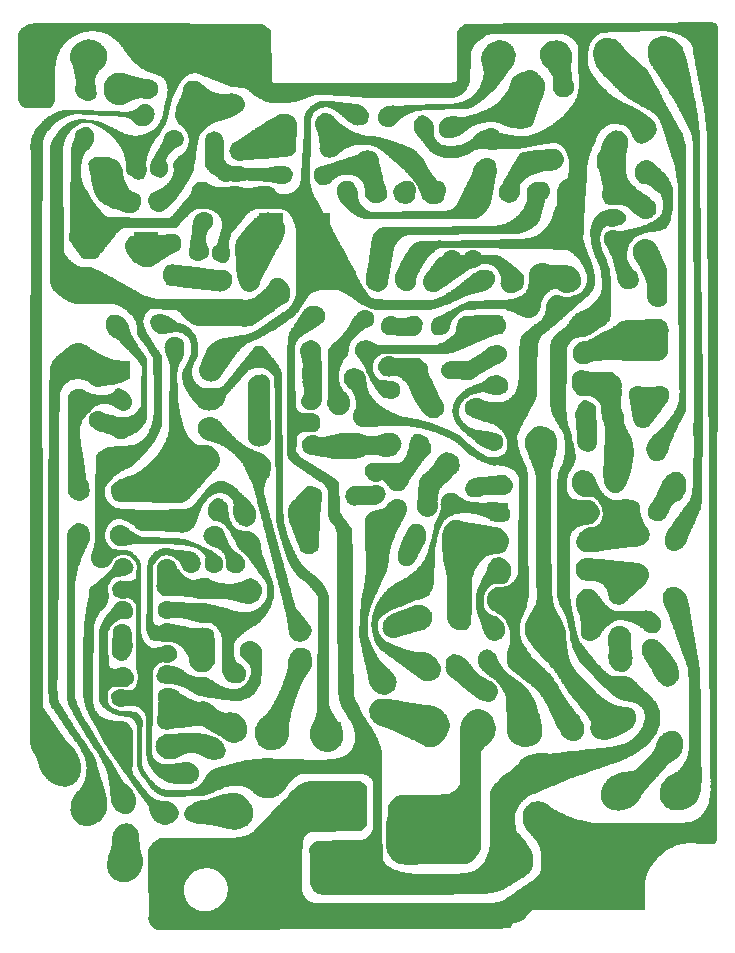
<source format=gbr>
%TF.GenerationSoftware,KiCad,Pcbnew,(6.0.0-0)*%
%TF.CreationDate,2023-01-06T22:19:44-08:00*%
%TF.ProjectId,Ibanez_FL-9,4962616e-657a-45f4-964c-2d392e6b6963,1.0.0*%
%TF.SameCoordinates,Original*%
%TF.FileFunction,Copper,L2,Bot*%
%TF.FilePolarity,Positive*%
%FSLAX46Y46*%
G04 Gerber Fmt 4.6, Leading zero omitted, Abs format (unit mm)*
G04 Created by KiCad (PCBNEW (6.0.0-0)) date 2023-01-06 22:19:44*
%MOMM*%
%LPD*%
G01*
G04 APERTURE LIST*
G04 Aperture macros list*
%AMRoundRect*
0 Rectangle with rounded corners*
0 $1 Rounding radius*
0 $2 $3 $4 $5 $6 $7 $8 $9 X,Y pos of 4 corners*
0 Add a 4 corners polygon primitive as box body*
4,1,4,$2,$3,$4,$5,$6,$7,$8,$9,$2,$3,0*
0 Add four circle primitives for the rounded corners*
1,1,$1+$1,$2,$3*
1,1,$1+$1,$4,$5*
1,1,$1+$1,$6,$7*
1,1,$1+$1,$8,$9*
0 Add four rect primitives between the rounded corners*
20,1,$1+$1,$2,$3,$4,$5,0*
20,1,$1+$1,$4,$5,$6,$7,0*
20,1,$1+$1,$6,$7,$8,$9,0*
20,1,$1+$1,$8,$9,$2,$3,0*%
G04 Aperture macros list end*
%TA.AperFunction,ComponentPad*%
%ADD10R,1.600000X1.600000*%
%TD*%
%TA.AperFunction,ComponentPad*%
%ADD11O,1.600000X1.600000*%
%TD*%
%TA.AperFunction,ComponentPad*%
%ADD12C,1.600000*%
%TD*%
%TA.AperFunction,ComponentPad*%
%ADD13RoundRect,0.250001X-0.799999X-0.799999X0.799999X-0.799999X0.799999X0.799999X-0.799999X0.799999X0*%
%TD*%
%TA.AperFunction,ComponentPad*%
%ADD14R,4.400000X1.800000*%
%TD*%
%TA.AperFunction,ComponentPad*%
%ADD15O,4.000000X1.800000*%
%TD*%
%TA.AperFunction,ComponentPad*%
%ADD16O,1.800000X4.000000*%
%TD*%
G04 APERTURE END LIST*
%TO.C,G\u002A\u002A\u002A*%
G36*
X186746501Y-72714289D02*
G01*
X186743726Y-72716926D01*
X186678782Y-72784717D01*
X186606204Y-72869143D01*
X186541189Y-72952567D01*
X186533837Y-72962503D01*
X186470644Y-73039234D01*
X186403966Y-73108234D01*
X186347076Y-73155619D01*
X186318499Y-73176414D01*
X186245690Y-73239233D01*
X186182548Y-73305208D01*
X186174824Y-73314327D01*
X186118961Y-73376425D01*
X186048226Y-73450797D01*
X185976015Y-73523300D01*
X185956990Y-73542094D01*
X185891305Y-73613124D01*
X185854929Y-73666503D01*
X185843723Y-73708009D01*
X185841307Y-73728187D01*
X185826357Y-73788345D01*
X185800780Y-73869377D01*
X185768097Y-73959567D01*
X185717018Y-74113937D01*
X185664388Y-74366276D01*
X185646126Y-74621223D01*
X185646908Y-74695197D01*
X185652033Y-74848963D01*
X185661336Y-75022328D01*
X185674111Y-75207554D01*
X185689653Y-75396903D01*
X185707256Y-75582635D01*
X185726214Y-75757014D01*
X185745821Y-75912300D01*
X185765371Y-76040754D01*
X185784159Y-76134640D01*
X185789088Y-76155902D01*
X185803690Y-76234201D01*
X185811514Y-76300538D01*
X185811789Y-76304774D01*
X185821249Y-76356211D01*
X185837326Y-76385205D01*
X185847592Y-76409162D01*
X185860322Y-76466922D01*
X185873576Y-76549461D01*
X185885722Y-76647931D01*
X185897418Y-76743885D01*
X185909896Y-76823271D01*
X185921559Y-76876928D01*
X185930917Y-76896640D01*
X185943898Y-76913790D01*
X185949557Y-76957020D01*
X185950581Y-76976111D01*
X185956125Y-77036632D01*
X185965825Y-77128287D01*
X185978941Y-77244399D01*
X185994731Y-77378297D01*
X186012454Y-77523307D01*
X186016862Y-77558835D01*
X186038306Y-77733287D01*
X186060670Y-77917533D01*
X186082399Y-78098624D01*
X186101936Y-78263614D01*
X186117727Y-78399551D01*
X186132967Y-78525042D01*
X186156686Y-78687781D01*
X186181262Y-78814498D01*
X186207641Y-78909028D01*
X186236767Y-78975210D01*
X186269582Y-79016879D01*
X186282448Y-79032001D01*
X186309930Y-79086361D01*
X186329975Y-79154462D01*
X186339712Y-79196591D01*
X186366041Y-79286914D01*
X186396689Y-79373140D01*
X186425687Y-79471852D01*
X186445018Y-79614818D01*
X186446591Y-79767270D01*
X186430409Y-79913284D01*
X186396478Y-80036939D01*
X186349747Y-80128559D01*
X186256850Y-80252068D01*
X186140314Y-80364117D01*
X186010749Y-80454916D01*
X185878763Y-80514675D01*
X185829992Y-80527862D01*
X185707123Y-80547014D01*
X185573737Y-80552528D01*
X185440190Y-80545244D01*
X185316840Y-80526001D01*
X185214043Y-80495638D01*
X185142155Y-80454994D01*
X185124965Y-80441665D01*
X185076807Y-80407794D01*
X185016684Y-80367907D01*
X184962643Y-80331143D01*
X184855574Y-80240496D01*
X184768700Y-80134259D01*
X184690244Y-79999127D01*
X184671231Y-79961425D01*
X184640459Y-79895877D01*
X184621435Y-79841188D01*
X184611290Y-79784058D01*
X184607158Y-79711191D01*
X184606169Y-79609290D01*
X184606113Y-79590958D01*
X184605449Y-79317938D01*
X184605022Y-79025339D01*
X184604822Y-78715638D01*
X184604838Y-78391311D01*
X184605058Y-78054835D01*
X184605472Y-77708686D01*
X184606068Y-77355340D01*
X184606836Y-76997275D01*
X184607764Y-76636967D01*
X184608842Y-76276891D01*
X184610059Y-75919525D01*
X184611403Y-75567346D01*
X184612864Y-75222829D01*
X184614430Y-74888450D01*
X184616091Y-74566688D01*
X184617835Y-74260017D01*
X184619652Y-73970915D01*
X184621531Y-73701858D01*
X184623460Y-73455323D01*
X184625428Y-73233785D01*
X184627425Y-73039722D01*
X184629440Y-72875609D01*
X184631461Y-72743924D01*
X184633478Y-72647143D01*
X184634716Y-72610390D01*
X184658390Y-72610390D01*
X184668973Y-72620973D01*
X184679557Y-72610390D01*
X184668973Y-72599806D01*
X184658390Y-72610390D01*
X184634716Y-72610390D01*
X184635479Y-72587743D01*
X184637454Y-72568199D01*
X184641315Y-72567618D01*
X184647459Y-72541267D01*
X184649097Y-72487856D01*
X184646904Y-72418047D01*
X184641557Y-72342505D01*
X184633733Y-72271893D01*
X184624106Y-72216875D01*
X184613354Y-72188114D01*
X184605841Y-72169497D01*
X184597951Y-72117363D01*
X184594890Y-72048129D01*
X184606752Y-71885068D01*
X184646811Y-71708875D01*
X184712023Y-71548817D01*
X184799134Y-71412659D01*
X184904888Y-71308171D01*
X184961917Y-71267168D01*
X185010998Y-71235926D01*
X185037764Y-71223973D01*
X185052102Y-71221290D01*
X185097793Y-71204778D01*
X185153880Y-71179791D01*
X185203655Y-71154030D01*
X185230411Y-71135193D01*
X185249222Y-71123372D01*
X185302907Y-71106628D01*
X185377351Y-71091614D01*
X185460068Y-71080718D01*
X185538568Y-71076324D01*
X185585157Y-71077719D01*
X185664479Y-71084968D01*
X185745106Y-71096667D01*
X185816162Y-71110856D01*
X185866770Y-71125579D01*
X185886057Y-71138878D01*
X185887997Y-71142692D01*
X185916194Y-71159465D01*
X185967278Y-71178106D01*
X185978584Y-71181765D01*
X186040732Y-71210209D01*
X186085320Y-71243128D01*
X186104133Y-71257931D01*
X186159265Y-71289250D01*
X186236991Y-71326376D01*
X186326891Y-71364092D01*
X186389721Y-71389231D01*
X186465439Y-71421101D01*
X186519210Y-71445696D01*
X186542223Y-71459126D01*
X186561473Y-71469564D01*
X186615832Y-71486923D01*
X186695823Y-71507534D01*
X186792588Y-71529416D01*
X186897269Y-71550585D01*
X187001009Y-71569058D01*
X187094948Y-71582852D01*
X187214980Y-71594612D01*
X187379268Y-71602923D01*
X187549619Y-71604473D01*
X187714044Y-71599433D01*
X187860553Y-71587974D01*
X187977158Y-71570267D01*
X187992432Y-71567035D01*
X188073619Y-71550446D01*
X188139564Y-71537889D01*
X188177210Y-71531871D01*
X188216883Y-71517065D01*
X188264226Y-71484609D01*
X188307338Y-71449619D01*
X188346167Y-71422463D01*
X188358047Y-71415327D01*
X188448965Y-71347431D01*
X188525271Y-71268409D01*
X188574368Y-71191034D01*
X188595980Y-71147908D01*
X188634947Y-71105921D01*
X188695877Y-71079909D01*
X188703783Y-71077631D01*
X188790402Y-71061402D01*
X188887973Y-71055339D01*
X188987647Y-71058421D01*
X189080574Y-71069622D01*
X189157906Y-71087921D01*
X189210794Y-71112294D01*
X189230390Y-71141718D01*
X189232226Y-71148597D01*
X189256848Y-71160938D01*
X189258048Y-71160986D01*
X189298977Y-71172726D01*
X189365676Y-71201836D01*
X189448376Y-71243693D01*
X189537307Y-71293673D01*
X189549155Y-71301185D01*
X189617172Y-71357345D01*
X189693934Y-71436808D01*
X189769766Y-71528094D01*
X189834994Y-71619725D01*
X189879945Y-71700223D01*
X189889174Y-71720224D01*
X189918387Y-71775771D01*
X189941861Y-71810330D01*
X189957095Y-71832988D01*
X189982366Y-71898925D01*
X190004293Y-71988436D01*
X190020690Y-72089620D01*
X190029366Y-72190580D01*
X190028135Y-72279416D01*
X190025282Y-72306812D01*
X190011568Y-72393075D01*
X189992355Y-72477685D01*
X189970519Y-72550581D01*
X189948938Y-72601698D01*
X189930489Y-72620973D01*
X189918300Y-72629157D01*
X189886827Y-72663676D01*
X189846647Y-72716013D01*
X189758755Y-72810925D01*
X189632515Y-72889452D01*
X189476277Y-72938620D01*
X189443661Y-72944366D01*
X189319518Y-72953394D01*
X189193207Y-72945591D01*
X189075598Y-72922847D01*
X188977557Y-72887052D01*
X188909955Y-72840098D01*
X188908986Y-72839073D01*
X188868391Y-72804596D01*
X188835862Y-72790306D01*
X188815474Y-72782372D01*
X188786725Y-72749533D01*
X188771583Y-72731692D01*
X188724749Y-72692717D01*
X188658304Y-72645051D01*
X188582814Y-72595534D01*
X188508844Y-72551002D01*
X188446962Y-72518296D01*
X188407732Y-72504252D01*
X188372755Y-72498074D01*
X188312507Y-72482294D01*
X188249097Y-72462155D01*
X188197294Y-72442437D01*
X188171863Y-72427920D01*
X188158389Y-72422047D01*
X188109903Y-72411008D01*
X188035354Y-72398294D01*
X187944102Y-72385643D01*
X187909642Y-72381517D01*
X187775421Y-72370440D01*
X187651365Y-72370788D01*
X187512594Y-72382371D01*
X187449146Y-72390208D01*
X187368304Y-72402867D01*
X187310492Y-72415288D01*
X187285273Y-72425650D01*
X187259325Y-72443299D01*
X187211183Y-72460141D01*
X187156953Y-72476818D01*
X187048658Y-72522722D01*
X186933714Y-72583310D01*
X186890710Y-72610390D01*
X186827776Y-72650020D01*
X186746501Y-72714289D01*
G37*
G36*
X187499237Y-51439542D02*
G01*
X187641184Y-51445793D01*
X187782447Y-51455591D01*
X187916084Y-51468416D01*
X188035155Y-51483748D01*
X188132718Y-51501067D01*
X188201833Y-51519853D01*
X188235557Y-51539585D01*
X188244206Y-51545051D01*
X188286492Y-51561439D01*
X188354908Y-51583434D01*
X188439865Y-51607833D01*
X188510176Y-51628161D01*
X188601867Y-51661516D01*
X188675889Y-51700691D01*
X188747382Y-51752827D01*
X188791342Y-51790149D01*
X188924712Y-51924521D01*
X189041040Y-52073163D01*
X189128859Y-52221973D01*
X189129345Y-52222977D01*
X189163855Y-52290589D01*
X189193274Y-52341791D01*
X189211279Y-52365569D01*
X189213267Y-52367111D01*
X189230123Y-52401314D01*
X189246215Y-52466307D01*
X189259857Y-52551795D01*
X189269366Y-52647481D01*
X189273055Y-52743070D01*
X189276578Y-52817096D01*
X189293233Y-52951719D01*
X189321059Y-53101789D01*
X189357273Y-53253002D01*
X189399094Y-53391056D01*
X189415446Y-53436844D01*
X189452453Y-53531588D01*
X189490600Y-53619719D01*
X189525994Y-53692941D01*
X189554742Y-53742957D01*
X189572949Y-53761473D01*
X189579933Y-53763918D01*
X189590223Y-53789941D01*
X189590342Y-53791635D01*
X189603295Y-53825315D01*
X189633467Y-53881651D01*
X189674890Y-53949405D01*
X189680696Y-53958417D01*
X189720646Y-54022134D01*
X189748864Y-54070097D01*
X189759557Y-54092516D01*
X189759570Y-54093166D01*
X189776050Y-54127827D01*
X189817976Y-54178877D01*
X189876922Y-54237865D01*
X189944460Y-54296340D01*
X190012165Y-54345851D01*
X190014984Y-54347689D01*
X190079246Y-54393200D01*
X190127949Y-54434207D01*
X190150744Y-54462034D01*
X190156187Y-54470976D01*
X190193322Y-54498519D01*
X190250154Y-54522100D01*
X190395471Y-54585256D01*
X190520361Y-54683610D01*
X190618317Y-54814515D01*
X190624969Y-54825786D01*
X190653435Y-54866742D01*
X190672586Y-54883306D01*
X190688621Y-54894276D01*
X190710668Y-54939409D01*
X190731315Y-55011157D01*
X190748552Y-55100516D01*
X190760369Y-55198484D01*
X190764755Y-55296056D01*
X190764604Y-55313195D01*
X190757949Y-55419273D01*
X190743040Y-55524312D01*
X190722107Y-55617990D01*
X190697377Y-55689984D01*
X190671080Y-55729973D01*
X190668800Y-55732082D01*
X190646702Y-55760711D01*
X190615993Y-55807249D01*
X190595415Y-55837725D01*
X190539337Y-55908552D01*
X190471976Y-55983189D01*
X190402531Y-56052237D01*
X190340201Y-56106300D01*
X190294187Y-56135981D01*
X190284911Y-56139286D01*
X190227865Y-56152440D01*
X190146734Y-56164953D01*
X190055890Y-56174502D01*
X190040246Y-56175738D01*
X189939603Y-56182977D01*
X189843255Y-56188880D01*
X189770140Y-56192269D01*
X189752689Y-56192480D01*
X189662970Y-56186615D01*
X189557923Y-56171453D01*
X189447114Y-56149328D01*
X189340110Y-56122574D01*
X189246476Y-56093528D01*
X189175780Y-56064522D01*
X189137588Y-56037893D01*
X189122276Y-56026866D01*
X189071113Y-56004461D01*
X188995274Y-55978600D01*
X188904784Y-55952940D01*
X188863304Y-55942093D01*
X188726780Y-55904336D01*
X188591899Y-55864247D01*
X188465206Y-55824030D01*
X188353244Y-55785889D01*
X188262559Y-55752026D01*
X188199694Y-55724645D01*
X188171194Y-55705950D01*
X188165509Y-55700928D01*
X188128159Y-55678967D01*
X188064785Y-55646540D01*
X187984556Y-55607914D01*
X187896639Y-55567353D01*
X187810206Y-55529124D01*
X187734424Y-55497491D01*
X187678463Y-55476722D01*
X187663635Y-55471351D01*
X187611444Y-55442616D01*
X187583013Y-55411069D01*
X187575358Y-55396980D01*
X187538939Y-55355944D01*
X187488003Y-55312593D01*
X187436741Y-55278268D01*
X187399342Y-55264306D01*
X187393424Y-55262851D01*
X187362482Y-55239156D01*
X187324922Y-55195646D01*
X187298985Y-55160198D01*
X187238189Y-55074480D01*
X187182078Y-54992110D01*
X187135724Y-54920799D01*
X187104193Y-54868256D01*
X187092557Y-54842194D01*
X187085047Y-54828576D01*
X187051550Y-54809644D01*
X187028844Y-54790153D01*
X186992999Y-54739905D01*
X186951671Y-54669734D01*
X186910211Y-54590004D01*
X186873971Y-54511082D01*
X186848302Y-54443332D01*
X186838557Y-54397119D01*
X186831897Y-54363780D01*
X186809889Y-54302468D01*
X186777829Y-54231828D01*
X186753498Y-54176289D01*
X186721091Y-54078268D01*
X186702222Y-53989015D01*
X186694191Y-53935946D01*
X186682572Y-53886423D01*
X186672010Y-53867306D01*
X186669914Y-53866038D01*
X186658814Y-53837860D01*
X186645305Y-53780252D01*
X186631846Y-53703265D01*
X186624238Y-53653221D01*
X186593659Y-53456330D01*
X186563592Y-53269066D01*
X186534845Y-53096038D01*
X186508227Y-52941854D01*
X186484547Y-52811120D01*
X186464613Y-52708445D01*
X186449234Y-52638436D01*
X186439218Y-52605700D01*
X186438374Y-52604113D01*
X186424100Y-52560757D01*
X186405806Y-52481496D01*
X186384600Y-52372025D01*
X186361591Y-52238040D01*
X186337888Y-52085236D01*
X186339710Y-51992851D01*
X186369705Y-51886160D01*
X186422296Y-51783942D01*
X186490901Y-51698784D01*
X186568939Y-51643276D01*
X186630623Y-51612992D01*
X186696749Y-51572860D01*
X186731976Y-51540182D01*
X186743069Y-51531061D01*
X186787643Y-51513023D01*
X186850825Y-51497772D01*
X186905840Y-51487881D01*
X187000028Y-51470820D01*
X187092557Y-51453944D01*
X187138702Y-51447274D01*
X187241054Y-51439763D01*
X187363547Y-51437359D01*
X187499237Y-51439542D01*
G37*
G36*
X189212521Y-44330956D02*
G01*
X189439603Y-44380034D01*
X189531147Y-44405830D01*
X189612290Y-44431527D01*
X189669687Y-44452923D01*
X189694669Y-44467060D01*
X189698552Y-44469649D01*
X189734728Y-44482889D01*
X189803218Y-44503806D01*
X189897557Y-44530720D01*
X190011275Y-44561949D01*
X190137906Y-44595813D01*
X190270982Y-44630631D01*
X190404034Y-44664720D01*
X190530596Y-44696402D01*
X190644200Y-44723993D01*
X190738377Y-44745814D01*
X190806662Y-44760183D01*
X190842585Y-44765419D01*
X190860689Y-44768347D01*
X190885254Y-44787814D01*
X190885727Y-44788682D01*
X190912180Y-44798866D01*
X190972379Y-44810019D01*
X191058532Y-44820943D01*
X191162848Y-44830441D01*
X191189373Y-44832620D01*
X191333347Y-44849911D01*
X191474972Y-44875157D01*
X191606268Y-44906257D01*
X191719252Y-44941107D01*
X191805944Y-44977606D01*
X191858361Y-45013651D01*
X191867643Y-45023373D01*
X191908039Y-45064127D01*
X191965922Y-45121391D01*
X192032055Y-45185999D01*
X192090089Y-45245609D01*
X192166357Y-45344265D01*
X192214244Y-45445849D01*
X192238833Y-45562800D01*
X192245208Y-45707556D01*
X192239286Y-45820342D01*
X192215601Y-45937847D01*
X192169273Y-46044044D01*
X192095464Y-46149465D01*
X191989336Y-46264642D01*
X191924848Y-46325670D01*
X191813370Y-46412842D01*
X191698667Y-46475479D01*
X191573423Y-46515601D01*
X191430325Y-46535229D01*
X191262058Y-46536386D01*
X191061307Y-46521092D01*
X190907648Y-46507045D01*
X190769595Y-46500096D01*
X190652331Y-46502148D01*
X190545062Y-46513429D01*
X190436995Y-46534164D01*
X190383091Y-46547877D01*
X190294022Y-46574825D01*
X190201354Y-46606737D01*
X190113913Y-46640180D01*
X190040526Y-46671719D01*
X189990020Y-46697921D01*
X189971223Y-46715352D01*
X189969793Y-46721612D01*
X189946311Y-46734140D01*
X189933692Y-46737195D01*
X189887370Y-46754814D01*
X189817872Y-46784431D01*
X189734541Y-46821819D01*
X189646720Y-46862751D01*
X189563750Y-46903002D01*
X189494973Y-46938343D01*
X189449773Y-46959484D01*
X189346271Y-46994853D01*
X189235905Y-47020312D01*
X189140432Y-47030222D01*
X189126125Y-47030614D01*
X189079757Y-47037971D01*
X189061057Y-47051640D01*
X189058898Y-47056384D01*
X189029409Y-47068112D01*
X188976390Y-47072806D01*
X188957411Y-47072266D01*
X188910502Y-47064894D01*
X188891723Y-47051640D01*
X188891601Y-47050362D01*
X188870544Y-47036273D01*
X188824284Y-47030473D01*
X188713286Y-47018789D01*
X188580278Y-46985820D01*
X188441686Y-46936557D01*
X188311524Y-46876000D01*
X188203807Y-46809148D01*
X188195566Y-46803089D01*
X188148298Y-46770933D01*
X188116452Y-46753308D01*
X188111209Y-46750763D01*
X188075529Y-46720374D01*
X188025207Y-46665559D01*
X187967342Y-46595232D01*
X187909033Y-46518307D01*
X187857376Y-46443699D01*
X187819469Y-46380323D01*
X187791702Y-46330489D01*
X187762446Y-46285724D01*
X187744863Y-46268473D01*
X187743046Y-46267730D01*
X187727706Y-46242361D01*
X187705488Y-46188155D01*
X187680541Y-46115015D01*
X187662221Y-46051596D01*
X187647221Y-45980368D01*
X187638091Y-45901747D01*
X187633556Y-45804103D01*
X187632340Y-45675806D01*
X187632360Y-45654973D01*
X187633728Y-45535981D01*
X187638175Y-45446457D01*
X187647014Y-45375225D01*
X187661554Y-45311106D01*
X187683107Y-45242924D01*
X187685544Y-45235891D01*
X187712724Y-45161666D01*
X187736498Y-45103547D01*
X187751964Y-45073590D01*
X187753821Y-45071207D01*
X187776480Y-45038643D01*
X187813600Y-44982647D01*
X187858145Y-44913806D01*
X187883866Y-44874164D01*
X187952658Y-44776401D01*
X188016743Y-44702124D01*
X188086437Y-44640367D01*
X188172057Y-44580167D01*
X188229687Y-44541462D01*
X188281663Y-44503938D01*
X188309640Y-44480393D01*
X188326256Y-44469670D01*
X188377440Y-44446566D01*
X188452680Y-44417420D01*
X188542473Y-44386079D01*
X188613837Y-44364090D01*
X188809331Y-44322919D01*
X189005661Y-44311896D01*
X189212521Y-44330956D01*
G37*
G36*
X224717702Y-53594614D02*
G01*
X224899426Y-53672783D01*
X224968924Y-53716802D01*
X225035935Y-53779869D01*
X225102820Y-53869363D01*
X225110461Y-53880807D01*
X225155216Y-53947265D01*
X225190872Y-53999287D01*
X225210292Y-54026442D01*
X225211325Y-54027776D01*
X225234796Y-54075648D01*
X225253957Y-54144708D01*
X225267235Y-54222608D01*
X225273059Y-54297004D01*
X225269857Y-54355546D01*
X225256057Y-54385890D01*
X225244610Y-54399535D01*
X225234890Y-54440055D01*
X225232006Y-54463424D01*
X225218751Y-54481140D01*
X225218179Y-54481222D01*
X225204584Y-54502292D01*
X225185130Y-54553368D01*
X225163827Y-54624015D01*
X225142397Y-54697578D01*
X225111254Y-54793251D01*
X225082423Y-54871395D01*
X225068992Y-54907489D01*
X225046221Y-54986270D01*
X225035136Y-55051312D01*
X225028857Y-55094300D01*
X225012507Y-55171052D01*
X224988893Y-55266799D01*
X224960678Y-55370140D01*
X224934294Y-55463164D01*
X224909010Y-55554400D01*
X224889913Y-55625607D01*
X224879818Y-55666473D01*
X224869055Y-55703151D01*
X224853541Y-55729973D01*
X224848900Y-55735776D01*
X224830879Y-55778009D01*
X224805048Y-55856753D01*
X224772491Y-55968558D01*
X224734290Y-56109973D01*
X224718660Y-56185532D01*
X224704286Y-56286565D01*
X224695618Y-56385501D01*
X224689470Y-56448352D01*
X224662787Y-56574789D01*
X224620638Y-56697137D01*
X224567840Y-56802652D01*
X224509211Y-56878590D01*
X224488546Y-56900224D01*
X224441189Y-56957537D01*
X224393846Y-57022350D01*
X224369889Y-57054958D01*
X224304192Y-57131199D01*
X224236556Y-57196711D01*
X224202417Y-57226068D01*
X224135561Y-57285173D01*
X224081307Y-57335017D01*
X224021156Y-57386664D01*
X223925432Y-57457806D01*
X223821728Y-57526198D01*
X223726765Y-57580271D01*
X223707231Y-57590575D01*
X223664451Y-57616911D01*
X223647390Y-57633757D01*
X223632585Y-57653005D01*
X223583489Y-57683816D01*
X223506650Y-57721407D01*
X223408929Y-57763027D01*
X223297187Y-57805924D01*
X223178287Y-57847348D01*
X223059090Y-57884547D01*
X222946457Y-57914771D01*
X222894302Y-57927850D01*
X222817386Y-57949264D01*
X222763088Y-57967196D01*
X222740751Y-57978742D01*
X222737890Y-57981474D01*
X222705279Y-57989029D01*
X222646295Y-57993439D01*
X222572379Y-57994857D01*
X222494973Y-57993434D01*
X222425517Y-57989322D01*
X222375454Y-57982674D01*
X222356223Y-57973640D01*
X222355638Y-57972789D01*
X222328877Y-57968035D01*
X222266279Y-57963879D01*
X222173408Y-57960334D01*
X222055827Y-57957411D01*
X221919101Y-57955124D01*
X221768793Y-57953485D01*
X221610467Y-57952507D01*
X221449687Y-57952201D01*
X221292017Y-57952582D01*
X221143019Y-57953660D01*
X221008259Y-57955449D01*
X220893299Y-57957961D01*
X220803704Y-57961209D01*
X220745037Y-57965205D01*
X220722862Y-57969962D01*
X220721332Y-57970483D01*
X220689482Y-57972822D01*
X220618198Y-57975546D01*
X220509798Y-57978616D01*
X220366597Y-57981993D01*
X220190912Y-57985638D01*
X219985061Y-57989512D01*
X219751358Y-57993575D01*
X219492122Y-57997788D01*
X219209669Y-58002112D01*
X218906315Y-58006508D01*
X218584377Y-58010936D01*
X218246171Y-58015357D01*
X217894014Y-58019732D01*
X217530223Y-58024022D01*
X217281377Y-58026878D01*
X216817339Y-58032205D01*
X216392849Y-58037093D01*
X216006056Y-58041578D01*
X215655109Y-58045700D01*
X215338155Y-58049494D01*
X215053344Y-58052998D01*
X214798824Y-58056249D01*
X214572744Y-58059286D01*
X214373252Y-58062144D01*
X214198497Y-58064862D01*
X214046628Y-58067477D01*
X213915793Y-58070025D01*
X213804141Y-58072546D01*
X213709820Y-58075074D01*
X213630979Y-58077649D01*
X213565767Y-58080308D01*
X213512332Y-58083087D01*
X213468823Y-58086024D01*
X213433388Y-58089156D01*
X213404177Y-58092521D01*
X213379337Y-58096156D01*
X213357017Y-58100099D01*
X213335367Y-58104386D01*
X213312533Y-58109055D01*
X213276950Y-58116724D01*
X213135152Y-58157707D01*
X213020575Y-58208631D01*
X212940698Y-58266331D01*
X212933895Y-58272772D01*
X212886496Y-58310517D01*
X212828620Y-58349708D01*
X212765576Y-58397679D01*
X212681366Y-58476949D01*
X212583170Y-58581117D01*
X212476060Y-58705074D01*
X212448897Y-58740484D01*
X212377482Y-58857422D01*
X212309164Y-58999869D01*
X212248308Y-59155879D01*
X212199280Y-59313506D01*
X212166444Y-59460806D01*
X212154168Y-59585834D01*
X212149293Y-59625384D01*
X212135703Y-59649334D01*
X212135395Y-59649635D01*
X212128579Y-59674589D01*
X212115744Y-59735982D01*
X212097734Y-59828961D01*
X212075396Y-59948674D01*
X212049575Y-60090270D01*
X212021117Y-60248894D01*
X211990868Y-60419696D01*
X211959672Y-60597823D01*
X211928377Y-60778422D01*
X211897827Y-60956642D01*
X211868868Y-61127630D01*
X211842347Y-61286534D01*
X211819109Y-61428502D01*
X211799998Y-61548681D01*
X211785863Y-61642219D01*
X211777547Y-61704265D01*
X211775593Y-61718589D01*
X211763822Y-61764945D01*
X211749500Y-61783640D01*
X211741211Y-61796072D01*
X211733524Y-61840548D01*
X211730557Y-61906192D01*
X211719401Y-62045054D01*
X211672875Y-62230797D01*
X211593606Y-62407962D01*
X211564225Y-62457931D01*
X211492346Y-62556359D01*
X211407984Y-62634154D01*
X211296640Y-62705859D01*
X211251365Y-62732249D01*
X211203161Y-62762418D01*
X211180223Y-62779681D01*
X211156084Y-62793856D01*
X211103103Y-62813789D01*
X211035904Y-62833977D01*
X210968557Y-62849761D01*
X210949185Y-62852679D01*
X210877074Y-62855907D01*
X210789753Y-62852224D01*
X210696809Y-62842990D01*
X210607830Y-62829564D01*
X210532403Y-62813306D01*
X210480116Y-62795574D01*
X210460557Y-62777729D01*
X210453299Y-62768936D01*
X210416849Y-62746324D01*
X210360015Y-62719097D01*
X210271573Y-62671981D01*
X210177037Y-62603163D01*
X210098538Y-62527119D01*
X210048154Y-62454111D01*
X210045985Y-62449659D01*
X210006879Y-62385574D01*
X209959193Y-62325132D01*
X209945973Y-62310013D01*
X209880860Y-62201567D01*
X209836798Y-62063134D01*
X209814263Y-61900738D01*
X209813731Y-61720402D01*
X209835678Y-61528150D01*
X209880580Y-61330006D01*
X209888269Y-61299850D01*
X209903974Y-61212877D01*
X209910223Y-61135978D01*
X209910814Y-61113367D01*
X209917361Y-61062793D01*
X209928821Y-61039278D01*
X209930215Y-61037856D01*
X209940072Y-61007616D01*
X209954499Y-60943222D01*
X209972253Y-60851051D01*
X209992091Y-60737481D01*
X210012767Y-60608890D01*
X210064399Y-60273218D01*
X210112803Y-59955722D01*
X210154689Y-59677637D01*
X210190233Y-59437745D01*
X210219610Y-59234831D01*
X210242996Y-59067676D01*
X210260569Y-58935062D01*
X210272504Y-58835774D01*
X210278976Y-58768592D01*
X210280682Y-58747432D01*
X210289521Y-58670530D01*
X210300165Y-58613895D01*
X210310673Y-58588534D01*
X210314341Y-58584115D01*
X210328600Y-58547190D01*
X210345895Y-58482665D01*
X210363271Y-58401070D01*
X210366758Y-58383705D01*
X210394872Y-58273192D01*
X210433206Y-58152242D01*
X210474522Y-58044078D01*
X210480223Y-58030905D01*
X210524345Y-57938134D01*
X210571212Y-57861427D01*
X210630751Y-57786397D01*
X210712890Y-57698658D01*
X210761509Y-57650202D01*
X210867794Y-57556395D01*
X210970619Y-57487264D01*
X211083180Y-57434778D01*
X211218674Y-57390909D01*
X211244492Y-57388743D01*
X211309833Y-57386390D01*
X211410836Y-57384030D01*
X211544060Y-57381707D01*
X211706063Y-57379464D01*
X211893406Y-57377342D01*
X212102646Y-57375386D01*
X212330342Y-57373637D01*
X212573054Y-57372139D01*
X212827340Y-57370933D01*
X212987939Y-57370274D01*
X213477124Y-57368127D01*
X213957578Y-57365815D01*
X214427532Y-57363352D01*
X214885217Y-57360754D01*
X215328865Y-57358039D01*
X215756708Y-57355222D01*
X216166976Y-57352318D01*
X216557902Y-57349345D01*
X216927717Y-57346317D01*
X217274652Y-57343252D01*
X217596939Y-57340165D01*
X217892810Y-57337072D01*
X218160495Y-57333989D01*
X218398227Y-57330932D01*
X218604237Y-57327918D01*
X218776756Y-57324962D01*
X218914016Y-57322081D01*
X219014249Y-57319290D01*
X219075685Y-57316606D01*
X219096557Y-57314044D01*
X219096926Y-57312743D01*
X219121449Y-57304504D01*
X219177861Y-57298913D01*
X219257023Y-57295836D01*
X219349799Y-57295142D01*
X219447049Y-57296697D01*
X219539636Y-57300369D01*
X219618423Y-57306026D01*
X219674271Y-57313536D01*
X219698043Y-57322765D01*
X219708837Y-57338331D01*
X219722737Y-57322765D01*
X219729194Y-57317355D01*
X219756396Y-57310254D01*
X219807624Y-57304805D01*
X219886537Y-57300846D01*
X219996795Y-57298217D01*
X220142059Y-57296757D01*
X220325987Y-57296306D01*
X220420259Y-57296139D01*
X220594910Y-57294696D01*
X220733449Y-57291819D01*
X220834327Y-57287564D01*
X220895991Y-57281985D01*
X220916890Y-57275140D01*
X220930043Y-57265668D01*
X220975505Y-57257215D01*
X221042641Y-57253973D01*
X221099158Y-57251813D01*
X221154827Y-57244132D01*
X221181473Y-57232806D01*
X221202108Y-57219279D01*
X221247384Y-57211640D01*
X221263233Y-57210370D01*
X221323151Y-57196025D01*
X221389744Y-57170853D01*
X221411142Y-57161472D01*
X221482743Y-57133973D01*
X221542041Y-57116191D01*
X221557997Y-57112384D01*
X221624619Y-57092514D01*
X221696176Y-57066692D01*
X221761328Y-57039548D01*
X221808735Y-57015711D01*
X221827057Y-56999813D01*
X221831203Y-56993256D01*
X221863390Y-56972275D01*
X221917015Y-56947790D01*
X221936204Y-56939743D01*
X222024718Y-56895687D01*
X222128647Y-56836247D01*
X222234554Y-56769761D01*
X222329003Y-56704565D01*
X222398557Y-56648999D01*
X222444794Y-56607325D01*
X222514718Y-56545142D01*
X222585279Y-56483085D01*
X222648257Y-56424906D01*
X222720543Y-56352708D01*
X222793648Y-56275409D01*
X222861354Y-56199947D01*
X222917443Y-56133260D01*
X222955695Y-56082286D01*
X222969892Y-56053965D01*
X222977537Y-56033494D01*
X223008324Y-56001048D01*
X223025843Y-55985585D01*
X223073485Y-55927257D01*
X223129574Y-55842997D01*
X223189095Y-55741991D01*
X223247037Y-55633428D01*
X223298385Y-55526494D01*
X223338126Y-55430377D01*
X223361249Y-55354265D01*
X223362498Y-55348530D01*
X223376832Y-55303809D01*
X223391320Y-55285473D01*
X223400355Y-55278829D01*
X223425043Y-55243815D01*
X223455332Y-55188803D01*
X223483372Y-55119261D01*
X223492348Y-55030805D01*
X223466870Y-54938042D01*
X223459406Y-54912213D01*
X223473121Y-54912005D01*
X223479744Y-54910335D01*
X223487779Y-54880244D01*
X223491283Y-54824124D01*
X223490692Y-54752227D01*
X223486442Y-54674807D01*
X223478970Y-54602117D01*
X223468712Y-54544411D01*
X223456103Y-54511941D01*
X223449190Y-54500838D01*
X223438622Y-54442689D01*
X223445788Y-54357762D01*
X223469502Y-54254422D01*
X223508582Y-54141035D01*
X223522735Y-54108332D01*
X223569354Y-54021048D01*
X223624357Y-53938574D01*
X223681154Y-53869289D01*
X223733155Y-53821574D01*
X223773772Y-53803806D01*
X223795391Y-53799334D01*
X223823981Y-53773090D01*
X223828438Y-53764802D01*
X223867599Y-53728193D01*
X223934641Y-53686496D01*
X224019441Y-53644831D01*
X224111873Y-53608316D01*
X224201812Y-53582070D01*
X224341318Y-53558466D01*
X224533620Y-53556762D01*
X224717702Y-53594614D01*
G37*
G36*
X193747983Y-66681639D02*
G01*
X193881169Y-66717933D01*
X194006965Y-66776644D01*
X194108386Y-66851083D01*
X194152225Y-66897454D01*
X194190062Y-66948014D01*
X194204655Y-66982809D01*
X194206229Y-66993253D01*
X194227877Y-67038278D01*
X194266812Y-67088597D01*
X194280482Y-67104271D01*
X194316143Y-67159142D01*
X194347048Y-67232401D01*
X194375015Y-67330018D01*
X194401862Y-67457959D01*
X194429408Y-67622191D01*
X194441448Y-67703686D01*
X194452433Y-67799122D01*
X194455634Y-67877997D01*
X194451430Y-67955175D01*
X194440200Y-68045524D01*
X194439202Y-68052445D01*
X194416066Y-68197043D01*
X194391413Y-68324464D01*
X194366713Y-68428475D01*
X194343441Y-68502843D01*
X194323068Y-68541337D01*
X194310726Y-68556183D01*
X194278655Y-68602418D01*
X194238293Y-68665783D01*
X194195938Y-68735770D01*
X194157887Y-68801872D01*
X194130439Y-68853578D01*
X194119890Y-68880381D01*
X194119868Y-68881030D01*
X194106982Y-68910529D01*
X194077505Y-68953429D01*
X194076959Y-68954129D01*
X194044977Y-69010322D01*
X194011274Y-69092532D01*
X193980923Y-69185293D01*
X193958994Y-69273139D01*
X193950557Y-69340605D01*
X193945268Y-69383277D01*
X193931173Y-69407167D01*
X193928528Y-69410407D01*
X193919047Y-69445349D01*
X193908055Y-69512097D01*
X193896711Y-69602855D01*
X193886174Y-69709829D01*
X193878153Y-69816964D01*
X193872934Y-69930479D01*
X193871191Y-70051448D01*
X193872929Y-70188554D01*
X193878156Y-70350481D01*
X193886881Y-70545912D01*
X193893614Y-70673526D01*
X193901937Y-70807912D01*
X193910394Y-70922796D01*
X193918516Y-71012479D01*
X193925834Y-71071261D01*
X193931880Y-71093445D01*
X193938748Y-71104417D01*
X193946167Y-71147106D01*
X193949866Y-71210046D01*
X193949940Y-71280745D01*
X193946488Y-71346710D01*
X193939606Y-71395450D01*
X193929390Y-71414473D01*
X193928207Y-71414802D01*
X193919826Y-71440379D01*
X193913541Y-71504179D01*
X193909593Y-71602583D01*
X193908223Y-71731973D01*
X193908522Y-71788871D01*
X193910749Y-71891910D01*
X193914797Y-71974568D01*
X193920239Y-72029527D01*
X193926652Y-72049473D01*
X193934541Y-72059281D01*
X193946773Y-72101604D01*
X193958892Y-72167194D01*
X193969451Y-72244897D01*
X193976999Y-72323560D01*
X193980088Y-72392028D01*
X193977269Y-72439145D01*
X193975854Y-72481303D01*
X193989300Y-72521396D01*
X193994152Y-72530277D01*
X194005580Y-72563863D01*
X194021454Y-72622727D01*
X194042296Y-72709197D01*
X194068626Y-72825595D01*
X194100965Y-72974247D01*
X194139833Y-73157477D01*
X194185752Y-73377611D01*
X194239243Y-73636973D01*
X194245942Y-73669122D01*
X194268200Y-73769499D01*
X194288418Y-73851569D01*
X194304598Y-73907579D01*
X194314741Y-73929778D01*
X194314999Y-73929894D01*
X194326702Y-73954330D01*
X194331557Y-74002195D01*
X194339244Y-74056152D01*
X194359646Y-74100973D01*
X194377998Y-74134118D01*
X194402624Y-74196325D01*
X194426753Y-74271973D01*
X194427959Y-74276207D01*
X194461312Y-74383310D01*
X194500898Y-74495741D01*
X194542999Y-74604334D01*
X194583898Y-74699927D01*
X194619878Y-74773357D01*
X194647221Y-74815459D01*
X194665371Y-74837943D01*
X194703703Y-74894536D01*
X194743240Y-74961151D01*
X194802442Y-75057657D01*
X194891881Y-75182890D01*
X194990038Y-75304079D01*
X195083969Y-75404390D01*
X195086547Y-75406871D01*
X195193466Y-75508639D01*
X195278085Y-75585820D01*
X195347507Y-75644018D01*
X195408833Y-75688837D01*
X195469167Y-75725882D01*
X195535609Y-75760755D01*
X195553924Y-75769658D01*
X195633844Y-75804567D01*
X195703076Y-75829064D01*
X195748334Y-75838306D01*
X195790491Y-75843920D01*
X195828185Y-75861734D01*
X195828755Y-75862287D01*
X195856761Y-75871942D01*
X195910334Y-75867558D01*
X195996460Y-75848590D01*
X196092160Y-75829070D01*
X196198555Y-75820629D01*
X196324774Y-75824807D01*
X196340837Y-75826052D01*
X196450865Y-75840413D01*
X196559674Y-75863285D01*
X196657017Y-75891741D01*
X196732644Y-75922857D01*
X196776307Y-75953707D01*
X196780663Y-75958314D01*
X196818843Y-75985911D01*
X196873287Y-76015534D01*
X196898259Y-76029653D01*
X196964757Y-76078559D01*
X197044758Y-76147781D01*
X197129118Y-76229164D01*
X197208691Y-76314556D01*
X197228639Y-76339086D01*
X197292663Y-76438564D01*
X197353774Y-76562067D01*
X197405017Y-76696076D01*
X197407981Y-76705252D01*
X197430349Y-76786028D01*
X197444234Y-76867343D01*
X197451353Y-76963084D01*
X197453428Y-77087140D01*
X197452263Y-77166922D01*
X197436639Y-77349273D01*
X197399805Y-77505636D01*
X197337964Y-77645541D01*
X197247322Y-77778521D01*
X197124082Y-77914106D01*
X197121807Y-77916365D01*
X197067160Y-77967891D01*
X197023229Y-78004527D01*
X196999339Y-78018473D01*
X196984047Y-78022490D01*
X196942617Y-78044304D01*
X196891681Y-78077812D01*
X196842721Y-78114695D01*
X196807218Y-78146635D01*
X196796655Y-78165315D01*
X196796952Y-78174285D01*
X196777415Y-78213521D01*
X196733284Y-78276671D01*
X196668006Y-78359457D01*
X196585026Y-78457603D01*
X196487792Y-78566831D01*
X196379747Y-78682862D01*
X196341551Y-78723903D01*
X196287500Y-78785676D01*
X196250363Y-78833051D01*
X196236557Y-78858168D01*
X196230186Y-78872995D01*
X196199108Y-78910723D01*
X196150875Y-78956348D01*
X196098788Y-79006019D01*
X196031672Y-79078763D01*
X195969651Y-79153789D01*
X195915793Y-79220882D01*
X195844449Y-79304171D01*
X195780847Y-79373140D01*
X195760697Y-79394088D01*
X195704178Y-79455297D01*
X195639782Y-79527493D01*
X195573548Y-79603608D01*
X195511519Y-79676573D01*
X195459734Y-79739320D01*
X195424233Y-79784779D01*
X195411057Y-79805882D01*
X195409696Y-79810253D01*
X195387088Y-79838178D01*
X195345770Y-79877990D01*
X195297614Y-79919338D01*
X195254494Y-79951870D01*
X195228283Y-79965233D01*
X195204248Y-79977731D01*
X195172551Y-80013431D01*
X195143856Y-80050476D01*
X195094986Y-80106855D01*
X195037825Y-80168563D01*
X194986834Y-80223832D01*
X194912929Y-80309027D01*
X194850140Y-80386645D01*
X194842064Y-80396991D01*
X194730578Y-80511938D01*
X194596543Y-80609970D01*
X194452203Y-80683430D01*
X194309799Y-80724660D01*
X194283653Y-80727398D01*
X194210175Y-80730966D01*
X194100601Y-80733634D01*
X193958743Y-80735429D01*
X193788411Y-80736376D01*
X193593419Y-80736501D01*
X193377577Y-80735829D01*
X193144696Y-80734386D01*
X192898590Y-80732198D01*
X192643068Y-80729289D01*
X192381943Y-80725686D01*
X192119026Y-80721415D01*
X191858129Y-80716500D01*
X191603063Y-80710968D01*
X191357640Y-80704843D01*
X191247610Y-80702007D01*
X191009653Y-80696467D01*
X190754675Y-80691199D01*
X190494544Y-80686415D01*
X190241124Y-80682327D01*
X190006284Y-80679146D01*
X189801890Y-80677085D01*
X189678226Y-80675903D01*
X189505207Y-80673493D01*
X189344479Y-80670396D01*
X189202050Y-80666772D01*
X189083928Y-80662781D01*
X188996122Y-80658582D01*
X188944640Y-80654334D01*
X188899296Y-80646591D01*
X188797053Y-80618131D01*
X188702906Y-80578382D01*
X188625257Y-80531988D01*
X188572507Y-80483593D01*
X188553057Y-80437843D01*
X188539499Y-80413633D01*
X188500140Y-80389140D01*
X188464767Y-80369777D01*
X188447223Y-80346089D01*
X188444509Y-80335806D01*
X188422877Y-80296304D01*
X188386703Y-80245023D01*
X188345735Y-80170970D01*
X188306961Y-80052784D01*
X188273332Y-79895082D01*
X188245191Y-79699189D01*
X188242476Y-79663099D01*
X188254417Y-79527552D01*
X188296290Y-79390761D01*
X188363523Y-79269331D01*
X188385135Y-79238332D01*
X188414531Y-79190948D01*
X188426057Y-79164178D01*
X188431555Y-79155078D01*
X188463663Y-79123173D01*
X188518070Y-79076340D01*
X188587401Y-79021120D01*
X188625735Y-78991504D01*
X188696482Y-78936319D01*
X188752854Y-78891667D01*
X188785223Y-78865140D01*
X188795748Y-78856395D01*
X188880454Y-78801858D01*
X188990218Y-78750062D01*
X189110508Y-78708026D01*
X189158234Y-78693152D01*
X189258556Y-78657256D01*
X189348278Y-78620142D01*
X189397734Y-78598821D01*
X189471180Y-78571192D01*
X189526369Y-78555119D01*
X189527783Y-78554831D01*
X189571931Y-78540430D01*
X189590223Y-78523827D01*
X189595904Y-78514022D01*
X189627430Y-78505306D01*
X189642767Y-78503753D01*
X189700245Y-78489766D01*
X189782531Y-78463835D01*
X189881506Y-78429135D01*
X189989053Y-78388840D01*
X190097052Y-78346124D01*
X190197386Y-78304160D01*
X190281934Y-78266123D01*
X190342580Y-78235187D01*
X190371204Y-78214525D01*
X190381913Y-78204456D01*
X190422301Y-78176470D01*
X190479223Y-78142456D01*
X190510912Y-78124661D01*
X190626289Y-78059185D01*
X190713559Y-78007856D01*
X190780127Y-77965815D01*
X190833399Y-77928203D01*
X190880780Y-77890158D01*
X190929673Y-77846820D01*
X190946697Y-77831819D01*
X190989714Y-77798807D01*
X191016219Y-77785640D01*
X191016806Y-77785612D01*
X191044919Y-77771505D01*
X191095429Y-77736169D01*
X191159615Y-77686359D01*
X191228758Y-77628829D01*
X191294140Y-77570334D01*
X191300145Y-77564706D01*
X191383381Y-77485724D01*
X191476216Y-77396142D01*
X191573641Y-77300957D01*
X191670646Y-77205169D01*
X191762221Y-77113773D01*
X191843357Y-77031768D01*
X191909045Y-76964152D01*
X191954274Y-76915921D01*
X191974035Y-76892073D01*
X191974175Y-76891814D01*
X191998088Y-76858064D01*
X192041545Y-76804969D01*
X192095240Y-76743907D01*
X192098899Y-76739861D01*
X192151773Y-76677888D01*
X192212085Y-76602200D01*
X192274158Y-76520570D01*
X192332319Y-76440771D01*
X192380891Y-76370576D01*
X192414201Y-76317758D01*
X192426573Y-76290089D01*
X192430838Y-76279190D01*
X192456191Y-76242273D01*
X192496773Y-76193368D01*
X192503451Y-76185414D01*
X192542338Y-76129824D01*
X192592406Y-76047937D01*
X192647916Y-75949465D01*
X192703131Y-75844118D01*
X192721922Y-75806959D01*
X192769707Y-75713897D01*
X192809961Y-75637524D01*
X192838916Y-75584913D01*
X192852803Y-75563140D01*
X192857836Y-75557644D01*
X192880880Y-75514928D01*
X192913351Y-75437056D01*
X192953572Y-75328248D01*
X192999870Y-75192723D01*
X193012240Y-75155298D01*
X193047899Y-75046739D01*
X193073081Y-74968004D01*
X193090090Y-74911055D01*
X193101228Y-74867855D01*
X193108798Y-74830368D01*
X193115103Y-74790556D01*
X193121308Y-74749004D01*
X193134053Y-74665078D01*
X193147332Y-74578890D01*
X193152511Y-74539674D01*
X193159972Y-74454747D01*
X193164833Y-74360585D01*
X193166930Y-74267473D01*
X193166099Y-74185699D01*
X193162177Y-74125547D01*
X193155000Y-74097304D01*
X193152043Y-74081196D01*
X193149346Y-74026299D01*
X193147749Y-73936829D01*
X193147169Y-73817061D01*
X193147526Y-73671264D01*
X193148737Y-73503713D01*
X193150719Y-73318680D01*
X193153391Y-73120437D01*
X193156670Y-72913256D01*
X193160476Y-72701410D01*
X193164724Y-72489172D01*
X193169335Y-72280813D01*
X193174224Y-72080606D01*
X193179311Y-71892824D01*
X193184513Y-71721739D01*
X193189748Y-71571624D01*
X193194935Y-71446751D01*
X193199990Y-71351392D01*
X193204833Y-71289819D01*
X193209380Y-71266306D01*
X193211841Y-71255094D01*
X193216214Y-71205952D01*
X193221332Y-71121805D01*
X193227001Y-71006994D01*
X193233027Y-70865865D01*
X193239216Y-70702760D01*
X193245374Y-70522023D01*
X193251307Y-70327999D01*
X193256861Y-70129788D01*
X193262049Y-69924524D01*
X193265540Y-69753531D01*
X193267332Y-69612409D01*
X193267423Y-69496759D01*
X193265811Y-69402180D01*
X193262493Y-69324272D01*
X193257467Y-69258637D01*
X193250732Y-69200874D01*
X193243096Y-69149543D01*
X193229179Y-69073373D01*
X193216115Y-69020971D01*
X193205956Y-69001473D01*
X193195037Y-68991049D01*
X193188160Y-68953848D01*
X193187638Y-68942942D01*
X193177105Y-68877047D01*
X193155513Y-68785545D01*
X193126118Y-68679645D01*
X193092176Y-68570555D01*
X193056944Y-68469484D01*
X193023676Y-68387640D01*
X192992627Y-68316676D01*
X192948678Y-68209360D01*
X192911920Y-68112473D01*
X192911438Y-68111122D01*
X192884923Y-68040961D01*
X192862319Y-67988250D01*
X192848473Y-67964306D01*
X192843485Y-67958847D01*
X192826695Y-67916244D01*
X192811215Y-67843876D01*
X192798471Y-67751446D01*
X192789889Y-67648660D01*
X192786895Y-67545223D01*
X192789812Y-67430016D01*
X192802114Y-67309257D01*
X192824634Y-67223741D01*
X192858036Y-67169970D01*
X192878295Y-67143859D01*
X192892223Y-67105898D01*
X192900934Y-67079847D01*
X192937312Y-67028997D01*
X192994457Y-66967954D01*
X193064136Y-66904618D01*
X193138116Y-66846892D01*
X193208165Y-66802678D01*
X193292484Y-66762745D01*
X193421491Y-66716061D01*
X193548169Y-66684644D01*
X193656441Y-66673140D01*
X193747983Y-66681639D01*
G37*
G36*
X220839206Y-64803137D02*
G01*
X220912982Y-64806004D01*
X220970777Y-64812885D01*
X221022145Y-64825039D01*
X221076639Y-64843726D01*
X221143812Y-64870205D01*
X221162869Y-64877968D01*
X221267157Y-64926838D01*
X221348797Y-64980279D01*
X221424270Y-65048785D01*
X221428731Y-65053360D01*
X221480341Y-65109346D01*
X221517023Y-65154627D01*
X221531089Y-65179777D01*
X221531183Y-65181046D01*
X221547288Y-65211012D01*
X221582555Y-65250506D01*
X221612618Y-65290659D01*
X221648665Y-65359278D01*
X221680011Y-65438258D01*
X221706999Y-65549987D01*
X221718304Y-65707509D01*
X221702868Y-65863187D01*
X221661225Y-66001114D01*
X221647761Y-66027225D01*
X221600466Y-66096236D01*
X221536234Y-66173024D01*
X221463405Y-66249165D01*
X221390318Y-66316235D01*
X221325311Y-66365814D01*
X221276723Y-66389477D01*
X221245123Y-66398415D01*
X221180204Y-66421678D01*
X221107390Y-66451550D01*
X221059246Y-66471400D01*
X220971108Y-66503361D01*
X220895723Y-66525919D01*
X220889777Y-66527383D01*
X220744354Y-66564776D01*
X220640363Y-66595056D01*
X220577899Y-66618194D01*
X220557057Y-66634157D01*
X220555987Y-66639465D01*
X220533583Y-66651973D01*
X220520914Y-66654977D01*
X220473720Y-66671057D01*
X220399853Y-66698445D01*
X220306672Y-66734201D01*
X220201533Y-66775391D01*
X220091793Y-66819076D01*
X219984808Y-66862320D01*
X219887935Y-66902186D01*
X219808531Y-66935738D01*
X219753953Y-66960038D01*
X219731557Y-66972149D01*
X219728701Y-66974582D01*
X219696384Y-66991766D01*
X219637503Y-67018326D01*
X219562223Y-67049611D01*
X219530488Y-67062330D01*
X219426838Y-67103881D01*
X219310923Y-67150356D01*
X219202390Y-67193879D01*
X219142455Y-67218275D01*
X219067214Y-67250083D01*
X219013687Y-67274201D01*
X218990723Y-67286745D01*
X218990144Y-67287350D01*
X218972413Y-67298024D01*
X218931645Y-67316927D01*
X218864537Y-67345430D01*
X218767785Y-67384908D01*
X218638087Y-67436732D01*
X218472140Y-67502275D01*
X218382939Y-67538092D01*
X218305650Y-67570545D01*
X218251519Y-67594891D01*
X218228723Y-67607590D01*
X218224285Y-67610825D01*
X218187516Y-67629132D01*
X218118558Y-67659851D01*
X218022648Y-67700769D01*
X217905020Y-67749674D01*
X217770909Y-67804351D01*
X217625552Y-67862588D01*
X217584426Y-67879985D01*
X217533129Y-67905447D01*
X217508314Y-67923175D01*
X217501206Y-67929188D01*
X217459830Y-67948206D01*
X217391134Y-67972395D01*
X217304753Y-67998735D01*
X217210321Y-68024201D01*
X217117473Y-68045774D01*
X217086583Y-68052210D01*
X217029140Y-68063801D01*
X216973177Y-68074218D01*
X216916259Y-68083536D01*
X216855952Y-68091826D01*
X216789822Y-68099163D01*
X216715435Y-68105619D01*
X216630357Y-68111268D01*
X216532155Y-68116181D01*
X216418394Y-68120434D01*
X216286639Y-68124097D01*
X216134458Y-68127245D01*
X215959416Y-68129950D01*
X215759079Y-68132286D01*
X215531013Y-68134325D01*
X215272784Y-68136141D01*
X214981958Y-68137806D01*
X214656100Y-68139394D01*
X214292778Y-68140977D01*
X213889557Y-68142629D01*
X213508194Y-68144196D01*
X213153545Y-68145733D01*
X212836828Y-68147225D01*
X212555805Y-68148711D01*
X212308240Y-68150228D01*
X212091896Y-68151815D01*
X211904536Y-68153512D01*
X211743922Y-68155355D01*
X211607818Y-68157385D01*
X211493988Y-68159639D01*
X211400192Y-68162155D01*
X211324196Y-68164974D01*
X211263762Y-68168132D01*
X211216652Y-68171668D01*
X211180631Y-68175622D01*
X211153460Y-68180031D01*
X211132903Y-68184934D01*
X211116723Y-68190369D01*
X211085568Y-68202891D01*
X211035370Y-68225338D01*
X211010890Y-68239696D01*
X211000242Y-68248300D01*
X210960917Y-68274573D01*
X210905057Y-68309058D01*
X210825211Y-68362395D01*
X210681748Y-68494960D01*
X210568907Y-68655841D01*
X210487705Y-68843411D01*
X210439155Y-69056043D01*
X210434961Y-69087880D01*
X210425237Y-69324393D01*
X210454787Y-69547032D01*
X210523136Y-69754296D01*
X210629811Y-69944684D01*
X210774336Y-70116697D01*
X210841481Y-70180843D01*
X210928541Y-70252265D01*
X211014811Y-70304545D01*
X211108879Y-70340741D01*
X211219337Y-70363909D01*
X211354773Y-70377107D01*
X211523776Y-70383389D01*
X211560755Y-70384194D01*
X211685959Y-70388229D01*
X211780445Y-70394363D01*
X211853512Y-70403693D01*
X211914458Y-70417315D01*
X211972581Y-70436326D01*
X212032572Y-70459871D01*
X212085323Y-70483722D01*
X212110165Y-70499214D01*
X212131517Y-70516204D01*
X212175057Y-70539503D01*
X212196744Y-70550016D01*
X212270476Y-70594862D01*
X212341618Y-70649290D01*
X212398469Y-70703685D01*
X212429326Y-70748430D01*
X212450564Y-70782951D01*
X212481450Y-70800640D01*
X212496546Y-70803135D01*
X212513723Y-70821989D01*
X212517249Y-70833965D01*
X212539415Y-70874789D01*
X212575206Y-70928214D01*
X212620665Y-71006104D01*
X212662367Y-71129855D01*
X212679767Y-71263314D01*
X212673529Y-71397186D01*
X212644314Y-71522178D01*
X212592786Y-71628995D01*
X212519606Y-71708343D01*
X212518776Y-71708963D01*
X212468333Y-71748322D01*
X212429057Y-71781677D01*
X212359543Y-71829869D01*
X212245280Y-71877516D01*
X212102035Y-71913129D01*
X212069933Y-71918514D01*
X211860922Y-71929791D01*
X211640878Y-71902930D01*
X211414919Y-71838487D01*
X211382000Y-71825864D01*
X211321754Y-71797451D01*
X211264803Y-71760295D01*
X211200507Y-71706915D01*
X211118227Y-71629827D01*
X211072782Y-71587658D01*
X211020508Y-71543158D01*
X210985334Y-71517957D01*
X210963947Y-71502040D01*
X210947202Y-71471936D01*
X210946475Y-71468190D01*
X210927228Y-71434321D01*
X210885725Y-71377409D01*
X210827209Y-71304076D01*
X210756925Y-71220946D01*
X210680118Y-71134641D01*
X210598299Y-71032420D01*
X210502047Y-70881678D01*
X210410548Y-70705872D01*
X210394681Y-70672549D01*
X210359230Y-70600987D01*
X210331498Y-70548964D01*
X210316441Y-70525955D01*
X210307818Y-70514561D01*
X210283380Y-70471428D01*
X210250191Y-70406795D01*
X210213356Y-70331223D01*
X210177981Y-70255272D01*
X210149170Y-70189502D01*
X210132029Y-70144473D01*
X210129180Y-70136041D01*
X210103766Y-70079144D01*
X210069267Y-70017473D01*
X210062913Y-70007009D01*
X210029412Y-69941527D01*
X210008004Y-69883377D01*
X209982443Y-69827326D01*
X209940235Y-69774298D01*
X209934243Y-69768404D01*
X209894553Y-69712184D01*
X209852992Y-69623046D01*
X209808320Y-69497977D01*
X209759298Y-69333959D01*
X209740832Y-69275750D01*
X209698302Y-69169055D01*
X209647594Y-69064629D01*
X209595187Y-68975320D01*
X209547557Y-68913973D01*
X209524360Y-68886621D01*
X209483582Y-68831131D01*
X209439283Y-68765153D01*
X209403353Y-68711828D01*
X209361575Y-68656062D01*
X209331644Y-68623173D01*
X209311210Y-68601751D01*
X209296390Y-68569528D01*
X209296193Y-68567450D01*
X209276522Y-68539781D01*
X209234451Y-68508345D01*
X209219350Y-68498799D01*
X209132189Y-68418195D01*
X209050778Y-68298702D01*
X208977112Y-68143146D01*
X208951160Y-68076242D01*
X208929792Y-68009099D01*
X208919006Y-67947041D01*
X208916325Y-67874303D01*
X208919270Y-67775115D01*
X208925836Y-67668544D01*
X208937105Y-67589213D01*
X208956067Y-67523294D01*
X208985743Y-67456306D01*
X209011148Y-67405654D01*
X209055255Y-67322046D01*
X209091869Y-67263435D01*
X209128086Y-67220748D01*
X209171002Y-67184909D01*
X209227712Y-67146845D01*
X209356261Y-67073911D01*
X209480268Y-67026328D01*
X209614843Y-66999098D01*
X209652289Y-66992910D01*
X209700757Y-66979806D01*
X209719723Y-66966746D01*
X209733723Y-66958355D01*
X209779742Y-66951098D01*
X209846723Y-66948306D01*
X209904517Y-66950435D01*
X209954495Y-66957430D01*
X209973723Y-66967612D01*
X209976218Y-66972643D01*
X210006390Y-66988243D01*
X210059806Y-67001462D01*
X210172390Y-67027706D01*
X210345932Y-67093241D01*
X210504703Y-67182371D01*
X210505712Y-67183055D01*
X210571728Y-67224766D01*
X210627296Y-67254481D01*
X210660479Y-67265806D01*
X210676153Y-67268257D01*
X210693390Y-67285978D01*
X210693431Y-67286813D01*
X210713026Y-67305395D01*
X210769557Y-67326841D01*
X210864743Y-67351680D01*
X211000307Y-67380443D01*
X211003447Y-67381046D01*
X211035633Y-67385785D01*
X211079936Y-67389973D01*
X211138679Y-67393637D01*
X211214188Y-67396802D01*
X211308787Y-67399494D01*
X211424800Y-67401736D01*
X211564551Y-67403556D01*
X211730365Y-67404977D01*
X211924566Y-67406025D01*
X212149478Y-67406726D01*
X212407425Y-67407105D01*
X212700732Y-67407187D01*
X213031724Y-67406997D01*
X213402723Y-67406561D01*
X215656973Y-67403390D01*
X215825181Y-67355565D01*
X215850223Y-67348258D01*
X215925559Y-67323819D01*
X215981054Y-67302099D01*
X216006150Y-67287092D01*
X216022085Y-67274815D01*
X216069344Y-67251714D01*
X216134276Y-67226706D01*
X216168696Y-67213995D01*
X216251292Y-67179382D01*
X216344713Y-67136393D01*
X216438999Y-67090006D01*
X216524187Y-67045200D01*
X216590319Y-67006952D01*
X216627432Y-66980240D01*
X216632110Y-66975952D01*
X216670008Y-66946798D01*
X216730276Y-66904423D01*
X216802193Y-66856426D01*
X216813265Y-66849075D01*
X216897426Y-66786609D01*
X216994660Y-66705612D01*
X217097205Y-66613484D01*
X217197297Y-66517626D01*
X217287171Y-66425437D01*
X217359064Y-66344317D01*
X217405211Y-66281667D01*
X217450176Y-66188993D01*
X217493020Y-66026355D01*
X217508160Y-65832760D01*
X217509794Y-65780685D01*
X217521917Y-65677709D01*
X217543995Y-65598161D01*
X217573867Y-65551306D01*
X217583222Y-65535558D01*
X217603198Y-65488914D01*
X217627125Y-65424306D01*
X217674189Y-65326670D01*
X217762706Y-65209745D01*
X217876835Y-65102049D01*
X218007482Y-65010778D01*
X218145554Y-64943123D01*
X218281957Y-64906281D01*
X218293002Y-64905116D01*
X218347872Y-64901694D01*
X218438069Y-64897629D01*
X218558615Y-64893088D01*
X218704532Y-64888243D01*
X218870841Y-64883261D01*
X219052564Y-64878311D01*
X219244723Y-64873564D01*
X219321680Y-64871682D01*
X219511028Y-64866386D01*
X219688387Y-64860511D01*
X219848702Y-64854282D01*
X219986916Y-64847923D01*
X220097973Y-64841659D01*
X220176817Y-64835714D01*
X220218390Y-64830313D01*
X220237147Y-64826753D01*
X220306987Y-64818780D01*
X220404540Y-64811905D01*
X220519540Y-64806765D01*
X220641723Y-64804000D01*
X220739897Y-64803023D01*
X220839206Y-64803137D01*
G37*
G36*
X221120634Y-67393888D02*
G01*
X221300877Y-67445643D01*
X221465896Y-67534012D01*
X221611386Y-67658182D01*
X221680637Y-67738652D01*
X221736980Y-67829626D01*
X221770040Y-67927703D01*
X221783347Y-68043979D01*
X221780431Y-68189545D01*
X221766439Y-68302200D01*
X221715264Y-68463282D01*
X221627985Y-68603035D01*
X221503933Y-68722429D01*
X221342436Y-68822432D01*
X221299832Y-68844854D01*
X221252152Y-68873198D01*
X221230771Y-68890622D01*
X221228516Y-68894156D01*
X221209290Y-68909301D01*
X221168447Y-68931763D01*
X221101579Y-68963678D01*
X221004276Y-69007183D01*
X220872133Y-69064414D01*
X220812607Y-69090832D01*
X220728908Y-69131055D01*
X220663302Y-69166297D01*
X220626364Y-69191105D01*
X220617376Y-69198884D01*
X220564651Y-69235679D01*
X220501788Y-69270994D01*
X220418934Y-69312105D01*
X220289391Y-69377783D01*
X220176058Y-69436984D01*
X220084432Y-69486761D01*
X220020008Y-69524168D01*
X219988281Y-69546260D01*
X219963459Y-69563710D01*
X219907207Y-69596425D01*
X219829597Y-69638185D01*
X219739536Y-69684056D01*
X219663935Y-69723128D01*
X219572260Y-69774590D01*
X219496349Y-69821664D01*
X219447516Y-69857625D01*
X219415950Y-69884813D01*
X219345625Y-69941826D01*
X219274281Y-69996306D01*
X219233212Y-70027355D01*
X219165365Y-70081871D01*
X219113190Y-70127564D01*
X219095510Y-70143231D01*
X219003092Y-70205845D01*
X218885413Y-70264466D01*
X218755989Y-70313020D01*
X218628339Y-70345433D01*
X218582312Y-70353369D01*
X218516661Y-70361779D01*
X218452462Y-70364613D01*
X218381116Y-70361353D01*
X218294026Y-70351480D01*
X218182595Y-70334475D01*
X218038223Y-70309819D01*
X218001366Y-70303645D01*
X217872426Y-70286332D01*
X217728830Y-70273843D01*
X217561382Y-70265510D01*
X217360890Y-70260668D01*
X217338729Y-70260307D01*
X217203485Y-70256974D01*
X217079515Y-70252094D01*
X216974582Y-70246097D01*
X216896452Y-70239414D01*
X216852890Y-70232476D01*
X216808157Y-70219342D01*
X216741651Y-70199103D01*
X216704046Y-70185806D01*
X216687346Y-70176400D01*
X216683557Y-70167830D01*
X216673572Y-70158250D01*
X216633416Y-70137176D01*
X216573003Y-70112091D01*
X216451122Y-70047438D01*
X216338867Y-69946848D01*
X216251830Y-69822073D01*
X216195548Y-69681190D01*
X216175557Y-69532276D01*
X216179737Y-69466099D01*
X216203886Y-69344273D01*
X216244647Y-69227398D01*
X216296401Y-69133995D01*
X216313172Y-69112049D01*
X216367859Y-69049113D01*
X216424741Y-68993308D01*
X216474400Y-68953380D01*
X216507420Y-68938071D01*
X216527862Y-68931991D01*
X216564886Y-68905453D01*
X216574797Y-68896129D01*
X216608763Y-68871526D01*
X216653039Y-68850456D01*
X216711184Y-68832498D01*
X216786755Y-68817230D01*
X216883312Y-68804231D01*
X217004410Y-68793079D01*
X217153609Y-68783353D01*
X217334467Y-68774632D01*
X217550541Y-68766494D01*
X217805390Y-68758517D01*
X217869602Y-68756579D01*
X218036545Y-68750578D01*
X218169404Y-68743733D01*
X218274368Y-68735304D01*
X218357625Y-68724553D01*
X218425365Y-68710742D01*
X218483775Y-68693132D01*
X218539044Y-68670986D01*
X218590020Y-68649690D01*
X218648583Y-68628625D01*
X218683359Y-68620473D01*
X218696814Y-68618242D01*
X218730380Y-68593889D01*
X218749438Y-68572167D01*
X218793426Y-68534032D01*
X218846260Y-68494565D01*
X218894497Y-68463642D01*
X218924691Y-68451140D01*
X218927188Y-68450968D01*
X218963196Y-68438610D01*
X219020857Y-68410789D01*
X219090259Y-68373255D01*
X219161491Y-68331756D01*
X219224642Y-68292041D01*
X219269801Y-68259859D01*
X219287057Y-68240959D01*
X219287063Y-68240720D01*
X219304448Y-68221038D01*
X219345265Y-68195680D01*
X219350883Y-68192741D01*
X219401452Y-68164060D01*
X219471933Y-68121873D01*
X219548890Y-68074197D01*
X219563711Y-68064913D01*
X219638521Y-68019827D01*
X219703041Y-67983593D01*
X219744681Y-67963340D01*
X219777656Y-67946384D01*
X219795057Y-67926191D01*
X219800207Y-67918710D01*
X219833448Y-67891140D01*
X219890635Y-67850225D01*
X219963687Y-67801314D01*
X220044522Y-67749753D01*
X220125061Y-67700890D01*
X220197223Y-67660071D01*
X220211414Y-67652303D01*
X220257871Y-67624419D01*
X220281890Y-67605995D01*
X220287169Y-67600140D01*
X220328056Y-67570182D01*
X220393557Y-67532314D01*
X220472136Y-67492847D01*
X220552254Y-67458093D01*
X220731684Y-67403472D01*
X220929469Y-67379560D01*
X221120634Y-67393888D01*
G37*
G36*
X200180755Y-92456768D02*
G01*
X200364057Y-92501210D01*
X200369990Y-92503028D01*
X200457843Y-92534877D01*
X200542022Y-92573262D01*
X200613428Y-92613138D01*
X200662961Y-92649461D01*
X200681519Y-92677185D01*
X200695892Y-92700808D01*
X200734398Y-92742749D01*
X200788572Y-92793602D01*
X200790680Y-92795472D01*
X200888293Y-92905751D01*
X200967688Y-93041050D01*
X201019366Y-93185250D01*
X201021213Y-93203089D01*
X201023348Y-93262234D01*
X201024783Y-93356915D01*
X201025522Y-93483085D01*
X201025566Y-93636699D01*
X201024917Y-93813710D01*
X201023576Y-94010073D01*
X201021545Y-94221740D01*
X201018826Y-94444666D01*
X201015091Y-94707929D01*
X201011342Y-94939221D01*
X201007547Y-95134967D01*
X201003581Y-95298603D01*
X200999317Y-95433564D01*
X200994629Y-95543285D01*
X200989391Y-95631202D01*
X200983477Y-95700748D01*
X200976760Y-95755360D01*
X200969115Y-95798473D01*
X200949737Y-95881832D01*
X200923330Y-95978528D01*
X200896253Y-96063411D01*
X200871691Y-96126624D01*
X200852831Y-96158306D01*
X200842294Y-96174232D01*
X200815774Y-96221445D01*
X200778355Y-96291558D01*
X200734473Y-96376396D01*
X200704596Y-96432235D01*
X200643013Y-96536032D01*
X200579343Y-96631873D01*
X200523417Y-96704480D01*
X200491986Y-96739921D01*
X200415877Y-96822024D01*
X200337368Y-96902523D01*
X200262636Y-96975474D01*
X200197861Y-97034939D01*
X200149220Y-97074974D01*
X200122892Y-97089640D01*
X200117439Y-97090727D01*
X200084104Y-97111597D01*
X200041758Y-97150643D01*
X200010798Y-97177967D01*
X199932395Y-97229994D01*
X199828844Y-97286100D01*
X199709863Y-97341554D01*
X199585168Y-97391629D01*
X199464473Y-97431596D01*
X199437702Y-97439460D01*
X199362987Y-97462960D01*
X199308508Y-97482430D01*
X199284557Y-97494283D01*
X199271273Y-97503623D01*
X199231640Y-97517294D01*
X199209696Y-97520165D01*
X199147762Y-97523188D01*
X199059962Y-97524351D01*
X198953874Y-97523868D01*
X198837075Y-97521949D01*
X198717144Y-97518807D01*
X198601657Y-97514655D01*
X198498193Y-97509706D01*
X198414329Y-97504170D01*
X198357643Y-97498261D01*
X198335713Y-97492191D01*
X198316349Y-97477700D01*
X198272085Y-97470321D01*
X198254694Y-97469153D01*
X198196574Y-97462969D01*
X198105499Y-97452067D01*
X197986466Y-97437126D01*
X197844470Y-97418826D01*
X197684506Y-97397844D01*
X197511570Y-97374861D01*
X197330657Y-97350554D01*
X197146764Y-97325604D01*
X196964885Y-97300689D01*
X196790016Y-97276488D01*
X196627153Y-97253680D01*
X196481291Y-97232945D01*
X196357426Y-97214960D01*
X196260553Y-97200405D01*
X196195667Y-97189960D01*
X196167765Y-97184302D01*
X196147678Y-97173781D01*
X196130723Y-97153341D01*
X196113434Y-97143483D01*
X196064545Y-97132150D01*
X195995135Y-97122384D01*
X195866580Y-97103163D01*
X195702455Y-97056878D01*
X195549360Y-96984218D01*
X195497255Y-96956435D01*
X195438839Y-96930370D01*
X195402226Y-96920306D01*
X195402043Y-96920306D01*
X195362585Y-96906235D01*
X195317516Y-96872681D01*
X195314515Y-96869829D01*
X195259371Y-96825487D01*
X195196770Y-96784698D01*
X195172229Y-96770874D01*
X195107045Y-96734270D01*
X195023880Y-96687659D01*
X194934807Y-96637809D01*
X194877338Y-96605286D01*
X194806255Y-96563819D01*
X194755605Y-96532718D01*
X194733723Y-96516991D01*
X194715090Y-96503737D01*
X194662015Y-96476910D01*
X194583369Y-96441852D01*
X194487140Y-96401864D01*
X194381312Y-96360244D01*
X194273872Y-96320291D01*
X194172807Y-96285303D01*
X194106016Y-96262740D01*
X194028692Y-96235052D01*
X193973906Y-96213499D01*
X193950557Y-96201441D01*
X193934200Y-96193940D01*
X193883860Y-96178843D01*
X193809134Y-96159456D01*
X193719510Y-96138033D01*
X193624473Y-96116825D01*
X193533511Y-96098085D01*
X193456110Y-96084064D01*
X193426682Y-96080471D01*
X193354377Y-96074205D01*
X193255066Y-96067234D01*
X193137795Y-96060179D01*
X193011610Y-96053658D01*
X192943391Y-96050268D01*
X192815964Y-96042472D01*
X192719288Y-96033633D01*
X192645333Y-96022685D01*
X192586067Y-96008562D01*
X192533463Y-95990199D01*
X192474765Y-95962719D01*
X192354400Y-95879876D01*
X192253251Y-95773937D01*
X192178966Y-95653859D01*
X192139195Y-95528598D01*
X192134689Y-95504608D01*
X192120602Y-95457400D01*
X192106352Y-95438640D01*
X192106132Y-95438635D01*
X192093241Y-95419736D01*
X192087890Y-95375140D01*
X192087892Y-95374349D01*
X192094195Y-95330033D01*
X192109057Y-95311640D01*
X192123828Y-95294324D01*
X192130223Y-95250983D01*
X192135502Y-95214448D01*
X192160981Y-95138585D01*
X192202078Y-95048728D01*
X192252655Y-94956692D01*
X192306571Y-94874289D01*
X192357686Y-94813333D01*
X192410935Y-94769807D01*
X192489836Y-94717311D01*
X192572788Y-94671242D01*
X192580981Y-94667192D01*
X192649223Y-94632123D01*
X192700297Y-94603585D01*
X192723681Y-94587423D01*
X192724558Y-94586348D01*
X192760321Y-94568295D01*
X192826960Y-94553083D01*
X192913650Y-94542105D01*
X193009569Y-94536757D01*
X193103890Y-94538433D01*
X193236878Y-94546971D01*
X193381166Y-94556909D01*
X193490197Y-94565498D01*
X193567995Y-94573147D01*
X193618582Y-94580267D01*
X193645984Y-94587269D01*
X193654223Y-94594562D01*
X193658916Y-94603855D01*
X193688983Y-94613140D01*
X193753093Y-94622294D01*
X193840750Y-94647659D01*
X193934055Y-94683266D01*
X194017389Y-94723124D01*
X194075133Y-94761243D01*
X194095093Y-94777776D01*
X194146528Y-94811421D01*
X194185009Y-94824806D01*
X194206248Y-94827760D01*
X194236307Y-94845973D01*
X194248129Y-94856654D01*
X194287333Y-94867140D01*
X194295722Y-94868202D01*
X194339636Y-94888140D01*
X194389524Y-94925348D01*
X194404018Y-94937980D01*
X194460666Y-94983837D01*
X194535018Y-95040987D01*
X194614869Y-95099973D01*
X194654501Y-95128970D01*
X194716938Y-95176372D01*
X194759970Y-95211394D01*
X194776013Y-95228012D01*
X194777096Y-95230370D01*
X194802315Y-95246356D01*
X194850469Y-95266543D01*
X194864097Y-95271814D01*
X194903890Y-95292954D01*
X194914900Y-95309601D01*
X194913039Y-95315937D01*
X194930446Y-95326521D01*
X194950651Y-95329723D01*
X195005860Y-95341418D01*
X195084942Y-95359623D01*
X195178223Y-95382166D01*
X195303904Y-95410995D01*
X195531838Y-95451332D01*
X195771888Y-95477796D01*
X196038544Y-95492241D01*
X196055231Y-95492813D01*
X196188372Y-95500475D01*
X196307729Y-95512580D01*
X196406165Y-95528035D01*
X196476542Y-95545749D01*
X196511723Y-95564630D01*
X196528420Y-95580486D01*
X196577490Y-95616213D01*
X196644910Y-95659452D01*
X196719999Y-95703958D01*
X196792073Y-95743482D01*
X196850450Y-95771778D01*
X196884448Y-95782598D01*
X196911322Y-95789514D01*
X196967123Y-95822772D01*
X197031939Y-95877393D01*
X197081571Y-95920894D01*
X197150312Y-95971478D01*
X197207590Y-96003609D01*
X197238459Y-96018153D01*
X197300767Y-96052324D01*
X197372481Y-96095112D01*
X197441968Y-96139276D01*
X197497593Y-96177580D01*
X197527723Y-96202785D01*
X197548027Y-96214487D01*
X197597948Y-96236341D01*
X197665307Y-96262597D01*
X197725579Y-96285490D01*
X197801160Y-96315582D01*
X197855807Y-96338926D01*
X197889778Y-96354206D01*
X198037927Y-96410969D01*
X198188523Y-96450435D01*
X198354546Y-96475408D01*
X198548978Y-96488694D01*
X198653648Y-96491709D01*
X198809298Y-96489646D01*
X198940734Y-96476556D01*
X199058998Y-96450414D01*
X199175132Y-96409192D01*
X199300179Y-96350866D01*
X199404514Y-96288655D01*
X199542306Y-96183162D01*
X199677038Y-96057066D01*
X199797918Y-95920663D01*
X199894151Y-95784252D01*
X199974496Y-95629480D01*
X200045980Y-95432227D01*
X200090633Y-95227967D01*
X200107906Y-95024157D01*
X200097246Y-94828253D01*
X200058102Y-94647712D01*
X199989921Y-94489990D01*
X199937611Y-94413155D01*
X199861384Y-94323233D01*
X199778724Y-94241817D01*
X199703017Y-94183218D01*
X199674344Y-94160281D01*
X199623493Y-94106375D01*
X199574447Y-94041944D01*
X199545177Y-94002553D01*
X199475985Y-93925299D01*
X199405669Y-93862014D01*
X199372090Y-93833051D01*
X199290356Y-93732545D01*
X199222102Y-93606204D01*
X199171803Y-93465531D01*
X199143938Y-93322030D01*
X199142985Y-93187204D01*
X199161889Y-93064575D01*
X199199317Y-92940201D01*
X199257912Y-92832339D01*
X199343571Y-92727473D01*
X199364348Y-92705877D01*
X199507041Y-92586371D01*
X199664302Y-92504280D01*
X199843203Y-92455760D01*
X199854066Y-92453950D01*
X200014867Y-92441373D01*
X200180755Y-92456768D01*
G37*
G36*
X211788365Y-85599093D02*
G01*
X211778581Y-85703837D01*
X211768779Y-85789201D01*
X211759891Y-85847564D01*
X211752845Y-85871306D01*
X211745677Y-85884341D01*
X211733958Y-85930154D01*
X211723940Y-85995256D01*
X211717670Y-86039259D01*
X211704789Y-86099192D01*
X211691615Y-86132839D01*
X211675549Y-86166893D01*
X211661962Y-86220556D01*
X211661200Y-86224915D01*
X211646361Y-86284603D01*
X211620210Y-86369757D01*
X211585799Y-86472162D01*
X211546178Y-86583601D01*
X211504398Y-86695860D01*
X211463509Y-86800723D01*
X211426562Y-86889975D01*
X211396608Y-86955400D01*
X211376697Y-86988783D01*
X211355966Y-87019271D01*
X211326630Y-87074386D01*
X211297001Y-87137764D01*
X211274086Y-87194347D01*
X211264890Y-87229077D01*
X211258170Y-87249202D01*
X211235812Y-87300544D01*
X211201489Y-87373911D01*
X211159057Y-87460862D01*
X211122612Y-87536026D01*
X211086670Y-87614672D01*
X211062237Y-87673611D01*
X211053223Y-87703866D01*
X211051346Y-87716912D01*
X211034336Y-87733973D01*
X211022091Y-87749957D01*
X210998163Y-87796587D01*
X210966955Y-87864473D01*
X210932463Y-87944139D01*
X210898683Y-88026109D01*
X210869610Y-88100908D01*
X210849241Y-88159060D01*
X210841571Y-88191090D01*
X210835964Y-88209596D01*
X210815112Y-88258093D01*
X210784058Y-88324009D01*
X210748360Y-88396166D01*
X210713572Y-88463386D01*
X210685253Y-88514492D01*
X210668959Y-88538306D01*
X210667724Y-88539560D01*
X210652171Y-88568168D01*
X210627435Y-88624227D01*
X210598274Y-88697056D01*
X210565734Y-88779943D01*
X210520114Y-88892368D01*
X210477720Y-88993390D01*
X210475966Y-88997469D01*
X210440709Y-89079463D01*
X210408716Y-89153877D01*
X210386718Y-89205056D01*
X210363973Y-89262311D01*
X210343642Y-89321473D01*
X210328308Y-89358894D01*
X210306110Y-89388340D01*
X210290261Y-89410125D01*
X210264429Y-89472292D01*
X210232790Y-89570330D01*
X210196361Y-89701040D01*
X210156155Y-89861223D01*
X210152162Y-89877868D01*
X210117891Y-90023279D01*
X210092862Y-90136253D01*
X210075709Y-90224523D01*
X210065070Y-90295824D01*
X210059579Y-90357893D01*
X210057873Y-90418463D01*
X210056534Y-90462137D01*
X210048369Y-90554871D01*
X210035357Y-90633806D01*
X210031331Y-90659619D01*
X210025300Y-90730538D01*
X210019933Y-90832014D01*
X210015519Y-90956831D01*
X210012348Y-91097778D01*
X210010710Y-91247640D01*
X210010395Y-91329228D01*
X210010715Y-91489248D01*
X210012760Y-91616662D01*
X210016865Y-91718236D01*
X210023367Y-91800734D01*
X210032602Y-91870919D01*
X210044907Y-91935556D01*
X210059618Y-91998711D01*
X210088530Y-92109063D01*
X210122995Y-92229223D01*
X210160632Y-92351955D01*
X210199062Y-92470022D01*
X210235904Y-92576186D01*
X210268777Y-92663211D01*
X210295301Y-92723861D01*
X210313096Y-92750898D01*
X210315013Y-92752346D01*
X210335795Y-92782913D01*
X210362647Y-92837395D01*
X210389430Y-92901286D01*
X210410002Y-92960079D01*
X210418223Y-92999269D01*
X210423179Y-93023371D01*
X210447943Y-93066306D01*
X210455971Y-93076972D01*
X210484692Y-93123691D01*
X210523168Y-93193052D01*
X210565355Y-93274348D01*
X210586378Y-93315379D01*
X210623728Y-93383983D01*
X210652562Y-93431331D01*
X210667927Y-93448994D01*
X210681047Y-93460818D01*
X210709024Y-93501116D01*
X210743587Y-93560119D01*
X210761083Y-93591475D01*
X210811686Y-93677738D01*
X210869160Y-93771161D01*
X210927857Y-93863003D01*
X210982128Y-93944523D01*
X211026324Y-94006982D01*
X211054797Y-94041640D01*
X211068772Y-94055812D01*
X211109802Y-94102556D01*
X211156079Y-94159891D01*
X211199403Y-94217134D01*
X211231575Y-94263604D01*
X211244392Y-94288618D01*
X211244425Y-94289234D01*
X211262877Y-94325765D01*
X211308382Y-94374857D01*
X211371701Y-94427819D01*
X211443596Y-94475965D01*
X211480683Y-94500258D01*
X211542848Y-94551886D01*
X211584586Y-94600673D01*
X211590014Y-94609312D01*
X211621126Y-94649653D01*
X211644249Y-94666056D01*
X211650533Y-94667522D01*
X211685721Y-94688899D01*
X211736579Y-94728854D01*
X211793266Y-94778506D01*
X211845941Y-94828971D01*
X211884763Y-94871366D01*
X211899890Y-94896808D01*
X211904499Y-94907715D01*
X211933844Y-94944974D01*
X211984291Y-94998164D01*
X212048839Y-95059630D01*
X212124051Y-95134284D01*
X212256254Y-95305316D01*
X212355049Y-95493781D01*
X212418308Y-95693840D01*
X212443906Y-95899652D01*
X212429715Y-96105378D01*
X212426394Y-96124193D01*
X212388671Y-96284562D01*
X212339117Y-96422367D01*
X212280539Y-96531064D01*
X212215747Y-96604108D01*
X212190554Y-96623355D01*
X212145164Y-96654163D01*
X212119094Y-96666328D01*
X212117788Y-96666527D01*
X212091806Y-96683194D01*
X212045889Y-96721404D01*
X211989064Y-96773698D01*
X211978688Y-96783531D01*
X211852632Y-96882323D01*
X211719552Y-96945683D01*
X211567237Y-96979571D01*
X211525587Y-96983589D01*
X211414664Y-96985789D01*
X211297773Y-96978934D01*
X211190905Y-96964298D01*
X211110054Y-96943156D01*
X211057842Y-96928135D01*
X210997878Y-96920306D01*
X210935556Y-96909168D01*
X210850021Y-96868108D01*
X210769302Y-96803794D01*
X210763604Y-96798204D01*
X210723813Y-96764670D01*
X210697190Y-96750973D01*
X210693868Y-96750224D01*
X210663989Y-96729573D01*
X210615659Y-96686436D01*
X210556470Y-96628628D01*
X210494017Y-96563965D01*
X210435894Y-96500265D01*
X210389695Y-96445342D01*
X210363014Y-96407015D01*
X210362500Y-96406039D01*
X210336006Y-96365584D01*
X210314870Y-96348806D01*
X210307183Y-96343024D01*
X210283847Y-96305849D01*
X210251288Y-96240863D01*
X210212833Y-96155818D01*
X210171809Y-96058466D01*
X210131540Y-95956559D01*
X210095354Y-95857851D01*
X210066576Y-95770093D01*
X210054459Y-95726612D01*
X210021655Y-95564377D01*
X210003978Y-95396306D01*
X209999657Y-95331989D01*
X209987079Y-95216903D01*
X209970214Y-95120506D01*
X209950597Y-95050680D01*
X209929763Y-95015306D01*
X209928936Y-95014389D01*
X209918362Y-94985928D01*
X209901669Y-94925272D01*
X209880981Y-94840613D01*
X209858421Y-94740140D01*
X209819370Y-94559639D01*
X209770186Y-94334319D01*
X209721313Y-94113088D01*
X209668010Y-93874392D01*
X209649001Y-93785861D01*
X209630804Y-93692291D01*
X209618446Y-93618133D01*
X209613890Y-93574278D01*
X209606779Y-93528635D01*
X209585025Y-93486632D01*
X209583385Y-93484938D01*
X209573423Y-93471365D01*
X209563350Y-93449456D01*
X209552000Y-93414469D01*
X209538210Y-93361666D01*
X209520814Y-93286305D01*
X209498647Y-93183646D01*
X209470545Y-93048948D01*
X209435343Y-92877473D01*
X209415084Y-92779569D01*
X209387068Y-92646979D01*
X209359797Y-92520553D01*
X209337051Y-92417962D01*
X209336616Y-92416040D01*
X209323491Y-92354155D01*
X209313312Y-92294364D01*
X209305748Y-92230321D01*
X209300467Y-92155680D01*
X209297136Y-92064095D01*
X209295425Y-91949219D01*
X209295000Y-91804707D01*
X209295529Y-91624212D01*
X209295645Y-91600063D01*
X209298005Y-91328213D01*
X209302164Y-91065445D01*
X209307956Y-90815915D01*
X209315214Y-90583778D01*
X209323771Y-90373192D01*
X209333459Y-90188313D01*
X209344112Y-90033296D01*
X209355563Y-89912297D01*
X209367644Y-89829473D01*
X209369679Y-89818686D01*
X209382317Y-89731254D01*
X209394259Y-89617258D01*
X209404244Y-89490256D01*
X209411009Y-89363806D01*
X209411820Y-89343794D01*
X209418252Y-89216340D01*
X209426497Y-89090544D01*
X209435578Y-88979959D01*
X209444520Y-88898140D01*
X209456466Y-88809626D01*
X209471991Y-88693433D01*
X209485498Y-88591223D01*
X209496924Y-88516049D01*
X209515651Y-88420055D01*
X209536367Y-88335625D01*
X209556517Y-88272888D01*
X209573549Y-88241973D01*
X209582228Y-88223330D01*
X209596309Y-88173118D01*
X209611197Y-88104390D01*
X209623389Y-88043245D01*
X209645707Y-87937835D01*
X209667732Y-87839806D01*
X209682903Y-87768518D01*
X209703052Y-87657043D01*
X209718253Y-87554056D01*
X209721204Y-87530290D01*
X209736330Y-87410636D01*
X209753352Y-87278785D01*
X209771234Y-87142477D01*
X209788941Y-87009456D01*
X209805435Y-86887462D01*
X209819680Y-86784236D01*
X209830639Y-86707520D01*
X209837277Y-86665056D01*
X209841334Y-86630334D01*
X209845883Y-86557273D01*
X209849611Y-86459906D01*
X209852438Y-86346561D01*
X209854280Y-86225563D01*
X209855055Y-86105240D01*
X209854682Y-85993917D01*
X209853078Y-85899923D01*
X209850160Y-85831582D01*
X209845847Y-85797223D01*
X209843733Y-85790000D01*
X209835892Y-85745199D01*
X209828656Y-85679589D01*
X209822478Y-85602166D01*
X209817814Y-85521927D01*
X209815278Y-85452262D01*
X209829910Y-85452262D01*
X209832705Y-85495598D01*
X209840055Y-85499188D01*
X209843381Y-85469140D01*
X209840431Y-85440022D01*
X209832705Y-85442681D01*
X209829910Y-85452262D01*
X209815278Y-85452262D01*
X209815118Y-85447867D01*
X209814845Y-85388982D01*
X209817449Y-85354269D01*
X209823385Y-85352723D01*
X209826119Y-85356402D01*
X209832255Y-85338539D01*
X209836553Y-85283169D01*
X209838820Y-85193780D01*
X209838862Y-85073862D01*
X209838029Y-85009146D01*
X209835511Y-84912231D01*
X209831920Y-84838926D01*
X209827604Y-84795473D01*
X209822912Y-84788112D01*
X209815890Y-84798179D01*
X209808478Y-84784463D01*
X209801827Y-84741518D01*
X209795846Y-84667474D01*
X209790443Y-84560457D01*
X209785527Y-84418595D01*
X209781005Y-84240017D01*
X209776786Y-84022851D01*
X209772778Y-83765223D01*
X209772659Y-83756893D01*
X209769323Y-83563752D01*
X209765024Y-83375417D01*
X209759979Y-83198145D01*
X209754404Y-83038188D01*
X209748518Y-82901800D01*
X209742536Y-82795237D01*
X209736677Y-82724751D01*
X209730083Y-82661732D01*
X209723047Y-82548915D01*
X209725729Y-82452166D01*
X209738198Y-82354334D01*
X209739611Y-82345968D01*
X209766034Y-82213157D01*
X209797871Y-82087688D01*
X209832408Y-81978222D01*
X209866932Y-81893418D01*
X209898730Y-81841937D01*
X209937330Y-81795838D01*
X209979644Y-81737526D01*
X210031845Y-81678214D01*
X210111274Y-81612218D01*
X210204219Y-81549261D01*
X210297485Y-81498268D01*
X210377880Y-81468162D01*
X210415340Y-81458123D01*
X210463061Y-81441042D01*
X210481723Y-81427694D01*
X210481751Y-81427385D01*
X210502198Y-81416079D01*
X210553388Y-81401565D01*
X210624598Y-81386906D01*
X210731276Y-81367665D01*
X210807448Y-81352668D01*
X210854101Y-81341309D01*
X210877506Y-81332053D01*
X210883933Y-81323362D01*
X210884900Y-81321171D01*
X210910790Y-81311241D01*
X210960923Y-81304382D01*
X210972987Y-81303059D01*
X211040319Y-81287666D01*
X211128761Y-81259384D01*
X211228045Y-81222420D01*
X211327905Y-81180982D01*
X211418074Y-81139277D01*
X211488286Y-81101511D01*
X211528273Y-81071892D01*
X211530772Y-81068989D01*
X211563201Y-81023031D01*
X211604877Y-80954164D01*
X211647432Y-80876138D01*
X211661978Y-80848825D01*
X211738733Y-80733716D01*
X211830443Y-80643872D01*
X211843822Y-80633418D01*
X211931001Y-80573028D01*
X212019868Y-80522462D01*
X212099111Y-80487587D01*
X212157418Y-80474271D01*
X212175557Y-80470917D01*
X212200966Y-80448995D01*
X212210605Y-80442581D01*
X212254711Y-80433980D01*
X212325462Y-80427927D01*
X212413124Y-80424458D01*
X212507961Y-80423604D01*
X212600239Y-80425401D01*
X212680222Y-80429883D01*
X212738175Y-80437082D01*
X212764363Y-80447034D01*
X212769467Y-80452476D01*
X212806853Y-80472926D01*
X212863531Y-80492323D01*
X212916367Y-80511058D01*
X213025258Y-80574367D01*
X213127736Y-80662973D01*
X213212610Y-80766336D01*
X213268688Y-80873917D01*
X213273983Y-80890101D01*
X213294353Y-80993033D01*
X213303983Y-81121828D01*
X213302878Y-81263890D01*
X213291040Y-81406623D01*
X213268475Y-81537431D01*
X213263258Y-81559410D01*
X213243996Y-81631795D01*
X213227218Y-81682492D01*
X213216071Y-81701638D01*
X213201537Y-81713001D01*
X213179593Y-81749263D01*
X213173715Y-81761650D01*
X213145964Y-81817552D01*
X213113082Y-81881390D01*
X213095240Y-81916117D01*
X213058133Y-81990184D01*
X213013079Y-82081502D01*
X212966200Y-82177723D01*
X212930086Y-82251134D01*
X212892100Y-82325426D01*
X212863536Y-82377948D01*
X212848743Y-82400455D01*
X212844283Y-82405870D01*
X212823265Y-82442093D01*
X212791736Y-82503424D01*
X212754659Y-82580372D01*
X212746976Y-82596612D01*
X212699450Y-82691676D01*
X212649812Y-82783790D01*
X212607642Y-82855056D01*
X212579103Y-82901871D01*
X212543996Y-82966802D01*
X212523844Y-83013806D01*
X212510047Y-83050861D01*
X212493681Y-83077306D01*
X212486260Y-83087354D01*
X212472775Y-83114505D01*
X212452524Y-83161667D01*
X212424210Y-83232132D01*
X212386541Y-83329191D01*
X212338221Y-83456135D01*
X212277957Y-83616257D01*
X212204453Y-83812848D01*
X212198007Y-83829832D01*
X212169123Y-83899209D01*
X212144671Y-83947921D01*
X212129379Y-83966306D01*
X212123054Y-83968003D01*
X212111557Y-83992240D01*
X212111557Y-83992286D01*
X212104703Y-84024330D01*
X212086810Y-84083235D01*
X212061740Y-84156282D01*
X212039372Y-84219501D01*
X212002260Y-84328529D01*
X211965465Y-84440788D01*
X211932435Y-84545491D01*
X211906617Y-84631853D01*
X211891458Y-84689086D01*
X211882454Y-84736661D01*
X211867998Y-84832206D01*
X211852012Y-84954907D01*
X211835500Y-85096062D01*
X211819467Y-85246968D01*
X211804917Y-85398922D01*
X211799048Y-85469140D01*
X211792855Y-85543223D01*
X211788365Y-85599093D01*
G37*
G36*
X220241997Y-93174397D02*
G01*
X220414182Y-93227831D01*
X220487089Y-93261913D01*
X220538247Y-93293988D01*
X220557057Y-93317955D01*
X220561921Y-93336223D01*
X220591836Y-93376945D01*
X220635047Y-93412551D01*
X220675171Y-93427806D01*
X220675250Y-93427807D01*
X220702106Y-93443126D01*
X220742352Y-93480533D01*
X220784867Y-93527696D01*
X220818531Y-93572283D01*
X220832223Y-93601962D01*
X220842295Y-93622859D01*
X220872127Y-93658210D01*
X220900955Y-93699476D01*
X220935532Y-93768667D01*
X220968019Y-93848699D01*
X220992124Y-93923984D01*
X221001557Y-93978934D01*
X221005418Y-94002780D01*
X221022723Y-94020473D01*
X221031599Y-94023179D01*
X221043890Y-94049665D01*
X221055474Y-94100146D01*
X221086373Y-94172288D01*
X221129925Y-94253292D01*
X221179466Y-94330777D01*
X221228334Y-94392362D01*
X221242291Y-94407328D01*
X221281425Y-94450681D01*
X221313254Y-94490237D01*
X221344905Y-94536106D01*
X221383504Y-94598398D01*
X221436177Y-94687223D01*
X221477903Y-94753563D01*
X221520654Y-94813350D01*
X221552583Y-94849366D01*
X221579602Y-94877096D01*
X221594223Y-94904989D01*
X221597234Y-94911746D01*
X221624276Y-94943253D01*
X221673362Y-94991072D01*
X221737098Y-95047815D01*
X221762545Y-95069727D01*
X221828772Y-95127888D01*
X221881991Y-95176203D01*
X221912525Y-95205950D01*
X221921664Y-95214773D01*
X221962663Y-95248035D01*
X222023293Y-95293257D01*
X222094628Y-95344228D01*
X222167738Y-95394736D01*
X222233696Y-95438572D01*
X222283573Y-95469523D01*
X222308443Y-95481379D01*
X222321056Y-95487266D01*
X222358900Y-95514624D01*
X222409140Y-95556683D01*
X222427126Y-95572208D01*
X222485543Y-95619442D01*
X222550306Y-95668570D01*
X222611591Y-95712475D01*
X222659573Y-95744037D01*
X222684428Y-95756140D01*
X222704401Y-95764458D01*
X222750193Y-95794444D01*
X222809869Y-95839233D01*
X222873587Y-95891365D01*
X222931502Y-95943380D01*
X222973945Y-95981802D01*
X223019099Y-96017295D01*
X223045364Y-96031078D01*
X223052578Y-96034454D01*
X223086468Y-96060711D01*
X223140503Y-96107857D01*
X223208242Y-96169731D01*
X223283238Y-96240174D01*
X223359049Y-96313028D01*
X223429230Y-96382132D01*
X223487338Y-96441327D01*
X223526928Y-96484455D01*
X223541557Y-96505355D01*
X223547085Y-96518430D01*
X223573014Y-96557642D01*
X223613004Y-96609827D01*
X223636191Y-96639756D01*
X223685386Y-96710518D01*
X223721791Y-96772140D01*
X223728752Y-96785682D01*
X223755171Y-96832554D01*
X223772668Y-96856806D01*
X223790533Y-96875576D01*
X223829657Y-96927426D01*
X223879487Y-97000566D01*
X223934062Y-97085863D01*
X223987415Y-97174181D01*
X224033584Y-97256389D01*
X224049426Y-97285774D01*
X224088414Y-97355300D01*
X224119013Y-97405969D01*
X224135669Y-97428419D01*
X224147572Y-97442192D01*
X224174364Y-97492659D01*
X224207321Y-97569954D01*
X224243448Y-97665303D01*
X224279749Y-97769926D01*
X224313228Y-97875048D01*
X224340892Y-97971893D01*
X224359743Y-98051682D01*
X224366787Y-98105640D01*
X224369956Y-98156888D01*
X224381056Y-98241814D01*
X224397684Y-98337432D01*
X224417259Y-98430556D01*
X224437205Y-98507995D01*
X224454943Y-98556561D01*
X224476964Y-98589246D01*
X224518583Y-98630715D01*
X224544338Y-98662890D01*
X224557557Y-98731703D01*
X224557560Y-98732616D01*
X224563582Y-98790693D01*
X224578911Y-98871573D01*
X224600298Y-98958044D01*
X224633529Y-99079944D01*
X224671889Y-99235023D01*
X224699659Y-99373806D01*
X224718356Y-99507996D01*
X224729493Y-99649298D01*
X224734586Y-99809416D01*
X224735148Y-100000056D01*
X224734617Y-100084112D01*
X224733237Y-100214107D01*
X224730766Y-100312795D01*
X224726495Y-100387385D01*
X224719714Y-100445083D01*
X224709716Y-100493096D01*
X224695791Y-100538633D01*
X224677230Y-100588899D01*
X224641570Y-100675579D01*
X224600006Y-100756268D01*
X224549405Y-100829712D01*
X224481840Y-100907239D01*
X224389382Y-101000177D01*
X224238023Y-101123000D01*
X224054451Y-101228473D01*
X223856429Y-101304420D01*
X223829677Y-101312782D01*
X223778026Y-101332561D01*
X223752205Y-101348027D01*
X223751881Y-101348434D01*
X223724898Y-101359302D01*
X223668153Y-101371842D01*
X223593455Y-101383422D01*
X223514757Y-101392824D01*
X223436636Y-101400845D01*
X223382807Y-101404902D01*
X223333494Y-101404057D01*
X223258495Y-101398440D01*
X223172175Y-101389274D01*
X223085235Y-101377962D01*
X223008378Y-101365908D01*
X222952307Y-101354518D01*
X222927723Y-101345194D01*
X222908213Y-101333477D01*
X222858148Y-101313452D01*
X222790140Y-101290963D01*
X222771522Y-101285176D01*
X222626437Y-101231127D01*
X222492058Y-101166370D01*
X222384094Y-101098355D01*
X222370767Y-101088571D01*
X222326063Y-101058940D01*
X222299427Y-101046225D01*
X222293899Y-101044082D01*
X222262736Y-101018125D01*
X222215639Y-100969459D01*
X222159730Y-100906511D01*
X222102126Y-100837705D01*
X222049947Y-100771469D01*
X222010312Y-100716227D01*
X221990340Y-100680405D01*
X221973027Y-100642166D01*
X221954899Y-100624473D01*
X221948561Y-100621033D01*
X221927032Y-100589769D01*
X221900761Y-100536419D01*
X221875222Y-100473886D01*
X221855885Y-100415075D01*
X221848223Y-100372892D01*
X221843191Y-100346558D01*
X221818052Y-100313316D01*
X221817861Y-100313205D01*
X221811882Y-100303883D01*
X221806394Y-100281786D01*
X221801286Y-100244225D01*
X221796448Y-100188515D01*
X221791767Y-100111970D01*
X221787134Y-100011902D01*
X221782436Y-99885626D01*
X221777563Y-99730455D01*
X221772404Y-99543703D01*
X221766847Y-99322683D01*
X221760781Y-99064708D01*
X221754096Y-98767093D01*
X221749219Y-98554264D01*
X221743228Y-98312112D01*
X221737127Y-98084504D01*
X221731033Y-97874912D01*
X221725061Y-97686809D01*
X221719328Y-97523668D01*
X221713952Y-97388962D01*
X221709048Y-97286163D01*
X221704734Y-97218743D01*
X221701126Y-97190177D01*
X221699083Y-97184754D01*
X221684170Y-97135406D01*
X221664884Y-97061133D01*
X221644863Y-96975797D01*
X221640667Y-96957639D01*
X221617971Y-96876259D01*
X221593794Y-96811039D01*
X221572706Y-96774714D01*
X221562701Y-96764135D01*
X221526510Y-96719261D01*
X221484627Y-96661227D01*
X221444941Y-96601701D01*
X221415343Y-96552350D01*
X221403723Y-96524841D01*
X221399684Y-96512670D01*
X221375880Y-96471555D01*
X221337496Y-96414778D01*
X221292369Y-96353252D01*
X221248337Y-96297892D01*
X221213239Y-96259611D01*
X221185240Y-96226278D01*
X221170890Y-96191317D01*
X221168489Y-96180678D01*
X221143459Y-96136833D01*
X221096350Y-96074096D01*
X221033537Y-95999571D01*
X220961398Y-95920360D01*
X220886309Y-95843565D01*
X220814647Y-95776290D01*
X220752789Y-95725635D01*
X220739413Y-95715956D01*
X220675613Y-95671860D01*
X220626018Y-95640854D01*
X220600421Y-95629140D01*
X220596232Y-95628355D01*
X220564311Y-95609570D01*
X220521106Y-95573592D01*
X220507286Y-95561199D01*
X220444382Y-95511379D01*
X220377140Y-95465136D01*
X220358264Y-95452888D01*
X220291071Y-95403783D01*
X220236458Y-95356642D01*
X220214272Y-95335332D01*
X220154950Y-95281416D01*
X220091897Y-95226973D01*
X220063475Y-95202795D01*
X219992952Y-95140436D01*
X219932376Y-95084098D01*
X219910064Y-95063228D01*
X219868400Y-95028576D01*
X219844103Y-95014545D01*
X219809540Y-94997779D01*
X219758559Y-94951561D01*
X219699006Y-94882996D01*
X219637675Y-94799172D01*
X219594154Y-94736232D01*
X219551090Y-94677257D01*
X219521490Y-94640422D01*
X219490984Y-94605321D01*
X219433133Y-94516519D01*
X219414057Y-94439096D01*
X219408471Y-94398590D01*
X219393885Y-94380306D01*
X219374859Y-94366659D01*
X219356363Y-94318340D01*
X219342809Y-94242874D01*
X219334241Y-94148417D01*
X219330702Y-94043121D01*
X219332235Y-93935142D01*
X219338884Y-93832633D01*
X219350691Y-93743749D01*
X219367700Y-93676644D01*
X219389955Y-93639473D01*
X219397616Y-93629868D01*
X219421266Y-93590396D01*
X219451353Y-93533412D01*
X219480290Y-93484361D01*
X219535898Y-93407734D01*
X219596952Y-93337403D01*
X219635990Y-93301012D01*
X219763039Y-93219920D01*
X219910404Y-93171248D01*
X220072064Y-93155805D01*
X220241997Y-93174397D01*
G37*
G36*
X195138850Y-52830284D02*
G01*
X195099229Y-52928262D01*
X195062518Y-53001588D01*
X195031275Y-53041806D01*
X195026418Y-53047779D01*
X195004279Y-53084290D01*
X194970688Y-53145338D01*
X194930787Y-53221723D01*
X194894616Y-53292446D01*
X194835244Y-53407491D01*
X194789716Y-53493546D01*
X194754679Y-53556531D01*
X194726781Y-53602365D01*
X194702668Y-53636968D01*
X194678988Y-53666258D01*
X194676295Y-53669428D01*
X194630449Y-53731980D01*
X194593814Y-53795136D01*
X194559085Y-53854927D01*
X194515737Y-53911546D01*
X194500389Y-53929800D01*
X194458925Y-53989503D01*
X194419692Y-54057280D01*
X194402327Y-54089060D01*
X194365350Y-54147798D01*
X194334998Y-54185492D01*
X194296319Y-54227335D01*
X194236203Y-54305460D01*
X194169061Y-54402651D01*
X194101501Y-54508481D01*
X194040132Y-54612519D01*
X193991562Y-54704335D01*
X193962401Y-54773502D01*
X193943075Y-54804724D01*
X193900556Y-54839412D01*
X193887630Y-54848297D01*
X193847307Y-54893536D01*
X193812679Y-54953926D01*
X193805175Y-54968430D01*
X193768126Y-55020803D01*
X193704754Y-55095336D01*
X193613713Y-55193501D01*
X193493656Y-55316768D01*
X193343234Y-55466610D01*
X193324157Y-55485395D01*
X193193153Y-55613439D01*
X193086662Y-55715291D01*
X193000344Y-55794712D01*
X192929860Y-55855463D01*
X192870868Y-55901303D01*
X192819029Y-55935994D01*
X192770004Y-55963295D01*
X192759010Y-55968898D01*
X192690416Y-56005446D01*
X192639025Y-56035469D01*
X192615251Y-56052934D01*
X192592609Y-56063420D01*
X192538912Y-56076170D01*
X192467084Y-56087490D01*
X192400250Y-56094596D01*
X192331712Y-56099027D01*
X192288973Y-56098328D01*
X192270576Y-56095714D01*
X192211670Y-56087686D01*
X192140807Y-56078303D01*
X192103091Y-56072591D01*
X192049839Y-56061150D01*
X192024390Y-56050689D01*
X192014787Y-56042883D01*
X191975398Y-56018873D01*
X191918557Y-55988373D01*
X191905392Y-55981639D01*
X191790573Y-55918777D01*
X191705052Y-55860563D01*
X191639268Y-55798074D01*
X191583660Y-55722391D01*
X191528668Y-55624592D01*
X191525789Y-55618992D01*
X191451813Y-55432704D01*
X191419407Y-55243538D01*
X191428414Y-55049076D01*
X191478679Y-54846898D01*
X191502748Y-54787214D01*
X191548710Y-54699738D01*
X191602759Y-54616876D01*
X191658571Y-54547145D01*
X191709825Y-54499060D01*
X191750197Y-54481140D01*
X191776385Y-54475438D01*
X191805446Y-54448408D01*
X191827644Y-54421616D01*
X191884321Y-54383797D01*
X191964431Y-54344585D01*
X192058251Y-54308634D01*
X192156052Y-54280600D01*
X192220326Y-54263027D01*
X192279140Y-54241274D01*
X192309916Y-54222506D01*
X192317629Y-54214639D01*
X192358728Y-54185072D01*
X192415395Y-54153020D01*
X192437108Y-54141934D01*
X192489859Y-54113590D01*
X192521228Y-54094643D01*
X192539340Y-54081709D01*
X192586838Y-54048273D01*
X192654436Y-54000924D01*
X192734015Y-53945356D01*
X192785668Y-53907991D01*
X192879952Y-53834025D01*
X192966091Y-53759925D01*
X193030348Y-53697197D01*
X193089926Y-53633082D01*
X193149481Y-53570614D01*
X193193848Y-53525783D01*
X193204330Y-53515444D01*
X193238340Y-53478861D01*
X193252057Y-53458774D01*
X193258945Y-53443952D01*
X193284006Y-53402379D01*
X193321098Y-53345558D01*
X193369943Y-53262857D01*
X193427803Y-53141680D01*
X193479337Y-53010749D01*
X193518758Y-52885011D01*
X193540279Y-52779413D01*
X193547888Y-52729301D01*
X193560321Y-52679915D01*
X193572471Y-52660806D01*
X193583069Y-52652886D01*
X193583661Y-52650223D01*
X193611890Y-52650223D01*
X193622473Y-52660806D01*
X193633057Y-52650223D01*
X193622473Y-52639640D01*
X193611890Y-52650223D01*
X193583661Y-52650223D01*
X193590723Y-52618473D01*
X193586754Y-52593868D01*
X193569557Y-52576140D01*
X193557254Y-52568201D01*
X193548390Y-52533806D01*
X193552359Y-52509201D01*
X193569557Y-52491473D01*
X193580761Y-52486860D01*
X193590239Y-52459110D01*
X193584337Y-52423802D01*
X193564265Y-52401515D01*
X193556234Y-52390470D01*
X193546396Y-52345384D01*
X193539950Y-52275968D01*
X193536972Y-52193129D01*
X193537535Y-52107772D01*
X193541711Y-52030803D01*
X193549574Y-51973130D01*
X193561198Y-51945659D01*
X193564982Y-51942532D01*
X193587513Y-51907682D01*
X193609638Y-51853685D01*
X193627558Y-51814056D01*
X193670648Y-51746091D01*
X193723830Y-51680201D01*
X193797875Y-51598985D01*
X193859354Y-51528598D01*
X193893576Y-51484746D01*
X193902039Y-51465627D01*
X193903013Y-51461568D01*
X193926702Y-51438356D01*
X193973539Y-51402647D01*
X194033883Y-51361175D01*
X194098090Y-51320676D01*
X194156518Y-51287884D01*
X194231760Y-51243545D01*
X194344995Y-51158227D01*
X194452734Y-51057813D01*
X194543877Y-50952979D01*
X194607321Y-50854399D01*
X194626836Y-50817412D01*
X194654119Y-50773095D01*
X194670761Y-50755806D01*
X194680454Y-50749334D01*
X194703586Y-50710851D01*
X194731520Y-50645495D01*
X194760600Y-50562239D01*
X194787171Y-50470056D01*
X194800126Y-50414683D01*
X194830330Y-50191320D01*
X194830462Y-49959139D01*
X194800221Y-49735035D01*
X194779036Y-49642724D01*
X194741874Y-49516427D01*
X194701768Y-49424967D01*
X194656895Y-49363621D01*
X194641788Y-49344179D01*
X194627890Y-49305201D01*
X194615835Y-49275686D01*
X194583240Y-49224695D01*
X194537306Y-49163838D01*
X194491444Y-49106217D01*
X194438261Y-49037314D01*
X194399260Y-48984472D01*
X194368850Y-48951153D01*
X194305643Y-48901053D01*
X194232938Y-48857472D01*
X194123947Y-48792826D01*
X194000550Y-48686329D01*
X193895939Y-48551080D01*
X193807039Y-48382914D01*
X193730774Y-48177672D01*
X193717106Y-48129271D01*
X193697441Y-48037927D01*
X193682955Y-47943044D01*
X193674394Y-47853605D01*
X193672505Y-47778596D01*
X193678035Y-47727001D01*
X193691730Y-47707806D01*
X193703616Y-47690226D01*
X193718396Y-47641047D01*
X193733507Y-47571187D01*
X193746872Y-47491611D01*
X193756414Y-47413281D01*
X193760057Y-47347161D01*
X193762584Y-47312173D01*
X193778583Y-47231079D01*
X193804439Y-47150813D01*
X193820225Y-47111824D01*
X193854448Y-47027528D01*
X193883439Y-46956390D01*
X193891473Y-46937614D01*
X193920184Y-46880433D01*
X193944858Y-46843784D01*
X193965406Y-46812276D01*
X193985347Y-46759118D01*
X193999501Y-46713700D01*
X194025491Y-46643137D01*
X194057101Y-46564806D01*
X194099784Y-46462408D01*
X194147987Y-46344685D01*
X194195723Y-46226405D01*
X194237667Y-46120757D01*
X194268500Y-46040931D01*
X194271459Y-46033359D01*
X194293853Y-45989884D01*
X194312958Y-45972140D01*
X194322812Y-45966536D01*
X194331881Y-45935098D01*
X194331968Y-45929522D01*
X194336615Y-45910214D01*
X194353921Y-45929806D01*
X194363574Y-45938920D01*
X194367869Y-45920445D01*
X194362163Y-45863591D01*
X194360495Y-45845587D01*
X194362543Y-45764291D01*
X194374388Y-45662716D01*
X194377723Y-45644056D01*
X194395057Y-45644056D01*
X194405640Y-45654640D01*
X194416223Y-45644056D01*
X194405640Y-45633473D01*
X194395057Y-45644056D01*
X194377723Y-45644056D01*
X194393419Y-45556235D01*
X194417024Y-45460224D01*
X194442593Y-45390056D01*
X194462323Y-45359337D01*
X194504571Y-45307821D01*
X194557216Y-45251398D01*
X194610930Y-45199463D01*
X194656384Y-45161411D01*
X194684251Y-45146640D01*
X194698174Y-45143269D01*
X194727380Y-45116607D01*
X194745758Y-45099245D01*
X194795037Y-45069528D01*
X194860723Y-45038968D01*
X194924763Y-45018543D01*
X195049142Y-44997112D01*
X195191504Y-44988337D01*
X195338191Y-44992235D01*
X195475549Y-45008822D01*
X195589921Y-45038113D01*
X195650146Y-45061271D01*
X195702828Y-45084473D01*
X195727504Y-45099333D01*
X195738492Y-45108379D01*
X195779527Y-45133441D01*
X195837723Y-45164417D01*
X195838798Y-45164962D01*
X195892950Y-45199879D01*
X195966695Y-45257218D01*
X196050476Y-45329146D01*
X196134739Y-45407834D01*
X196202992Y-45473750D01*
X196316656Y-45579066D01*
X196392889Y-45644056D01*
X196406449Y-45655616D01*
X196471081Y-45702330D01*
X196509259Y-45718140D01*
X196520768Y-45721260D01*
X196547713Y-45747136D01*
X196566002Y-45765951D01*
X196622798Y-45801441D01*
X196707973Y-45842827D01*
X196813967Y-45887185D01*
X196933218Y-45931594D01*
X197058163Y-45973131D01*
X197181241Y-46008872D01*
X197294890Y-46035897D01*
X197363913Y-46052499D01*
X197420345Y-46071145D01*
X197447576Y-46086833D01*
X197447611Y-46086885D01*
X197473692Y-46095440D01*
X197533836Y-46102128D01*
X197620407Y-46106979D01*
X197725769Y-46110022D01*
X197842284Y-46111288D01*
X197962315Y-46110808D01*
X198078226Y-46108611D01*
X198182380Y-46104728D01*
X198267141Y-46099189D01*
X198324870Y-46092024D01*
X198347932Y-46083265D01*
X198361237Y-46072541D01*
X198404086Y-46062003D01*
X198462275Y-46056959D01*
X198521521Y-46057728D01*
X198567543Y-46064627D01*
X198586057Y-46077973D01*
X198586090Y-46078650D01*
X198605861Y-46093144D01*
X198651116Y-46099140D01*
X198682710Y-46101989D01*
X198760627Y-46118785D01*
X198856707Y-46146965D01*
X198958176Y-46182276D01*
X199052259Y-46220466D01*
X199126180Y-46257283D01*
X199148708Y-46271440D01*
X199220765Y-46325825D01*
X199284930Y-46385149D01*
X199309113Y-46410568D01*
X199359625Y-46462138D01*
X199396909Y-46498265D01*
X199464406Y-46578490D01*
X199525418Y-46699820D01*
X199564599Y-46840375D01*
X199580159Y-46989960D01*
X199570311Y-47138378D01*
X199533265Y-47275434D01*
X199525925Y-47293194D01*
X199496086Y-47352211D01*
X199456794Y-47405501D01*
X199399663Y-47463097D01*
X199316307Y-47535034D01*
X199265424Y-47577560D01*
X199199492Y-47633516D01*
X199150294Y-47676319D01*
X199125807Y-47699097D01*
X199106580Y-47716674D01*
X199047743Y-47758946D01*
X198965186Y-47810572D01*
X198868174Y-47865883D01*
X198765973Y-47919210D01*
X198749680Y-47927327D01*
X198680836Y-47962442D01*
X198630011Y-47989682D01*
X198607223Y-48003712D01*
X198603141Y-48007203D01*
X198563529Y-48029611D01*
X198494025Y-48061818D01*
X198402835Y-48100586D01*
X198298162Y-48142677D01*
X198188210Y-48184850D01*
X198081184Y-48223868D01*
X197985287Y-48256491D01*
X197908723Y-48279480D01*
X197879928Y-48287860D01*
X197827728Y-48307375D01*
X197801741Y-48323668D01*
X197795848Y-48327575D01*
X197756083Y-48341628D01*
X197685825Y-48361275D01*
X197592678Y-48384469D01*
X197484241Y-48409163D01*
X197471736Y-48411916D01*
X197341139Y-48443394D01*
X197207717Y-48479876D01*
X197078809Y-48518919D01*
X196961758Y-48558080D01*
X196863902Y-48594916D01*
X196792582Y-48626984D01*
X196755140Y-48651840D01*
X196753248Y-48653897D01*
X196720362Y-48682752D01*
X196667920Y-48723213D01*
X196606519Y-48767763D01*
X196546757Y-48808888D01*
X196499233Y-48839074D01*
X196474543Y-48850806D01*
X196473773Y-48850884D01*
X196448701Y-48867420D01*
X196401082Y-48908754D01*
X196336734Y-48969051D01*
X196261473Y-49042473D01*
X196181114Y-49123186D01*
X196101474Y-49205352D01*
X196028370Y-49283135D01*
X195967618Y-49350699D01*
X195925033Y-49402207D01*
X195879878Y-49465677D01*
X195833448Y-49539538D01*
X195803041Y-49597999D01*
X195795654Y-49614588D01*
X195770299Y-49658636D01*
X195750255Y-49676306D01*
X195734700Y-49690185D01*
X195716133Y-49733323D01*
X195700721Y-49791601D01*
X195692190Y-49850443D01*
X195694267Y-49895277D01*
X195697246Y-49924186D01*
X195686170Y-49962121D01*
X195684822Y-49964027D01*
X195671802Y-49999754D01*
X195656634Y-50063468D01*
X195642329Y-50142764D01*
X195641351Y-50149015D01*
X195626842Y-50232343D01*
X195612051Y-50303282D01*
X195600034Y-50347062D01*
X195598045Y-50353743D01*
X195588958Y-50400073D01*
X195576409Y-50479308D01*
X195561403Y-50584489D01*
X195544947Y-50708657D01*
X195528046Y-50844854D01*
X195526505Y-50857683D01*
X195496983Y-51098901D01*
X195471237Y-51299611D01*
X195449033Y-51461368D01*
X195430133Y-51585730D01*
X195414302Y-51674254D01*
X195401305Y-51728495D01*
X195390905Y-51750012D01*
X195386793Y-51754209D01*
X195371512Y-51789847D01*
X195358323Y-51845938D01*
X195353826Y-51869863D01*
X195334865Y-51951183D01*
X195312008Y-52032116D01*
X195302610Y-52066155D01*
X195291051Y-52133194D01*
X195291811Y-52180819D01*
X195294371Y-52198308D01*
X195291032Y-52266605D01*
X195275248Y-52360990D01*
X195249579Y-52473008D01*
X195216584Y-52594200D01*
X195199230Y-52650223D01*
X195178821Y-52716111D01*
X195138850Y-52830284D01*
G37*
G36*
X189587810Y-107863478D02*
G01*
X189687839Y-107872069D01*
X189804370Y-107894349D01*
X189922709Y-107926355D01*
X190028160Y-107964129D01*
X190106028Y-108003708D01*
X190183982Y-108062525D01*
X190281282Y-108151784D01*
X190373985Y-108251519D01*
X190451807Y-108350529D01*
X190504459Y-108437610D01*
X190548128Y-108534660D01*
X190583952Y-108630559D01*
X190609007Y-108725353D01*
X190625500Y-108829892D01*
X190635640Y-108955023D01*
X190641633Y-109111595D01*
X190643653Y-109175681D01*
X190648536Y-109281430D01*
X190654507Y-109367470D01*
X190660993Y-109426261D01*
X190667419Y-109450262D01*
X190672583Y-109461068D01*
X190681876Y-109506942D01*
X190691074Y-109579410D01*
X190698784Y-109668763D01*
X190702004Y-109709681D01*
X190713738Y-109818142D01*
X190728649Y-109919438D01*
X190744293Y-109996002D01*
X190756373Y-110047097D01*
X190770181Y-110122023D01*
X190775557Y-110176411D01*
X190776253Y-110188409D01*
X190786893Y-110248185D01*
X190807229Y-110329164D01*
X190833209Y-110417301D01*
X190860782Y-110498551D01*
X190885895Y-110558871D01*
X190894268Y-110578636D01*
X190915697Y-110654775D01*
X190935222Y-110757369D01*
X190951178Y-110874943D01*
X190961901Y-110996021D01*
X190965725Y-111109126D01*
X190963799Y-111183787D01*
X190939071Y-111409802D01*
X190888895Y-111635489D01*
X190817137Y-111841788D01*
X190790192Y-111903838D01*
X190750113Y-111988645D01*
X190712596Y-112053656D01*
X190669923Y-112111552D01*
X190614379Y-112175016D01*
X190590069Y-112203030D01*
X190556069Y-112249070D01*
X190542723Y-112277963D01*
X190542641Y-112278982D01*
X190526154Y-112305792D01*
X190487917Y-112349470D01*
X190437861Y-112400327D01*
X190385917Y-112448672D01*
X190342015Y-112484818D01*
X190316089Y-112499074D01*
X190304187Y-112504370D01*
X190267155Y-112531421D01*
X190218167Y-112573695D01*
X190154256Y-112624726D01*
X190022665Y-112702726D01*
X189866407Y-112770570D01*
X189696364Y-112823806D01*
X189523415Y-112857983D01*
X189314976Y-112869521D01*
X189089001Y-112848664D01*
X188869551Y-112796009D01*
X188669473Y-112713728D01*
X188639065Y-112696989D01*
X188530024Y-112623714D01*
X188418830Y-112531865D01*
X188315436Y-112430924D01*
X188229793Y-112330369D01*
X188171852Y-112239681D01*
X188151667Y-112200991D01*
X188124605Y-112156476D01*
X188108202Y-112139140D01*
X188102998Y-112137405D01*
X188084012Y-112112550D01*
X188057858Y-112055854D01*
X188023256Y-111964305D01*
X187978927Y-111834891D01*
X187916014Y-111645527D01*
X187938918Y-111283792D01*
X187943994Y-111206732D01*
X187953562Y-111074054D01*
X187963440Y-110950272D01*
X187972721Y-110846510D01*
X187980499Y-110773890D01*
X187992605Y-110701104D01*
X188013282Y-110611980D01*
X188038242Y-110525922D01*
X188064365Y-110452546D01*
X188088528Y-110401469D01*
X188107610Y-110382306D01*
X188120929Y-110371746D01*
X188136345Y-110334681D01*
X188140256Y-110320304D01*
X188157152Y-110265276D01*
X188182344Y-110187680D01*
X188211987Y-110099471D01*
X188218223Y-110081068D01*
X188275928Y-109888910D01*
X188314856Y-109706212D01*
X188337876Y-109516122D01*
X188347860Y-109301788D01*
X188348380Y-109276820D01*
X188351542Y-109172876D01*
X188355748Y-109085733D01*
X188360512Y-109023901D01*
X188365348Y-108995890D01*
X188374648Y-108968318D01*
X188389059Y-108910787D01*
X188404885Y-108837140D01*
X188409418Y-108814944D01*
X188433878Y-108715257D01*
X188460378Y-108645451D01*
X188492718Y-108595056D01*
X188507956Y-108575404D01*
X188543295Y-108524262D01*
X188578586Y-108468072D01*
X188605711Y-108420048D01*
X188616557Y-108393405D01*
X188618979Y-108385302D01*
X188643174Y-108349440D01*
X188685998Y-108298836D01*
X188738338Y-108242973D01*
X188791084Y-108191331D01*
X188835126Y-108153393D01*
X188861353Y-108138640D01*
X188881523Y-108131690D01*
X188910979Y-108099877D01*
X188948311Y-108058909D01*
X189021638Y-108012228D01*
X189120035Y-107967019D01*
X189234572Y-107926411D01*
X189356319Y-107893531D01*
X189476346Y-107871509D01*
X189585724Y-107863473D01*
X189587810Y-107863478D01*
G37*
G36*
X193482764Y-60516550D02*
G01*
X193530132Y-60524204D01*
X193552434Y-60536355D01*
X193552839Y-60537260D01*
X193578500Y-60552712D01*
X193633851Y-60571137D01*
X193707657Y-60588745D01*
X193787353Y-60605186D01*
X193872021Y-60623470D01*
X193934533Y-60637850D01*
X193947878Y-60640971D01*
X193993054Y-60646829D01*
X194000871Y-60636429D01*
X193999152Y-60632744D01*
X194001355Y-60627542D01*
X194013857Y-60624621D01*
X194040626Y-60624304D01*
X194085632Y-60626913D01*
X194152844Y-60632773D01*
X194246231Y-60642205D01*
X194369763Y-60655532D01*
X194527410Y-60673077D01*
X194723140Y-60695162D01*
X194847597Y-60709212D01*
X195036746Y-60730458D01*
X195235080Y-60752636D01*
X195425516Y-60773838D01*
X195590973Y-60792153D01*
X195617089Y-60795057D01*
X195743882Y-60809879D01*
X195854556Y-60823985D01*
X195942614Y-60836467D01*
X196001558Y-60846412D01*
X196024890Y-60852913D01*
X196039079Y-60859799D01*
X196085913Y-60871010D01*
X196151890Y-60881185D01*
X196157746Y-60881896D01*
X196220288Y-60889335D01*
X196311339Y-60899998D01*
X196424485Y-60913148D01*
X196553312Y-60928049D01*
X196691403Y-60943965D01*
X196832345Y-60960160D01*
X196969723Y-60975898D01*
X197097123Y-60990442D01*
X197208129Y-61003057D01*
X197296327Y-61013006D01*
X197355303Y-61019554D01*
X197378642Y-61021964D01*
X197381186Y-61023745D01*
X197365674Y-61037839D01*
X197364025Y-61039337D01*
X197378208Y-61046082D01*
X197424725Y-61050275D01*
X197495197Y-61051058D01*
X197501439Y-61050951D01*
X197579935Y-61047464D01*
X197642016Y-61041026D01*
X197674722Y-61032945D01*
X197675463Y-61032510D01*
X197715089Y-61025671D01*
X197783146Y-61028050D01*
X197867543Y-61038206D01*
X197956189Y-61054699D01*
X198036992Y-61076089D01*
X198086591Y-61095766D01*
X198167944Y-61143942D01*
X198260073Y-61217696D01*
X198369422Y-61321789D01*
X198406196Y-61364943D01*
X198470689Y-61481049D01*
X198515785Y-61625619D01*
X198538806Y-61791234D01*
X198541847Y-61874863D01*
X198532917Y-62015472D01*
X198502368Y-62148457D01*
X198446950Y-62285834D01*
X198363413Y-62439622D01*
X198337698Y-62473659D01*
X198277382Y-62532462D01*
X198199061Y-62595570D01*
X198112480Y-62656298D01*
X198027382Y-62707955D01*
X197953510Y-62743854D01*
X197900608Y-62757306D01*
X197887119Y-62759333D01*
X197862566Y-62779362D01*
X197862317Y-62779960D01*
X197837406Y-62793812D01*
X197782376Y-62808941D01*
X197708626Y-62822177D01*
X197704858Y-62822713D01*
X197631354Y-62834332D01*
X197576643Y-62845065D01*
X197552322Y-62852652D01*
X197537767Y-62856378D01*
X197498123Y-62851971D01*
X197492998Y-62850920D01*
X197444666Y-62844747D01*
X197370492Y-62838383D01*
X197284307Y-62833052D01*
X197198688Y-62828314D01*
X197065423Y-62819065D01*
X196951992Y-62808820D01*
X196864014Y-62798196D01*
X196807108Y-62787813D01*
X196786890Y-62778288D01*
X196786525Y-62777182D01*
X196762355Y-62767634D01*
X196707829Y-62757430D01*
X196633432Y-62748600D01*
X196572001Y-62742826D01*
X196415745Y-62727571D01*
X196228110Y-62708660D01*
X196016329Y-62686849D01*
X195787634Y-62662891D01*
X195549258Y-62637541D01*
X195308433Y-62611555D01*
X195072390Y-62585687D01*
X194928482Y-62569788D01*
X194765207Y-62551763D01*
X194611522Y-62534810D01*
X194475549Y-62519824D01*
X194365409Y-62507702D01*
X194289223Y-62499338D01*
X194237876Y-62493243D01*
X194158597Y-62481706D01*
X194101895Y-62470628D01*
X194077557Y-62461747D01*
X194063656Y-62453615D01*
X194008542Y-62440509D01*
X193914745Y-62427248D01*
X193784492Y-62414081D01*
X193620015Y-62401254D01*
X193423541Y-62389017D01*
X193329813Y-62382938D01*
X193254588Y-62374509D01*
X193199245Y-62361595D01*
X193151934Y-62341324D01*
X193100804Y-62310826D01*
X193027120Y-62257681D01*
X192957065Y-62193391D01*
X192909655Y-62133248D01*
X192892223Y-62085182D01*
X192891108Y-62077989D01*
X192868980Y-62039704D01*
X192827427Y-61996848D01*
X192790187Y-61956120D01*
X192739526Y-61863582D01*
X192700402Y-61744738D01*
X192674380Y-61608823D01*
X192663030Y-61465068D01*
X192667918Y-61322707D01*
X192690611Y-61190973D01*
X192753381Y-61015651D01*
X192844242Y-60860020D01*
X192958381Y-60731260D01*
X193091630Y-60634060D01*
X193239819Y-60573111D01*
X193271188Y-60563813D01*
X193318215Y-60545198D01*
X193336723Y-60530416D01*
X193340704Y-60524712D01*
X193373005Y-60516389D01*
X193425373Y-60513807D01*
X193482764Y-60516550D01*
G37*
G36*
X201737978Y-56169598D02*
G01*
X201940557Y-56206394D01*
X202033766Y-56235071D01*
X202134597Y-56272670D01*
X202229844Y-56313741D01*
X202307807Y-56353232D01*
X202356782Y-56386092D01*
X202366581Y-56394889D01*
X202408478Y-56431828D01*
X202468881Y-56484605D01*
X202538269Y-56544890D01*
X202557170Y-56561676D01*
X202698542Y-56716064D01*
X202817526Y-56898253D01*
X202908426Y-57098105D01*
X202965549Y-57305485D01*
X202967452Y-57316068D01*
X202986817Y-57496956D01*
X202985408Y-57686891D01*
X202964539Y-57873764D01*
X202925521Y-58045467D01*
X202869669Y-58189894D01*
X202851527Y-58227887D01*
X202828425Y-58284288D01*
X202819390Y-58318805D01*
X202811779Y-58348679D01*
X202787895Y-58406717D01*
X202753550Y-58478809D01*
X202714732Y-58553049D01*
X202677427Y-58617532D01*
X202647623Y-58660354D01*
X202640060Y-58670618D01*
X202611000Y-58718332D01*
X202569613Y-58792724D01*
X202520266Y-58885818D01*
X202467327Y-58989640D01*
X202442001Y-59039970D01*
X202393602Y-59134366D01*
X202352888Y-59211435D01*
X202323531Y-59264293D01*
X202309202Y-59286056D01*
X202295929Y-59306395D01*
X202266833Y-59358756D01*
X202225324Y-59436895D01*
X202174669Y-59534657D01*
X202118137Y-59645889D01*
X202063874Y-59752533D01*
X202011293Y-59853644D01*
X201967083Y-59936345D01*
X201934724Y-59994130D01*
X201917697Y-60020496D01*
X201908054Y-60034563D01*
X201880676Y-60082967D01*
X201841101Y-60157873D01*
X201793005Y-60252274D01*
X201740064Y-60359163D01*
X201703615Y-60433077D01*
X201654829Y-60529751D01*
X201613973Y-60608055D01*
X201584511Y-60661393D01*
X201569909Y-60683166D01*
X201568898Y-60684015D01*
X201551575Y-60710445D01*
X201520559Y-60766507D01*
X201479920Y-60844610D01*
X201433727Y-60937166D01*
X201395362Y-61015292D01*
X201331835Y-61143095D01*
X201283362Y-61237920D01*
X201248045Y-61303346D01*
X201223987Y-61342949D01*
X201209292Y-61360306D01*
X201198007Y-61377521D01*
X201170710Y-61427454D01*
X201131149Y-61503644D01*
X201082594Y-61599780D01*
X201028313Y-61709556D01*
X200981121Y-61804873D01*
X200929629Y-61906318D01*
X200885835Y-61989852D01*
X200853287Y-62048726D01*
X200835531Y-62076193D01*
X200822691Y-62094214D01*
X200808557Y-62142953D01*
X200808539Y-62143824D01*
X200797691Y-62182285D01*
X200770383Y-62246556D01*
X200731819Y-62326612D01*
X200687205Y-62412429D01*
X200641745Y-62493980D01*
X200600644Y-62561240D01*
X200569106Y-62604184D01*
X200550394Y-62622159D01*
X200494236Y-62665852D01*
X200428843Y-62708185D01*
X200392608Y-62730039D01*
X200344009Y-62762504D01*
X200319608Y-62783335D01*
X200314952Y-62788125D01*
X200279206Y-62809039D01*
X200224358Y-62831863D01*
X200185008Y-62843005D01*
X200091759Y-62856440D01*
X199984478Y-62860104D01*
X199874352Y-62854756D01*
X199772570Y-62841152D01*
X199690320Y-62820051D01*
X199638790Y-62792210D01*
X199611158Y-62771189D01*
X199557395Y-62735479D01*
X199490932Y-62694308D01*
X199430358Y-62654798D01*
X199386117Y-62619649D01*
X199369223Y-62597364D01*
X199357636Y-62570705D01*
X199325141Y-62533473D01*
X199290287Y-62489483D01*
X199246033Y-62413604D01*
X199198383Y-62317157D01*
X199152016Y-62210289D01*
X199111614Y-62103151D01*
X199081855Y-62005890D01*
X199079949Y-61998527D01*
X199059767Y-61925693D01*
X199042424Y-61871477D01*
X199031492Y-61847140D01*
X199021409Y-61829632D01*
X199003106Y-61775120D01*
X198981571Y-61693439D01*
X198958551Y-61593186D01*
X198935796Y-61482957D01*
X198915054Y-61371347D01*
X198898073Y-61266951D01*
X198886602Y-61178365D01*
X198882390Y-61114185D01*
X198882103Y-61098337D01*
X198875283Y-61027202D01*
X198862231Y-60971372D01*
X198860013Y-60961434D01*
X198854339Y-60911296D01*
X198847656Y-60825784D01*
X198840237Y-60709635D01*
X198832351Y-60567583D01*
X198824269Y-60404364D01*
X198816261Y-60224714D01*
X198808600Y-60033369D01*
X198804991Y-59939333D01*
X198797595Y-59754694D01*
X198790387Y-59584919D01*
X198783586Y-59434581D01*
X198777410Y-59308253D01*
X198772080Y-59210511D01*
X198767813Y-59145928D01*
X198764829Y-59119078D01*
X198764775Y-59118920D01*
X198764423Y-59087141D01*
X198770879Y-59023124D01*
X198783010Y-58936093D01*
X198799683Y-58835271D01*
X198817418Y-58742223D01*
X198846837Y-58620265D01*
X198881784Y-58516649D01*
X198926717Y-58416687D01*
X198942197Y-58386185D01*
X198979767Y-58316467D01*
X199009899Y-58266463D01*
X199027176Y-58245411D01*
X199040411Y-58235231D01*
X199075465Y-58198839D01*
X199121948Y-58145599D01*
X199171921Y-58085184D01*
X199217445Y-58027267D01*
X199250581Y-57981519D01*
X199263390Y-57957614D01*
X199274928Y-57937877D01*
X199309749Y-57897026D01*
X199359721Y-57845562D01*
X199404118Y-57799134D01*
X199475572Y-57715708D01*
X199536896Y-57634973D01*
X199576766Y-57580598D01*
X199643356Y-57497741D01*
X199705148Y-57428574D01*
X199743272Y-57387299D01*
X199778831Y-57343386D01*
X199792557Y-57318458D01*
X199792981Y-57316948D01*
X199811820Y-57291796D01*
X199855336Y-57242421D01*
X199919023Y-57173700D01*
X199998377Y-57090511D01*
X200088890Y-56997729D01*
X200105131Y-56981230D01*
X200193976Y-56890076D01*
X200270903Y-56809669D01*
X200331417Y-56744814D01*
X200371023Y-56700317D01*
X200385223Y-56680983D01*
X200397625Y-56667016D01*
X200438980Y-56633813D01*
X200502489Y-56587484D01*
X200581015Y-56533410D01*
X200648282Y-56487669D01*
X200719905Y-56437490D01*
X200772525Y-56398901D01*
X200797973Y-56377762D01*
X200839392Y-56347282D01*
X200911664Y-56310451D01*
X201004318Y-56271433D01*
X201106983Y-56234270D01*
X201209292Y-56203005D01*
X201300873Y-56181682D01*
X201314924Y-56179222D01*
X201522712Y-56160281D01*
X201737978Y-56169598D01*
G37*
G36*
X193010857Y-84570934D02*
G01*
X193112173Y-84578529D01*
X193199642Y-84590372D01*
X193263781Y-84605673D01*
X193295110Y-84623637D01*
X193312497Y-84631187D01*
X193367688Y-84643652D01*
X193455067Y-84658931D01*
X193569165Y-84676244D01*
X193704515Y-84694813D01*
X193855648Y-84713857D01*
X194017096Y-84732598D01*
X194183390Y-84750255D01*
X194251634Y-84757520D01*
X194384946Y-84773244D01*
X194517220Y-84790457D01*
X194627890Y-84806552D01*
X194660780Y-84811724D01*
X194772076Y-84829056D01*
X194880488Y-84845723D01*
X194966557Y-84858728D01*
X194986837Y-84861788D01*
X195108195Y-84882939D01*
X195196361Y-84904911D01*
X195259309Y-84930114D01*
X195305011Y-84960955D01*
X195346503Y-84990600D01*
X195379704Y-85003473D01*
X195384959Y-85004279D01*
X195422051Y-85026017D01*
X195474937Y-85071175D01*
X195535535Y-85131359D01*
X195595759Y-85198175D01*
X195647527Y-85263229D01*
X195682754Y-85318129D01*
X195698303Y-85347012D01*
X195732772Y-85403984D01*
X195759745Y-85439852D01*
X195781383Y-85475463D01*
X195805283Y-85548349D01*
X195824886Y-85643982D01*
X195838084Y-85751670D01*
X195842768Y-85860723D01*
X195842079Y-85887107D01*
X195833527Y-85974462D01*
X195817376Y-86066340D01*
X195796371Y-86151060D01*
X195773256Y-86216942D01*
X195750775Y-86252306D01*
X195744057Y-86258929D01*
X195715930Y-86292402D01*
X195677810Y-86341596D01*
X195637567Y-86387252D01*
X195572309Y-86445553D01*
X195501311Y-86497354D01*
X195436055Y-86534451D01*
X195388025Y-86548640D01*
X195368107Y-86552303D01*
X195342265Y-86575098D01*
X195336294Y-86580775D01*
X195297423Y-86591232D01*
X195232465Y-86598314D01*
X195152597Y-86601915D01*
X195068998Y-86601925D01*
X194992843Y-86598235D01*
X194935310Y-86590736D01*
X194907576Y-86579321D01*
X194886459Y-86563108D01*
X194835833Y-86535709D01*
X194768819Y-86505238D01*
X194730247Y-86487401D01*
X194629195Y-86427114D01*
X194533829Y-86353301D01*
X194455478Y-86275392D01*
X194405472Y-86202817D01*
X194392430Y-86180643D01*
X194350777Y-86123909D01*
X194292345Y-86053334D01*
X194225447Y-85979242D01*
X194182891Y-85932915D01*
X194128574Y-85869389D01*
X194091362Y-85820155D01*
X194077557Y-85793144D01*
X194068771Y-85756775D01*
X194028650Y-85692253D01*
X193962095Y-85618433D01*
X193875777Y-85541127D01*
X193776365Y-85466146D01*
X193670527Y-85399304D01*
X193564934Y-85346411D01*
X193496316Y-85315483D01*
X193438448Y-85286127D01*
X193407061Y-85266099D01*
X193398679Y-85259870D01*
X193346856Y-85239182D01*
X193266232Y-85219942D01*
X193167209Y-85203933D01*
X193060188Y-85192937D01*
X192955569Y-85188736D01*
X192941646Y-85188861D01*
X192857039Y-85194566D01*
X192766050Y-85207180D01*
X192678384Y-85224533D01*
X192603747Y-85244456D01*
X192551847Y-85264778D01*
X192532390Y-85283331D01*
X192529725Y-85290191D01*
X192503217Y-85299806D01*
X192496846Y-85301465D01*
X192461630Y-85323580D01*
X192408594Y-85365411D01*
X192346208Y-85419252D01*
X192282941Y-85477398D01*
X192227263Y-85532143D01*
X192187645Y-85575783D01*
X192172557Y-85600612D01*
X192165327Y-85616625D01*
X192134901Y-85656339D01*
X192088785Y-85706058D01*
X192081781Y-85713331D01*
X192029982Y-85778479D01*
X191974317Y-85863613D01*
X191925685Y-85952276D01*
X191846357Y-86114723D01*
X191829501Y-87257723D01*
X191828300Y-87339184D01*
X191821893Y-87774408D01*
X191816106Y-88169611D01*
X191810925Y-88526756D01*
X191806337Y-88847802D01*
X191802328Y-89134711D01*
X191798884Y-89389444D01*
X191795992Y-89613962D01*
X191793638Y-89810225D01*
X191791810Y-89980195D01*
X191790493Y-90125833D01*
X191789674Y-90249099D01*
X191789339Y-90351955D01*
X191789475Y-90436361D01*
X191790069Y-90504279D01*
X191791106Y-90557669D01*
X191792574Y-90598493D01*
X191794459Y-90628711D01*
X191796747Y-90650284D01*
X191799424Y-90665174D01*
X191802478Y-90675341D01*
X191805895Y-90682746D01*
X191814795Y-90699864D01*
X191843144Y-90757534D01*
X191874538Y-90824306D01*
X191881359Y-90838609D01*
X191941294Y-90935804D01*
X192015129Y-91019506D01*
X192093763Y-91080828D01*
X192168092Y-91110885D01*
X192171182Y-91111404D01*
X192242994Y-91126100D01*
X192306727Y-91142993D01*
X192348980Y-91149806D01*
X192419080Y-91143559D01*
X192517968Y-91120193D01*
X192522991Y-91118808D01*
X192603628Y-91098351D01*
X192672583Y-91083828D01*
X192715409Y-91078306D01*
X192744757Y-91073660D01*
X192769370Y-91055283D01*
X192774526Y-91051804D01*
X192813414Y-91044668D01*
X192884043Y-91038692D01*
X192979056Y-91033938D01*
X193091099Y-91030467D01*
X193212815Y-91028341D01*
X193336849Y-91027621D01*
X193455845Y-91028368D01*
X193562448Y-91030643D01*
X193649303Y-91034507D01*
X193709053Y-91040022D01*
X193734344Y-91047249D01*
X193757369Y-91063842D01*
X193821606Y-91085738D01*
X193919832Y-91106532D01*
X194047283Y-91125266D01*
X194199199Y-91140978D01*
X194232003Y-91143847D01*
X194366213Y-91157983D01*
X194473738Y-91175186D01*
X194567505Y-91198537D01*
X194660442Y-91231119D01*
X194765473Y-91276015D01*
X194913640Y-91342890D01*
X195262890Y-91339933D01*
X195394863Y-91337147D01*
X195557022Y-91329347D01*
X195702913Y-91317572D01*
X195819532Y-91302691D01*
X195850156Y-91297763D01*
X195956201Y-91283923D01*
X196026962Y-91281336D01*
X196066849Y-91289772D01*
X196071035Y-91291818D01*
X196122234Y-91305529D01*
X196186266Y-91311140D01*
X196223255Y-91312883D01*
X196294414Y-91320936D01*
X196373442Y-91333470D01*
X196447854Y-91348185D01*
X196505165Y-91362784D01*
X196532890Y-91374967D01*
X196538232Y-91378810D01*
X196574609Y-91394392D01*
X196630710Y-91412746D01*
X196691961Y-91437620D01*
X196775610Y-91487923D01*
X196854955Y-91550412D01*
X196918370Y-91615686D01*
X196954226Y-91674342D01*
X196954765Y-91675909D01*
X196970763Y-91745623D01*
X196977390Y-91819879D01*
X196977446Y-91825118D01*
X196985741Y-91893526D01*
X197003848Y-91950020D01*
X197004502Y-91951376D01*
X197010571Y-91975279D01*
X197015696Y-92019633D01*
X197019940Y-92087173D01*
X197023362Y-92180635D01*
X197026026Y-92302752D01*
X197027990Y-92456260D01*
X197029318Y-92643895D01*
X197030070Y-92868390D01*
X197030307Y-93132481D01*
X197030307Y-94263890D01*
X196950068Y-94433223D01*
X196933047Y-94467495D01*
X196844875Y-94607662D01*
X196727582Y-94742056D01*
X196575025Y-94877962D01*
X196528017Y-94908921D01*
X196450867Y-94949934D01*
X196362749Y-94990771D01*
X196279108Y-95024322D01*
X196215390Y-95043479D01*
X196177781Y-95047049D01*
X196106308Y-95049605D01*
X196013003Y-95050623D01*
X195908473Y-95049882D01*
X195874367Y-95049291D01*
X195771439Y-95046146D01*
X195695948Y-95039985D01*
X195636174Y-95028820D01*
X195580394Y-95010668D01*
X195516890Y-94983541D01*
X195511474Y-94981078D01*
X195443627Y-94948377D01*
X195393732Y-94921043D01*
X195372251Y-94904772D01*
X195367450Y-94898552D01*
X195336535Y-94888306D01*
X195320437Y-94880643D01*
X195281201Y-94846704D01*
X195230076Y-94793784D01*
X195174829Y-94730846D01*
X195123230Y-94666854D01*
X195083047Y-94610774D01*
X195062049Y-94571568D01*
X195049818Y-94545984D01*
X195027459Y-94528473D01*
X195014554Y-94521152D01*
X194987860Y-94482805D01*
X194958101Y-94421413D01*
X194929864Y-94348106D01*
X194907737Y-94274014D01*
X194896306Y-94210267D01*
X194894006Y-94186050D01*
X194885533Y-94123916D01*
X194876389Y-94083973D01*
X194872440Y-94070707D01*
X194862025Y-94018834D01*
X194852421Y-93952251D01*
X194847992Y-93923221D01*
X194823612Y-93824475D01*
X194786197Y-93714048D01*
X194741083Y-93605239D01*
X194693607Y-93511345D01*
X194649107Y-93445662D01*
X194636477Y-93430797D01*
X194591685Y-93372020D01*
X194560184Y-93321973D01*
X194556257Y-93314671D01*
X194522571Y-93263671D01*
X194474692Y-93201862D01*
X194420511Y-93138198D01*
X194367918Y-93081636D01*
X194324807Y-93041131D01*
X194299067Y-93025640D01*
X194271509Y-93011134D01*
X194238793Y-92973547D01*
X194210725Y-92941862D01*
X194149019Y-92889636D01*
X194067137Y-92830369D01*
X193974809Y-92771009D01*
X193881765Y-92718508D01*
X193862013Y-92707833D01*
X193819383Y-92680905D01*
X193802390Y-92663647D01*
X193801625Y-92662035D01*
X193776198Y-92647687D01*
X193722009Y-92626052D01*
X193648932Y-92601150D01*
X193636252Y-92597060D01*
X193562460Y-92570803D01*
X193506898Y-92546994D01*
X193480768Y-92530347D01*
X193454887Y-92520182D01*
X193392584Y-92515668D01*
X193300851Y-92518226D01*
X193295306Y-92518555D01*
X193117489Y-92525583D01*
X192946729Y-92525976D01*
X192791760Y-92520060D01*
X192661319Y-92508165D01*
X192564140Y-92490615D01*
X192544771Y-92486025D01*
X192449271Y-92470736D01*
X192330716Y-92460016D01*
X192204307Y-92455357D01*
X192121800Y-92454433D01*
X192027424Y-92452227D01*
X191960002Y-92448152D01*
X191910311Y-92441218D01*
X191869125Y-92430431D01*
X191827221Y-92414800D01*
X191778806Y-92398169D01*
X191740854Y-92390640D01*
X191740504Y-92390638D01*
X191693419Y-92372338D01*
X191636364Y-92323640D01*
X191576359Y-92252817D01*
X191520422Y-92168146D01*
X191475574Y-92077901D01*
X191469888Y-92064184D01*
X191435820Y-91988049D01*
X191404615Y-91927214D01*
X191382406Y-91893798D01*
X191381549Y-91892909D01*
X191358750Y-91852236D01*
X191332562Y-91780551D01*
X191305747Y-91688265D01*
X191281069Y-91585785D01*
X191261291Y-91483524D01*
X191249177Y-91391889D01*
X191248802Y-91384690D01*
X191248293Y-91336231D01*
X191248636Y-91249641D01*
X191249768Y-91128057D01*
X191251632Y-90974614D01*
X191254165Y-90792447D01*
X191257307Y-90584692D01*
X191260999Y-90354483D01*
X191265180Y-90104956D01*
X191269789Y-89839246D01*
X191274767Y-89560489D01*
X191280052Y-89271819D01*
X191285584Y-88976372D01*
X191291304Y-88677283D01*
X191297150Y-88377687D01*
X191303063Y-88080720D01*
X191308981Y-87789517D01*
X191314846Y-87507213D01*
X191320595Y-87236944D01*
X191326169Y-86981844D01*
X191331508Y-86745048D01*
X191336551Y-86529693D01*
X191341238Y-86338913D01*
X191345508Y-86175844D01*
X191349301Y-86043620D01*
X191352557Y-85945378D01*
X191355215Y-85884252D01*
X191356476Y-85864374D01*
X191364234Y-85787299D01*
X191374499Y-85730235D01*
X191385399Y-85704335D01*
X191392580Y-85696407D01*
X191412220Y-85655979D01*
X191431662Y-85596555D01*
X191433189Y-85591109D01*
X191458098Y-85522582D01*
X191496235Y-85436716D01*
X191539996Y-85350768D01*
X191563874Y-85308569D01*
X191604704Y-85244286D01*
X191651302Y-85183200D01*
X191710274Y-85117639D01*
X191788227Y-85039934D01*
X191891771Y-84942415D01*
X191921939Y-84917256D01*
X192007915Y-84859200D01*
X192115745Y-84797956D01*
X192232954Y-84739906D01*
X192347070Y-84691437D01*
X192445618Y-84658932D01*
X192476396Y-84650326D01*
X192528781Y-84632086D01*
X192554745Y-84617631D01*
X192559304Y-84614555D01*
X192596639Y-84603360D01*
X192661751Y-84590301D01*
X192744079Y-84577609D01*
X192804606Y-84571657D01*
X192905174Y-84568379D01*
X193010857Y-84570934D01*
G37*
G36*
X235799703Y-100022838D02*
G01*
X235876770Y-100026441D01*
X235934761Y-100033403D01*
X235962168Y-100043758D01*
X235970941Y-100051556D01*
X236012457Y-100073051D01*
X236072223Y-100095095D01*
X236150349Y-100125879D01*
X236236209Y-100170737D01*
X236318117Y-100222690D01*
X236387382Y-100275681D01*
X236435315Y-100323657D01*
X236453223Y-100360562D01*
X236459679Y-100380519D01*
X236490944Y-100410337D01*
X236507392Y-100422785D01*
X236548142Y-100476727D01*
X236591252Y-100559952D01*
X236632670Y-100664009D01*
X236668346Y-100780447D01*
X236678297Y-100822604D01*
X236701745Y-100989899D01*
X236707256Y-101174032D01*
X236694909Y-101358289D01*
X236664784Y-101525962D01*
X236634944Y-101633980D01*
X236599938Y-101742187D01*
X236565186Y-101833277D01*
X236533777Y-101899207D01*
X236508803Y-101931934D01*
X236502243Y-101937635D01*
X236474732Y-101974403D01*
X236443749Y-102028343D01*
X236437942Y-102039269D01*
X236393333Y-102108065D01*
X236344662Y-102165926D01*
X236340310Y-102170283D01*
X236295444Y-102225601D01*
X236265000Y-102279980D01*
X236257769Y-102294738D01*
X236217778Y-102345020D01*
X236163004Y-102391086D01*
X236125593Y-102416407D01*
X236050974Y-102467762D01*
X235976973Y-102519490D01*
X235928104Y-102553699D01*
X235873224Y-102591367D01*
X235839390Y-102613654D01*
X235816816Y-102627604D01*
X235684294Y-102714170D01*
X235554770Y-102805965D01*
X235436737Y-102896523D01*
X235338684Y-102979376D01*
X235269101Y-103048056D01*
X235233996Y-103087611D01*
X235159181Y-103171279D01*
X235075551Y-103264231D01*
X234995501Y-103352670D01*
X234940738Y-103414014D01*
X234877078Y-103488142D01*
X234827046Y-103549593D01*
X234798266Y-103589225D01*
X234755157Y-103643942D01*
X234701173Y-103693450D01*
X234672169Y-103719079D01*
X234618745Y-103774028D01*
X234553901Y-103846139D01*
X234485871Y-103926498D01*
X234428984Y-103994254D01*
X234371574Y-104059176D01*
X234327500Y-104105195D01*
X234303287Y-104125211D01*
X234288889Y-104134981D01*
X234252182Y-104172479D01*
X234209843Y-104225771D01*
X234163712Y-104284970D01*
X234100015Y-104360427D01*
X234034546Y-104433136D01*
X234006548Y-104463260D01*
X233933744Y-104542921D01*
X233852297Y-104633349D01*
X233775151Y-104720223D01*
X233738756Y-104761407D01*
X233659231Y-104850479D01*
X233582462Y-104935430D01*
X233520972Y-105002359D01*
X233465022Y-105066534D01*
X233406964Y-105141282D01*
X233365681Y-105203443D01*
X233322386Y-105276183D01*
X233251647Y-105380508D01*
X233188551Y-105455479D01*
X233165332Y-105486237D01*
X233151223Y-105527318D01*
X233150955Y-105532159D01*
X233135709Y-105582468D01*
X233101169Y-105655561D01*
X233053080Y-105742070D01*
X232997184Y-105832625D01*
X232939225Y-105917858D01*
X232884946Y-105988398D01*
X232840091Y-106034878D01*
X232803238Y-106066739D01*
X232764206Y-106105738D01*
X232749057Y-106128787D01*
X232742714Y-106143580D01*
X232709183Y-106182869D01*
X232653864Y-106235112D01*
X232584751Y-106293359D01*
X232509835Y-106350659D01*
X232437109Y-106400064D01*
X232376575Y-106439446D01*
X232318205Y-106480598D01*
X232282738Y-106509459D01*
X232263065Y-106525558D01*
X232194058Y-106564488D01*
X232096027Y-106606824D01*
X231977645Y-106649914D01*
X231847585Y-106691111D01*
X231714521Y-106727764D01*
X231587125Y-106757225D01*
X231474071Y-106776844D01*
X231384031Y-106783973D01*
X231355363Y-106784954D01*
X231307478Y-106792529D01*
X231288557Y-106805140D01*
X231275194Y-106820710D01*
X231239199Y-106825849D01*
X231199554Y-106818594D01*
X231175515Y-106799848D01*
X231162929Y-106785921D01*
X231140390Y-106805140D01*
X231120109Y-106824018D01*
X231105265Y-106810431D01*
X231102066Y-106805681D01*
X231067486Y-106790109D01*
X231009861Y-106783973D01*
X230918693Y-106775400D01*
X230800632Y-106751235D01*
X230670236Y-106715053D01*
X230540371Y-106670432D01*
X230423901Y-106620952D01*
X230405952Y-106612233D01*
X230345432Y-106580528D01*
X230291867Y-106546689D01*
X230238214Y-106504838D01*
X230177430Y-106449099D01*
X230102473Y-106373593D01*
X230006299Y-106272444D01*
X229923490Y-106168017D01*
X229834356Y-106002658D01*
X229771030Y-105814159D01*
X229734589Y-105609263D01*
X229726109Y-105394716D01*
X229746666Y-105177260D01*
X229797339Y-104963640D01*
X229822078Y-104888605D01*
X229861491Y-104782175D01*
X229897986Y-104698800D01*
X229928861Y-104644419D01*
X229951414Y-104624973D01*
X229956164Y-104622861D01*
X229977633Y-104595158D01*
X230003293Y-104545598D01*
X230027828Y-104500481D01*
X230075607Y-104429705D01*
X230130586Y-104360390D01*
X230175823Y-104305810D01*
X230215900Y-104251951D01*
X230236547Y-104217034D01*
X230248504Y-104196463D01*
X230287952Y-104165662D01*
X230309109Y-104156406D01*
X230336057Y-104138148D01*
X230337650Y-104136374D01*
X230363413Y-104113289D01*
X230411719Y-104072776D01*
X230473640Y-104022349D01*
X230485693Y-104012626D01*
X230545812Y-103963147D01*
X230590638Y-103924667D01*
X230611223Y-103904828D01*
X230616981Y-103898967D01*
X230656783Y-103873414D01*
X230724305Y-103837966D01*
X230810816Y-103796576D01*
X230907586Y-103753201D01*
X231005883Y-103711796D01*
X231096978Y-103676316D01*
X231172140Y-103650716D01*
X231199292Y-103642407D01*
X231273833Y-103618030D01*
X231328170Y-103597910D01*
X231352057Y-103585748D01*
X231359004Y-103582096D01*
X231399840Y-103571871D01*
X231467907Y-103559785D01*
X231553140Y-103547739D01*
X231560037Y-103546869D01*
X231838727Y-103509791D01*
X232075940Y-103474109D01*
X232272487Y-103439667D01*
X232429175Y-103406312D01*
X232546816Y-103373887D01*
X232626219Y-103342237D01*
X232651472Y-103323681D01*
X232704971Y-103276779D01*
X232780835Y-103206238D01*
X232875353Y-103115803D01*
X232984814Y-103009217D01*
X233105508Y-102890224D01*
X233233723Y-102762568D01*
X233365748Y-102629993D01*
X233497872Y-102496242D01*
X233626384Y-102365060D01*
X233747572Y-102240190D01*
X233857726Y-102125376D01*
X233953135Y-102024362D01*
X234030088Y-101940891D01*
X234084873Y-101878708D01*
X234113779Y-101841556D01*
X234142442Y-101794005D01*
X234193913Y-101701807D01*
X234238885Y-101614015D01*
X234268843Y-101555780D01*
X234296742Y-101509889D01*
X234313559Y-101492306D01*
X234316085Y-101492054D01*
X234323643Y-101486504D01*
X234332577Y-101469228D01*
X234344793Y-101434390D01*
X234362202Y-101376155D01*
X234386710Y-101288688D01*
X234420228Y-101166155D01*
X234476805Y-100987500D01*
X234552077Y-100818655D01*
X234647647Y-100666846D01*
X234770537Y-100519103D01*
X234812282Y-100474224D01*
X234902406Y-100379507D01*
X234968127Y-100314348D01*
X235011538Y-100276731D01*
X235034731Y-100264640D01*
X235058217Y-100255324D01*
X235107457Y-100229309D01*
X235170974Y-100192452D01*
X235229906Y-100160527D01*
X235320893Y-100120354D01*
X235401080Y-100094129D01*
X235443610Y-100082614D01*
X235498466Y-100062574D01*
X235526112Y-100045089D01*
X235530839Y-100041310D01*
X235569129Y-100031830D01*
X235634374Y-100025568D01*
X235715068Y-100022559D01*
X235799703Y-100022838D01*
G37*
G36*
X211264890Y-97319836D02*
G01*
X211385878Y-97322782D01*
X211517183Y-97328625D01*
X211637826Y-97336439D01*
X211731971Y-97345361D01*
X211764668Y-97349217D01*
X211844444Y-97357573D01*
X211904239Y-97362326D01*
X211933055Y-97362536D01*
X211960742Y-97362437D01*
X212031244Y-97373199D01*
X212139618Y-97395962D01*
X212284417Y-97430448D01*
X212382688Y-97450544D01*
X212487076Y-97465088D01*
X212573695Y-97470640D01*
X212631471Y-97472486D01*
X212684552Y-97478736D01*
X212707751Y-97487876D01*
X212730502Y-97502779D01*
X212785621Y-97520923D01*
X212862347Y-97539351D01*
X212950161Y-97555848D01*
X213038542Y-97568193D01*
X213116973Y-97574169D01*
X213169095Y-97577555D01*
X213262019Y-97590262D01*
X213339223Y-97608256D01*
X213393137Y-97622853D01*
X213483177Y-97642229D01*
X213582388Y-97659996D01*
X213674037Y-97673214D01*
X213741390Y-97678941D01*
X213773010Y-97681852D01*
X213834800Y-97689921D01*
X213910723Y-97701236D01*
X213977492Y-97711473D01*
X214066994Y-97724518D01*
X214137379Y-97734042D01*
X214149031Y-97735574D01*
X214234379Y-97749407D01*
X214317296Y-97766150D01*
X214333771Y-97769726D01*
X214410759Y-97782285D01*
X214476932Y-97787622D01*
X214482076Y-97787708D01*
X214527196Y-97793428D01*
X214545723Y-97805153D01*
X214562222Y-97811274D01*
X214614722Y-97819750D01*
X214696712Y-97829282D01*
X214801494Y-97839099D01*
X214922366Y-97848433D01*
X215014948Y-97855460D01*
X215148589Y-97867442D01*
X215271890Y-97880501D01*
X215374209Y-97893481D01*
X215444905Y-97905225D01*
X215505720Y-97918951D01*
X215642944Y-97956616D01*
X215774214Y-98000983D01*
X215890591Y-98048554D01*
X215983141Y-98095832D01*
X216042926Y-98139318D01*
X216048896Y-98144694D01*
X216092460Y-98174213D01*
X216150086Y-98204972D01*
X216151785Y-98205794D01*
X216198072Y-98236388D01*
X216264361Y-98290060D01*
X216342052Y-98359477D01*
X216422545Y-98437305D01*
X216494174Y-98510929D01*
X216564583Y-98589750D01*
X216618829Y-98661935D01*
X216665705Y-98739465D01*
X216714007Y-98834319D01*
X216742312Y-98894464D01*
X216780806Y-98981757D01*
X216809679Y-99054042D01*
X216824206Y-99099926D01*
X216824540Y-99101572D01*
X216838096Y-99145700D01*
X216852679Y-99163973D01*
X216853399Y-99164104D01*
X216868178Y-99185426D01*
X216890674Y-99236121D01*
X216916315Y-99305992D01*
X216936155Y-99369238D01*
X216951900Y-99443376D01*
X216956169Y-99520143D01*
X216951137Y-99619091D01*
X216948812Y-99645687D01*
X216935426Y-99746029D01*
X216916564Y-99839362D01*
X216894605Y-99916902D01*
X216871925Y-99969866D01*
X216850900Y-99989473D01*
X216841974Y-99993197D01*
X216831723Y-100021658D01*
X216829061Y-100035304D01*
X216812101Y-100084171D01*
X216782942Y-100155342D01*
X216745633Y-100238616D01*
X216689233Y-100358480D01*
X216624714Y-100491097D01*
X216571921Y-100592856D01*
X216528238Y-100668499D01*
X216491049Y-100722767D01*
X216457737Y-100760402D01*
X216450714Y-100767321D01*
X216409731Y-100810394D01*
X216353705Y-100871770D01*
X216292620Y-100940557D01*
X216274219Y-100961326D01*
X216215661Y-101024331D01*
X216166047Y-101073396D01*
X216134550Y-101099307D01*
X216129481Y-101102282D01*
X216087281Y-101127614D01*
X216023274Y-101166510D01*
X215949186Y-101211848D01*
X215930696Y-101223038D01*
X215859516Y-101263125D01*
X215801719Y-101291217D01*
X215768379Y-101301806D01*
X215742732Y-101307804D01*
X215701048Y-101334839D01*
X215671335Y-101353238D01*
X215610336Y-101377173D01*
X215535494Y-101398101D01*
X215506234Y-101403955D01*
X215407520Y-101415577D01*
X215295844Y-101419645D01*
X215180398Y-101416820D01*
X215070371Y-101407763D01*
X214974954Y-101393136D01*
X214903338Y-101373600D01*
X214864712Y-101349818D01*
X214861567Y-101346633D01*
X214841920Y-101333147D01*
X214802617Y-101310311D01*
X214740035Y-101276172D01*
X214650552Y-101228775D01*
X214530544Y-101166166D01*
X214376390Y-101086390D01*
X214342657Y-101068405D01*
X214293873Y-101039904D01*
X214269837Y-101022205D01*
X214248746Y-101008149D01*
X214198915Y-100982609D01*
X214132254Y-100952058D01*
X214085121Y-100931470D01*
X213915079Y-100856943D01*
X213780819Y-100797611D01*
X213679805Y-100752328D01*
X213609502Y-100719950D01*
X213567376Y-100699329D01*
X213550890Y-100689320D01*
X213530362Y-100676653D01*
X213470588Y-100647146D01*
X213372616Y-100601896D01*
X213236940Y-100541129D01*
X213064057Y-100465075D01*
X213022109Y-100446478D01*
X212949077Y-100412685D01*
X212896470Y-100386411D01*
X212873557Y-100372177D01*
X212858994Y-100363303D01*
X212810809Y-100339512D01*
X212735474Y-100304497D01*
X212639550Y-100261296D01*
X212529598Y-100212946D01*
X212440808Y-100173695D01*
X212343269Y-100128880D01*
X212265784Y-100091322D01*
X212214666Y-100064101D01*
X212196223Y-100050295D01*
X212180075Y-100034221D01*
X212138015Y-100018623D01*
X212126854Y-100015626D01*
X212064805Y-99993493D01*
X211998127Y-99963697D01*
X211951221Y-99942861D01*
X211871899Y-99911302D01*
X211774381Y-99874824D01*
X211670137Y-99837829D01*
X211665111Y-99836094D01*
X211570324Y-99802423D01*
X211491320Y-99772659D01*
X211436221Y-99749972D01*
X211413150Y-99737531D01*
X211396318Y-99728196D01*
X211345975Y-99708350D01*
X211271034Y-99682135D01*
X211180223Y-99652731D01*
X211142891Y-99640732D01*
X211018530Y-99595880D01*
X210907254Y-99548565D01*
X210815995Y-99502211D01*
X210751686Y-99460241D01*
X210721261Y-99426079D01*
X210714376Y-99413610D01*
X210688116Y-99396806D01*
X210687802Y-99396803D01*
X210653824Y-99381534D01*
X210601554Y-99342180D01*
X210539731Y-99287010D01*
X210477094Y-99224294D01*
X210422380Y-99162303D01*
X210384328Y-99109305D01*
X210363318Y-99075252D01*
X210332743Y-99032511D01*
X210314277Y-99015806D01*
X210313868Y-99015795D01*
X210290964Y-98996323D01*
X210259872Y-98946023D01*
X210225103Y-98874196D01*
X210191170Y-98790141D01*
X210162585Y-98703159D01*
X210148660Y-98649724D01*
X210119851Y-98442252D01*
X210130714Y-98239351D01*
X210180184Y-98045675D01*
X210267199Y-97865878D01*
X210390695Y-97704614D01*
X210432287Y-97657830D01*
X210473015Y-97605777D01*
X210493511Y-97571181D01*
X210502647Y-97551327D01*
X210522191Y-97534140D01*
X210525654Y-97533451D01*
X210555966Y-97515839D01*
X210599454Y-97481883D01*
X210603981Y-97478065D01*
X210660890Y-97437881D01*
X210713871Y-97411193D01*
X210737220Y-97403064D01*
X210801231Y-97380398D01*
X210873307Y-97354551D01*
X210907656Y-97343419D01*
X210966964Y-97330473D01*
X211039916Y-97322790D01*
X211136047Y-97319526D01*
X211264890Y-97319836D01*
G37*
G36*
X201006868Y-69876397D02*
G01*
X201184257Y-69901444D01*
X201332036Y-69945362D01*
X201445428Y-70006750D01*
X201460819Y-70017824D01*
X201513207Y-70052145D01*
X201550570Y-70071839D01*
X201556332Y-70074685D01*
X201590739Y-70108602D01*
X201632630Y-70168175D01*
X201675354Y-70242110D01*
X201712261Y-70319112D01*
X201736698Y-70387890D01*
X201739521Y-70407504D01*
X201743615Y-70472873D01*
X201747278Y-70580254D01*
X201750507Y-70729450D01*
X201753300Y-70920264D01*
X201755656Y-71152503D01*
X201757571Y-71425969D01*
X201759043Y-71740467D01*
X201760071Y-72095800D01*
X201760652Y-72491774D01*
X201760746Y-72591218D01*
X201761122Y-72876164D01*
X201761634Y-73148036D01*
X201762269Y-73403908D01*
X201763013Y-73640854D01*
X201763852Y-73855949D01*
X201764772Y-74046265D01*
X201765761Y-74208878D01*
X201766804Y-74340861D01*
X201767887Y-74439289D01*
X201768998Y-74501235D01*
X201770122Y-74523774D01*
X201773163Y-74546763D01*
X201777208Y-74605489D01*
X201781820Y-74692957D01*
X201786636Y-74802276D01*
X201791294Y-74926559D01*
X201793253Y-74983733D01*
X201797100Y-75107024D01*
X201798636Y-75198114D01*
X201797269Y-75264312D01*
X201792410Y-75312929D01*
X201783470Y-75351275D01*
X201769860Y-75386660D01*
X201750990Y-75426395D01*
X201750018Y-75428370D01*
X201685445Y-75530423D01*
X201594962Y-75636425D01*
X201491050Y-75733318D01*
X201386189Y-75808046D01*
X201383958Y-75809342D01*
X201309296Y-75845615D01*
X201215457Y-75881826D01*
X201116761Y-75913381D01*
X201027530Y-75935684D01*
X200962083Y-75944140D01*
X200932331Y-75948793D01*
X200914390Y-75965306D01*
X200904013Y-75974017D01*
X200861727Y-75982993D01*
X200797973Y-75986473D01*
X200750081Y-75984970D01*
X200700700Y-75978844D01*
X200681557Y-75969605D01*
X200662502Y-75957857D01*
X200612395Y-75943206D01*
X200542107Y-75928851D01*
X200465614Y-75912416D01*
X200289804Y-75846878D01*
X200134848Y-75748522D01*
X200005958Y-75621135D01*
X199908346Y-75468502D01*
X199846775Y-75342655D01*
X199840447Y-74706772D01*
X199840329Y-74694270D01*
X199839580Y-74565544D01*
X199839275Y-74399885D01*
X199839393Y-74202124D01*
X199839914Y-73977091D01*
X199840819Y-73729615D01*
X199842086Y-73464526D01*
X199843695Y-73186654D01*
X199845628Y-72900829D01*
X199847863Y-72611881D01*
X199850380Y-72324640D01*
X199866640Y-70578390D01*
X199924436Y-70455024D01*
X199958901Y-70393046D01*
X200040863Y-70283396D01*
X200143558Y-70175752D01*
X200255547Y-70081600D01*
X200365386Y-70012424D01*
X200487748Y-69959686D01*
X200661787Y-69907986D01*
X200837354Y-69878860D01*
X200998488Y-69875753D01*
X201006868Y-69876397D01*
G37*
G36*
X217671130Y-82194457D02*
G01*
X217737360Y-82205780D01*
X217812592Y-82226350D01*
X217911223Y-82258139D01*
X217978423Y-82279425D01*
X218084341Y-82309798D01*
X218179720Y-82333669D01*
X218249890Y-82347183D01*
X218297617Y-82355115D01*
X218352478Y-82369109D01*
X218379013Y-82382782D01*
X218379721Y-82383415D01*
X218407831Y-82391505D01*
X218472616Y-82404527D01*
X218569410Y-82421708D01*
X218693547Y-82442270D01*
X218840360Y-82465438D01*
X219005182Y-82490436D01*
X219183346Y-82516489D01*
X219229803Y-82523162D01*
X219462992Y-82556697D01*
X219658350Y-82584946D01*
X219819331Y-82608507D01*
X219949387Y-82627977D01*
X220051971Y-82643954D01*
X220130535Y-82657035D01*
X220188533Y-82667818D01*
X220229417Y-82676901D01*
X220256639Y-82684881D01*
X220273654Y-82692356D01*
X220283912Y-82699923D01*
X220290868Y-82708180D01*
X220298051Y-82715088D01*
X220328006Y-82727226D01*
X220382497Y-82736102D01*
X220467455Y-82742495D01*
X220588807Y-82747178D01*
X220691902Y-82751138D01*
X220806206Y-82760305D01*
X220904237Y-82776802D01*
X220999364Y-82803846D01*
X221104959Y-82844651D01*
X221234390Y-82902433D01*
X221346329Y-82966678D01*
X221477467Y-83068995D01*
X221602352Y-83192369D01*
X221710742Y-83326542D01*
X221792393Y-83461256D01*
X221806746Y-83490979D01*
X221878353Y-83670510D01*
X221918868Y-83845178D01*
X221932136Y-84030651D01*
X221926651Y-84153371D01*
X221886621Y-84358591D01*
X221806551Y-84554382D01*
X221783204Y-84597420D01*
X221710268Y-84706508D01*
X221623675Y-84794411D01*
X221509557Y-84876155D01*
X221452335Y-84913238D01*
X221398399Y-84950249D01*
X221368099Y-84973642D01*
X221353042Y-84984094D01*
X221293359Y-85007853D01*
X221202873Y-85031944D01*
X221089399Y-85054700D01*
X220960747Y-85074454D01*
X220824733Y-85089541D01*
X220753301Y-85096089D01*
X220640158Y-85107122D01*
X220537752Y-85117829D01*
X220461807Y-85126604D01*
X220418141Y-85134027D01*
X220339238Y-85153012D01*
X220252971Y-85178417D01*
X220169021Y-85206885D01*
X220097069Y-85235058D01*
X220046799Y-85259578D01*
X220027890Y-85277088D01*
X220022407Y-85285124D01*
X219989828Y-85314756D01*
X219934461Y-85358956D01*
X219863848Y-85411540D01*
X219838698Y-85430383D01*
X219742867Y-85510879D01*
X219644800Y-85604000D01*
X219562223Y-85693192D01*
X219523597Y-85738908D01*
X219467878Y-85804559D01*
X219425421Y-85854217D01*
X219403220Y-85879681D01*
X219383633Y-85903783D01*
X219338038Y-85969918D01*
X219283273Y-86057709D01*
X219225483Y-86156809D01*
X219170810Y-86256873D01*
X219125397Y-86347556D01*
X219109362Y-86381350D01*
X219074138Y-86452843D01*
X219046743Y-86504693D01*
X219032066Y-86527473D01*
X219026655Y-86535257D01*
X219008533Y-86577153D01*
X218983476Y-86646340D01*
X218954450Y-86733735D01*
X218924418Y-86830251D01*
X218896347Y-86926803D01*
X218873199Y-87014306D01*
X218864956Y-87053390D01*
X218852516Y-87143594D01*
X218842897Y-87263021D01*
X218835790Y-87416029D01*
X218830882Y-87606973D01*
X218829718Y-87670471D01*
X218827351Y-87801609D01*
X218824418Y-87965875D01*
X218821019Y-88157642D01*
X218817253Y-88371283D01*
X218813218Y-88601172D01*
X218809014Y-88841682D01*
X218804741Y-89087185D01*
X218800496Y-89332056D01*
X218796747Y-89541307D01*
X218792443Y-89765099D01*
X218788092Y-89975692D01*
X218783794Y-90168926D01*
X218779650Y-90340640D01*
X218775761Y-90486671D01*
X218772229Y-90602858D01*
X218769153Y-90685041D01*
X218766634Y-90729056D01*
X218760486Y-90781183D01*
X218745645Y-90869487D01*
X218726840Y-90955323D01*
X218706594Y-91028836D01*
X218687427Y-91080171D01*
X218671861Y-91099473D01*
X218658986Y-91108123D01*
X218641147Y-91142835D01*
X218636815Y-91152261D01*
X218606983Y-91194587D01*
X218557355Y-91252881D01*
X218495982Y-91317460D01*
X218407875Y-91396515D01*
X218296171Y-91467974D01*
X218170304Y-91514947D01*
X218017057Y-91543676D01*
X217976958Y-91547929D01*
X217777010Y-91547132D01*
X217577871Y-91512670D01*
X217394560Y-91446880D01*
X217339627Y-91419112D01*
X217293819Y-91391888D01*
X217276223Y-91375559D01*
X217262126Y-91358768D01*
X217223345Y-91336175D01*
X217203868Y-91326083D01*
X217129906Y-91272789D01*
X217050594Y-91198196D01*
X216977780Y-91114277D01*
X216923316Y-91033007D01*
X216899241Y-90991084D01*
X216870110Y-90947174D01*
X216852924Y-90930140D01*
X216834492Y-90914460D01*
X216809135Y-90865117D01*
X216782108Y-90790379D01*
X216756933Y-90698735D01*
X216756182Y-90695408D01*
X216750956Y-90661163D01*
X216746396Y-90608749D01*
X216742464Y-90535750D01*
X216739123Y-90439750D01*
X216736335Y-90318332D01*
X216734062Y-90169080D01*
X216732266Y-89989578D01*
X216730910Y-89777409D01*
X216729955Y-89530156D01*
X216729364Y-89245404D01*
X216729099Y-88920735D01*
X216729089Y-88891384D01*
X216728925Y-88583933D01*
X216728578Y-88314957D01*
X216727920Y-88080913D01*
X216726822Y-87878258D01*
X216725158Y-87703448D01*
X216722799Y-87552941D01*
X216719617Y-87423194D01*
X216715484Y-87310663D01*
X216710273Y-87211805D01*
X216703855Y-87123078D01*
X216696102Y-87040938D01*
X216686887Y-86961842D01*
X216676082Y-86882247D01*
X216663559Y-86798611D01*
X216649189Y-86707390D01*
X216644913Y-86681847D01*
X216626432Y-86586668D01*
X216602977Y-86481381D01*
X216576813Y-86374580D01*
X216550203Y-86274857D01*
X216525408Y-86190806D01*
X216504692Y-86131019D01*
X216490317Y-86104089D01*
X216486149Y-86098413D01*
X216471756Y-86057547D01*
X216453709Y-85985192D01*
X216433533Y-85888935D01*
X216412752Y-85776366D01*
X216392893Y-85655071D01*
X216375479Y-85532640D01*
X216371204Y-85496452D01*
X216361353Y-85393192D01*
X216350974Y-85261603D01*
X216340735Y-85111180D01*
X216331303Y-84951416D01*
X216323347Y-84791806D01*
X216320317Y-84724757D01*
X216312593Y-84558998D01*
X216304621Y-84394165D01*
X216296917Y-84240599D01*
X216289995Y-84108643D01*
X216284370Y-84008640D01*
X216279881Y-83803072D01*
X216302135Y-83472680D01*
X216359172Y-83134198D01*
X216365113Y-83108205D01*
X216390468Y-83014322D01*
X216419639Y-82925687D01*
X216449167Y-82851270D01*
X216475591Y-82800042D01*
X216495449Y-82780973D01*
X216501078Y-82778543D01*
X216525001Y-82750601D01*
X216553931Y-82701453D01*
X216559770Y-82690561D01*
X216586565Y-82650048D01*
X216626664Y-82602502D01*
X216684881Y-82542915D01*
X216766029Y-82466284D01*
X216874921Y-82367600D01*
X216876742Y-82366047D01*
X216914392Y-82341729D01*
X216976981Y-82307696D01*
X217051966Y-82270805D01*
X217060064Y-82267030D01*
X217126551Y-82238126D01*
X217185619Y-82218813D01*
X217249705Y-82206643D01*
X217331248Y-82199170D01*
X217442685Y-82193946D01*
X217508087Y-82191658D01*
X217599505Y-82190407D01*
X217671130Y-82194457D01*
G37*
G36*
X221430085Y-78384889D02*
G01*
X221610482Y-78414930D01*
X221764015Y-78473506D01*
X221888134Y-78560227D01*
X221893804Y-78565377D01*
X221936114Y-78597861D01*
X221965563Y-78611140D01*
X221971417Y-78611640D01*
X222015205Y-78635887D01*
X222067543Y-78690984D01*
X222123392Y-78769198D01*
X222177710Y-78862800D01*
X222225459Y-78964058D01*
X222261599Y-79065241D01*
X222266365Y-79082572D01*
X222287496Y-79240276D01*
X222273529Y-79401509D01*
X222227676Y-79558004D01*
X222153150Y-79701493D01*
X222053162Y-79823706D01*
X221930925Y-79916377D01*
X221896458Y-79935467D01*
X221793075Y-79984987D01*
X221691332Y-80018906D01*
X221580366Y-80039474D01*
X221449312Y-80048937D01*
X221287307Y-80049543D01*
X221286308Y-80049526D01*
X220997969Y-80046201D01*
X220733079Y-80046283D01*
X220493991Y-80049645D01*
X220283057Y-80056165D01*
X220102627Y-80065716D01*
X219955055Y-80078176D01*
X219842691Y-80093420D01*
X219767889Y-80111322D01*
X219732999Y-80131760D01*
X219728332Y-80136532D01*
X219690872Y-80156601D01*
X219630613Y-80179336D01*
X219561811Y-80199791D01*
X219498723Y-80213022D01*
X219464510Y-80219088D01*
X219396317Y-80233343D01*
X219318807Y-80251145D01*
X219220943Y-80267701D01*
X219059602Y-80273397D01*
X218895861Y-80257626D01*
X218749411Y-80221417D01*
X218667980Y-80186227D01*
X218589526Y-80133623D01*
X218505251Y-80055297D01*
X218496457Y-80046168D01*
X218435706Y-79977067D01*
X218385578Y-79910405D01*
X218356182Y-79859462D01*
X218351728Y-79848788D01*
X218327749Y-79799937D01*
X218308912Y-79773817D01*
X218298585Y-79754525D01*
X218283530Y-79703526D01*
X218268987Y-79634236D01*
X218261338Y-79571758D01*
X218260337Y-79467792D01*
X218271472Y-79368440D01*
X218293065Y-79286075D01*
X218323435Y-79233071D01*
X218341806Y-79209384D01*
X218355723Y-79171056D01*
X218355769Y-79169366D01*
X218369357Y-79127539D01*
X218401798Y-79069280D01*
X218445267Y-79005307D01*
X218491938Y-78946342D01*
X218533987Y-78903102D01*
X218563589Y-78886306D01*
X218585033Y-78874099D01*
X218615064Y-78838681D01*
X218648833Y-78805336D01*
X218715227Y-78760612D01*
X218801202Y-78713439D01*
X218895786Y-78669317D01*
X218988008Y-78633744D01*
X219066895Y-78612221D01*
X219068279Y-78611968D01*
X219145589Y-78601946D01*
X219243820Y-78594635D01*
X219342062Y-78591601D01*
X219417658Y-78589699D01*
X219517657Y-78584303D01*
X219626598Y-78576264D01*
X219735946Y-78566427D01*
X219837167Y-78555634D01*
X219921726Y-78544729D01*
X219981090Y-78534553D01*
X220006723Y-78525950D01*
X220024329Y-78521157D01*
X220078282Y-78513633D01*
X220161507Y-78504771D01*
X220266992Y-78495306D01*
X220387723Y-78485975D01*
X220464410Y-78479980D01*
X220607680Y-78466507D01*
X220746968Y-78450840D01*
X220869513Y-78434469D01*
X220962548Y-78418884D01*
X220998899Y-78411971D01*
X221225374Y-78383773D01*
X221430085Y-78384889D01*
G37*
G36*
X226036889Y-41596942D02*
G01*
X226213351Y-41624751D01*
X226393120Y-41671215D01*
X226558391Y-41732365D01*
X226605168Y-41753628D01*
X226686030Y-41795629D01*
X226756703Y-41842747D01*
X226829804Y-41903957D01*
X226917947Y-41988239D01*
X226954879Y-42025382D01*
X227045547Y-42124872D01*
X227111521Y-42213705D01*
X227160491Y-42301824D01*
X227237438Y-42499319D01*
X227276481Y-42689169D01*
X227276735Y-42871223D01*
X227268911Y-42964494D01*
X227261579Y-43096760D01*
X227255682Y-43253311D01*
X227251222Y-43428093D01*
X227248200Y-43615051D01*
X227246620Y-43808133D01*
X227246483Y-44001283D01*
X227247791Y-44188449D01*
X227250546Y-44363576D01*
X227254750Y-44520611D01*
X227260405Y-44653498D01*
X227267514Y-44756186D01*
X227276078Y-44822619D01*
X227278609Y-44834868D01*
X227303913Y-44931309D01*
X227333815Y-45010247D01*
X227364677Y-45063563D01*
X227392859Y-45083140D01*
X227397544Y-45085871D01*
X227413023Y-45117907D01*
X227430679Y-45177682D01*
X227448287Y-45254753D01*
X227463619Y-45338673D01*
X227474452Y-45418997D01*
X227478557Y-45485279D01*
X227476072Y-45533874D01*
X227465905Y-45613905D01*
X227450246Y-45698922D01*
X227431647Y-45777162D01*
X227412662Y-45836861D01*
X227395847Y-45866254D01*
X227379806Y-45886613D01*
X227349390Y-45934177D01*
X227312061Y-45997729D01*
X227210344Y-46139081D01*
X227079675Y-46251274D01*
X226920789Y-46331990D01*
X226914709Y-46334294D01*
X226846755Y-46362263D01*
X226798552Y-46386066D01*
X226780193Y-46400765D01*
X226775350Y-46404307D01*
X226738550Y-46410634D01*
X226673468Y-46415007D01*
X226589557Y-46416640D01*
X226558044Y-46416405D01*
X226474351Y-46412850D01*
X226419038Y-46405615D01*
X226399057Y-46395473D01*
X226388616Y-46382183D01*
X226351432Y-46373841D01*
X226282975Y-46362814D01*
X226182198Y-46321249D01*
X226075713Y-46255000D01*
X225972463Y-46170683D01*
X225881387Y-46074915D01*
X225811428Y-45974309D01*
X225785625Y-45925754D01*
X225748497Y-45840493D01*
X225722166Y-45751029D01*
X225705582Y-45649809D01*
X225697696Y-45529280D01*
X225697458Y-45381889D01*
X225703817Y-45200083D01*
X225709231Y-45031848D01*
X225707502Y-44877549D01*
X225696791Y-44755946D01*
X225676378Y-44662299D01*
X225645543Y-44591871D01*
X225603567Y-44539924D01*
X225600985Y-44537504D01*
X225566578Y-44499267D01*
X225552390Y-44471973D01*
X225551555Y-44468014D01*
X225535009Y-44434272D01*
X225501624Y-44378138D01*
X225457140Y-44309410D01*
X225443687Y-44289256D01*
X225402002Y-44225476D01*
X225372857Y-44178799D01*
X225361890Y-44158174D01*
X225360459Y-44154178D01*
X225341976Y-44124892D01*
X225308973Y-44079604D01*
X225297832Y-44064460D01*
X225268019Y-44017095D01*
X225256057Y-43986310D01*
X225255838Y-43984215D01*
X225235508Y-43958146D01*
X225192210Y-43929377D01*
X225158364Y-43907686D01*
X225091297Y-43853098D01*
X225011826Y-43779460D01*
X224928256Y-43695247D01*
X224848891Y-43608932D01*
X224782037Y-43528988D01*
X224735997Y-43463890D01*
X224725242Y-43445731D01*
X224640323Y-43278942D01*
X224587356Y-43117879D01*
X224562920Y-42948514D01*
X224563595Y-42756821D01*
X224564260Y-42746092D01*
X224593671Y-42538409D01*
X224652101Y-42349901D01*
X224737289Y-42186183D01*
X224846976Y-42052871D01*
X224889419Y-42012135D01*
X224956983Y-41947209D01*
X225012392Y-41893878D01*
X225012788Y-41893497D01*
X225116686Y-41814664D01*
X225252846Y-41742797D01*
X225411404Y-41681181D01*
X225582494Y-41633103D01*
X225756250Y-41601846D01*
X225922807Y-41590697D01*
X226036889Y-41596942D01*
G37*
G36*
X203045130Y-47784207D02*
G01*
X203192487Y-47802212D01*
X203316807Y-47832952D01*
X203419970Y-47871894D01*
X203523434Y-47923829D01*
X203618170Y-47990287D01*
X203720623Y-48081384D01*
X203761463Y-48121460D01*
X203826560Y-48192606D01*
X203879745Y-48264610D01*
X203921924Y-48342063D01*
X203954001Y-48429553D01*
X203976883Y-48531670D01*
X203991473Y-48653004D01*
X203998677Y-48798145D01*
X203999399Y-48971683D01*
X203994545Y-49178207D01*
X203985020Y-49422306D01*
X203973177Y-49691075D01*
X203962055Y-49938025D01*
X203952279Y-50148220D01*
X203943693Y-50324515D01*
X203936140Y-50469767D01*
X203929467Y-50586831D01*
X203923517Y-50678564D01*
X203918135Y-50747821D01*
X203913167Y-50797458D01*
X203908456Y-50830332D01*
X203908333Y-50831002D01*
X203884678Y-50914564D01*
X203846524Y-51004628D01*
X203801635Y-51085223D01*
X203757771Y-51140378D01*
X203749136Y-51148416D01*
X203705013Y-51191821D01*
X203655473Y-51242946D01*
X203589355Y-51301303D01*
X203457264Y-51373608D01*
X203296345Y-51417753D01*
X203109040Y-51432888D01*
X203033998Y-51435545D01*
X202967127Y-51442797D01*
X202927675Y-51452994D01*
X202907465Y-51458704D01*
X202848809Y-51468174D01*
X202761480Y-51478720D01*
X202653326Y-51489419D01*
X202532191Y-51499353D01*
X202439666Y-51506626D01*
X202332174Y-51516289D01*
X202245511Y-51525487D01*
X202186815Y-51533447D01*
X202163223Y-51539393D01*
X202145228Y-51542744D01*
X202088363Y-51549005D01*
X201996318Y-51557611D01*
X201872828Y-51568255D01*
X201721627Y-51580633D01*
X201546449Y-51594440D01*
X201351027Y-51609371D01*
X201139096Y-51625121D01*
X200914390Y-51641386D01*
X200835601Y-51647020D01*
X200517666Y-51669912D01*
X200239421Y-51690233D01*
X199998791Y-51708156D01*
X199793701Y-51723855D01*
X199622075Y-51737502D01*
X199481838Y-51749270D01*
X199370915Y-51759333D01*
X199287231Y-51767862D01*
X199228710Y-51775031D01*
X199193277Y-51781013D01*
X199178857Y-51785981D01*
X199165460Y-51792424D01*
X199114846Y-51791701D01*
X199039867Y-51775013D01*
X198949047Y-51745325D01*
X198850910Y-51705601D01*
X198753977Y-51658804D01*
X198666773Y-51607899D01*
X198618727Y-51570648D01*
X198535142Y-51482738D01*
X198456342Y-51374822D01*
X198391555Y-51260178D01*
X198350007Y-51152082D01*
X198339855Y-51117921D01*
X198321161Y-51070676D01*
X198306500Y-51052140D01*
X198303406Y-51049051D01*
X198296409Y-51015708D01*
X198291546Y-50953527D01*
X198289723Y-50872223D01*
X198290014Y-50839039D01*
X198293149Y-50763999D01*
X198298994Y-50711849D01*
X198306638Y-50692306D01*
X198310842Y-50690520D01*
X198330205Y-50663046D01*
X198351968Y-50612931D01*
X198367767Y-50574288D01*
X198413377Y-50488603D01*
X198471477Y-50400623D01*
X198535617Y-50318293D01*
X198599343Y-50249559D01*
X198656204Y-50202367D01*
X198699746Y-50184662D01*
X198708559Y-50183067D01*
X198752729Y-50165805D01*
X198819452Y-50133859D01*
X198898888Y-50092585D01*
X198981199Y-50047336D01*
X199056543Y-50003468D01*
X199115081Y-49966335D01*
X199146973Y-49941291D01*
X199147729Y-49940464D01*
X199178587Y-49914437D01*
X199230913Y-49875890D01*
X199291018Y-49834307D01*
X199345212Y-49799173D01*
X199379807Y-49779973D01*
X199409991Y-49765763D01*
X199465270Y-49735175D01*
X199527263Y-49697767D01*
X199585058Y-49660412D01*
X199627738Y-49629983D01*
X199644390Y-49613354D01*
X199644835Y-49611278D01*
X199667105Y-49591621D01*
X199712629Y-49568510D01*
X199757049Y-49544973D01*
X199824169Y-49500903D01*
X199893132Y-49448805D01*
X199952760Y-49402504D01*
X200014285Y-49359178D01*
X200057726Y-49333521D01*
X200092986Y-49312788D01*
X200110057Y-49291909D01*
X200111393Y-49286141D01*
X200134631Y-49274140D01*
X200142366Y-49271959D01*
X200180642Y-49250899D01*
X200239337Y-49212255D01*
X200309256Y-49161935D01*
X200332580Y-49144760D01*
X200409846Y-49091162D01*
X200479255Y-49047457D01*
X200528098Y-49021783D01*
X200536228Y-49018363D01*
X200579325Y-48995362D01*
X200596890Y-48977056D01*
X200601668Y-48970805D01*
X200635634Y-48947437D01*
X200695078Y-48913552D01*
X200771515Y-48874149D01*
X200793082Y-48863193D01*
X200889376Y-48808044D01*
X200981460Y-48746842D01*
X201051973Y-48690929D01*
X201108253Y-48643182D01*
X201175342Y-48594268D01*
X201228503Y-48563854D01*
X201269346Y-48542639D01*
X201337359Y-48499309D01*
X201406426Y-48448499D01*
X201460598Y-48408630D01*
X201523080Y-48369867D01*
X201568563Y-48349706D01*
X201607488Y-48337631D01*
X201634057Y-48323480D01*
X201652804Y-48307724D01*
X201703901Y-48274534D01*
X201775760Y-48232501D01*
X201858857Y-48186709D01*
X201943672Y-48142243D01*
X202020682Y-48104186D01*
X202080365Y-48077624D01*
X202113200Y-48067640D01*
X202121033Y-48065274D01*
X202155836Y-48042755D01*
X202202146Y-48004140D01*
X202221096Y-47987773D01*
X202268759Y-47954059D01*
X202302113Y-47940640D01*
X202315431Y-47939017D01*
X202332557Y-47924640D01*
X202342348Y-47910928D01*
X202381812Y-47889045D01*
X202454947Y-47859657D01*
X202565390Y-47821145D01*
X202608331Y-47808850D01*
X202738702Y-47787300D01*
X202889085Y-47779161D01*
X203045130Y-47784207D01*
G37*
G36*
X217170360Y-79875412D02*
G01*
X217232500Y-79885407D01*
X217291612Y-79904843D01*
X217362533Y-79936528D01*
X217386886Y-79948698D01*
X217507584Y-80024921D01*
X217616533Y-80117665D01*
X217700090Y-80198008D01*
X217844717Y-80318146D01*
X217974723Y-80399776D01*
X217988105Y-80406747D01*
X218035188Y-80434444D01*
X218059698Y-80454069D01*
X218066449Y-80460227D01*
X218108879Y-80481086D01*
X218181255Y-80507678D01*
X218275442Y-80537518D01*
X218383306Y-80568116D01*
X218496715Y-80596984D01*
X218607534Y-80621636D01*
X218751599Y-80649133D01*
X218939027Y-80678607D01*
X219126904Y-80699986D01*
X219323537Y-80713809D01*
X219537235Y-80720618D01*
X219776306Y-80720951D01*
X220049057Y-80715349D01*
X220213370Y-80710834D01*
X220377178Y-80706712D01*
X220529809Y-80703232D01*
X220663481Y-80700562D01*
X220770408Y-80698869D01*
X220842807Y-80698319D01*
X220885753Y-80699070D01*
X220989332Y-80705588D01*
X221090095Y-80717476D01*
X221178164Y-80733118D01*
X221243666Y-80750902D01*
X221276723Y-80769215D01*
X221290363Y-80778634D01*
X221335878Y-80803803D01*
X221404872Y-80839305D01*
X221488891Y-80880699D01*
X221551906Y-80911314D01*
X221607511Y-80940189D01*
X221654268Y-80968978D01*
X221698308Y-81002996D01*
X221745763Y-81047559D01*
X221802763Y-81107980D01*
X221875440Y-81189576D01*
X221969927Y-81297659D01*
X222005569Y-81351420D01*
X222045335Y-81452648D01*
X222071584Y-81574785D01*
X222081057Y-81705866D01*
X222073234Y-81800842D01*
X222029124Y-81944340D01*
X221949021Y-82072731D01*
X221836230Y-82182300D01*
X221694052Y-82269334D01*
X221525794Y-82330117D01*
X221520996Y-82331362D01*
X221451068Y-82351804D01*
X221401430Y-82370482D01*
X221382557Y-82383494D01*
X221373386Y-82388283D01*
X221330226Y-82394312D01*
X221259741Y-82398441D01*
X221170890Y-82399973D01*
X221109374Y-82399183D01*
X221031930Y-82395468D01*
X220978893Y-82389402D01*
X220959223Y-82381754D01*
X220953242Y-82374898D01*
X220916628Y-82361894D01*
X220857752Y-82351518D01*
X220851923Y-82350775D01*
X220760834Y-82330667D01*
X220648429Y-82294596D01*
X220528613Y-82247942D01*
X220415292Y-82196085D01*
X220322370Y-82144402D01*
X220283193Y-82120626D01*
X220231212Y-82093168D01*
X220200662Y-82082473D01*
X220192583Y-82081294D01*
X220176057Y-82061306D01*
X220171832Y-82051048D01*
X220142563Y-82040140D01*
X220141313Y-82040102D01*
X220104139Y-82030976D01*
X220042101Y-82008889D01*
X219967938Y-81978346D01*
X219928399Y-81961401D01*
X219807390Y-81913042D01*
X219680436Y-81866532D01*
X219558707Y-81825683D01*
X219453369Y-81794305D01*
X219375591Y-81776210D01*
X219352789Y-81771802D01*
X219305771Y-81758063D01*
X219287057Y-81744838D01*
X219282536Y-81738129D01*
X219262075Y-81728933D01*
X219220377Y-81717432D01*
X219152319Y-81702412D01*
X219052780Y-81682657D01*
X218916640Y-81656953D01*
X218912104Y-81656148D01*
X218847450Y-81648275D01*
X218750299Y-81640427D01*
X218629552Y-81633147D01*
X218494107Y-81626981D01*
X218352865Y-81622471D01*
X218263741Y-81620403D01*
X218127093Y-81618279D01*
X218019097Y-81618720D01*
X217930906Y-81622165D01*
X217853674Y-81629050D01*
X217778553Y-81639812D01*
X217696698Y-81654888D01*
X217633808Y-81667191D01*
X217535669Y-81686046D01*
X217452643Y-81701595D01*
X217397932Y-81711345D01*
X217383380Y-81714110D01*
X217337180Y-81728696D01*
X217318557Y-81744765D01*
X217316693Y-81752193D01*
X217292098Y-81764940D01*
X217274501Y-81769367D01*
X217223617Y-81788571D01*
X217150529Y-81819489D01*
X217064557Y-81858297D01*
X217006686Y-81884938D01*
X216918696Y-81924577D01*
X216845702Y-81956438D01*
X216799351Y-81975381D01*
X216766421Y-81991544D01*
X216704070Y-82032444D01*
X216640601Y-82083232D01*
X216597220Y-82120081D01*
X216546514Y-82158617D01*
X216514171Y-82177612D01*
X216482507Y-82203234D01*
X216438334Y-82262911D01*
X216385995Y-82350262D01*
X216328881Y-82459187D01*
X216270386Y-82583586D01*
X216213905Y-82717360D01*
X216205425Y-82738364D01*
X216174496Y-82810355D01*
X216148896Y-82863203D01*
X216133479Y-82886693D01*
X216123624Y-82898893D01*
X216100898Y-82949162D01*
X216071967Y-83031578D01*
X216038370Y-83140290D01*
X216001647Y-83269450D01*
X215963339Y-83413207D01*
X215924984Y-83565713D01*
X215888123Y-83721116D01*
X215854296Y-83873569D01*
X215825043Y-84017221D01*
X215801903Y-84146223D01*
X215787788Y-84227827D01*
X215771945Y-84308759D01*
X215758620Y-84365669D01*
X215749726Y-84389640D01*
X215746617Y-84396597D01*
X215737537Y-84438338D01*
X215725680Y-84510825D01*
X215712231Y-84606480D01*
X215698376Y-84717723D01*
X215693757Y-84759015D01*
X215682800Y-84877966D01*
X215673993Y-85011245D01*
X215667117Y-85164449D01*
X215661951Y-85343178D01*
X215658277Y-85553029D01*
X215655874Y-85799602D01*
X215654236Y-85977883D01*
X215650820Y-86195827D01*
X215646132Y-86377218D01*
X215640220Y-86520613D01*
X215633135Y-86624571D01*
X215624927Y-86687651D01*
X215622538Y-86700733D01*
X215613903Y-86769870D01*
X215604978Y-86870518D01*
X215596365Y-86994318D01*
X215588665Y-87132912D01*
X215582479Y-87277939D01*
X215580713Y-87324467D01*
X215574227Y-87466003D01*
X215566651Y-87596912D01*
X215558536Y-87709271D01*
X215550434Y-87795157D01*
X215542897Y-87846648D01*
X215541708Y-87851735D01*
X215521278Y-87916402D01*
X215490020Y-87994883D01*
X215454045Y-88073705D01*
X215419464Y-88139393D01*
X215392390Y-88178473D01*
X215389639Y-88181285D01*
X215355482Y-88224075D01*
X215323298Y-88275284D01*
X215301035Y-88320921D01*
X215296641Y-88346998D01*
X215294383Y-88369766D01*
X215268550Y-88404753D01*
X215231665Y-88449120D01*
X215196060Y-88506556D01*
X215192607Y-88512923D01*
X215155237Y-88562747D01*
X215104678Y-88612239D01*
X215053726Y-88650168D01*
X215015175Y-88665306D01*
X215006747Y-88666534D01*
X214965270Y-88680587D01*
X214905689Y-88705948D01*
X214839442Y-88737099D01*
X214777963Y-88768523D01*
X214732689Y-88794702D01*
X214715057Y-88810117D01*
X214711580Y-88815739D01*
X214679627Y-88832509D01*
X214625098Y-88849303D01*
X214560396Y-88865408D01*
X214442997Y-88896211D01*
X214315598Y-88931178D01*
X214184558Y-88968408D01*
X214056235Y-89005997D01*
X213936985Y-89042043D01*
X213833168Y-89074643D01*
X213751141Y-89101895D01*
X213697263Y-89121896D01*
X213677890Y-89132744D01*
X213665767Y-89144507D01*
X213623315Y-89166977D01*
X213560876Y-89192878D01*
X213532142Y-89203980D01*
X213449849Y-89238295D01*
X213357174Y-89279564D01*
X213262323Y-89323824D01*
X213173500Y-89367114D01*
X213098910Y-89405471D01*
X213046759Y-89434932D01*
X213025251Y-89451536D01*
X213019963Y-89458752D01*
X212988496Y-89469640D01*
X212951107Y-89475578D01*
X212881182Y-89494311D01*
X212788885Y-89523060D01*
X212682059Y-89558976D01*
X212568543Y-89599207D01*
X212456179Y-89640905D01*
X212352807Y-89681218D01*
X212266269Y-89717296D01*
X212204405Y-89746288D01*
X212175057Y-89765345D01*
X212168378Y-89770155D01*
X212130252Y-89786540D01*
X212072653Y-89805453D01*
X212057685Y-89810083D01*
X211976360Y-89841135D01*
X211903319Y-89876672D01*
X211893178Y-89882444D01*
X211824069Y-89920562D01*
X211762307Y-89952994D01*
X211750151Y-89959328D01*
X211686820Y-89997201D01*
X211621340Y-90042280D01*
X211566694Y-90085187D01*
X211535864Y-90116546D01*
X211525028Y-90127776D01*
X211484852Y-90161597D01*
X211423580Y-90209446D01*
X211349369Y-90264838D01*
X211240250Y-90348294D01*
X211123477Y-90447526D01*
X211029585Y-90539208D01*
X210963161Y-90618792D01*
X210928794Y-90681729D01*
X210922581Y-90704251D01*
X210907331Y-90771802D01*
X210889736Y-90860970D01*
X210872482Y-90958544D01*
X210851080Y-91148209D01*
X210855222Y-91331630D01*
X210887315Y-91512223D01*
X210900890Y-91558666D01*
X210927198Y-91632126D01*
X210958205Y-91707494D01*
X210989263Y-91774296D01*
X211015723Y-91822058D01*
X211032936Y-91840306D01*
X211044202Y-91848721D01*
X211071937Y-91885233D01*
X211106198Y-91940848D01*
X211114212Y-91954771D01*
X211157766Y-92026985D01*
X211212629Y-92114356D01*
X211268869Y-92201000D01*
X211374543Y-92360610D01*
X211646713Y-92492041D01*
X211683344Y-92509638D01*
X211778498Y-92554445D01*
X211857962Y-92590573D01*
X211914303Y-92614693D01*
X211940085Y-92623473D01*
X211950515Y-92625951D01*
X211978213Y-92650337D01*
X212002477Y-92669151D01*
X212057581Y-92699166D01*
X212132921Y-92735079D01*
X212218386Y-92772479D01*
X212303866Y-92806951D01*
X212379249Y-92834083D01*
X212434426Y-92849461D01*
X212468676Y-92858111D01*
X212540772Y-92882083D01*
X212616899Y-92912417D01*
X212666642Y-92932312D01*
X212734053Y-92953795D01*
X212780941Y-92962140D01*
X212813177Y-92966516D01*
X212831223Y-92980837D01*
X212836959Y-92992561D01*
X212868265Y-93010907D01*
X212870845Y-93011733D01*
X212910754Y-93026523D01*
X212976539Y-93052450D01*
X213056536Y-93084763D01*
X213139078Y-93118713D01*
X213212502Y-93149548D01*
X213265140Y-93172519D01*
X213275598Y-93177076D01*
X213313738Y-93190536D01*
X213364680Y-93203446D01*
X213435724Y-93217278D01*
X213534167Y-93233504D01*
X213667307Y-93253593D01*
X213748502Y-93266462D01*
X213829841Y-93281549D01*
X213887207Y-93294793D01*
X213911604Y-93304325D01*
X213937087Y-93317391D01*
X214003806Y-93329792D01*
X214111271Y-93339758D01*
X214259991Y-93347335D01*
X214450473Y-93352567D01*
X214522318Y-93354267D01*
X214653979Y-93360059D01*
X214759598Y-93369679D01*
X214850325Y-93384331D01*
X214937307Y-93405222D01*
X214942941Y-93406789D01*
X215034379Y-93435966D01*
X215136363Y-93474003D01*
X215238739Y-93516490D01*
X215331353Y-93559015D01*
X215404052Y-93597166D01*
X215446680Y-93626532D01*
X215458182Y-93636658D01*
X215499888Y-93670859D01*
X215561525Y-93719979D01*
X215634409Y-93777056D01*
X215650806Y-93790049D01*
X215741364Y-93869647D01*
X215826104Y-93955601D01*
X215890243Y-94033113D01*
X215893510Y-94037716D01*
X215939021Y-94107771D01*
X215987703Y-94191417D01*
X216034452Y-94278745D01*
X216074163Y-94359848D01*
X216101733Y-94424815D01*
X216112057Y-94463739D01*
X216112584Y-94468119D01*
X216133014Y-94489667D01*
X216144531Y-94502055D01*
X216160640Y-94549718D01*
X216173857Y-94623144D01*
X216183229Y-94712286D01*
X216187808Y-94807093D01*
X216186642Y-94897519D01*
X216178781Y-94973514D01*
X216165427Y-95038828D01*
X216150217Y-95093950D01*
X216137816Y-95119651D01*
X216128910Y-95131030D01*
X216106949Y-95173884D01*
X216081808Y-95234760D01*
X216052661Y-95295299D01*
X216000088Y-95380605D01*
X215936657Y-95469440D01*
X215872303Y-95548008D01*
X215816961Y-95602514D01*
X215794946Y-95618113D01*
X215722593Y-95659134D01*
X215628510Y-95704300D01*
X215525643Y-95747965D01*
X215426936Y-95784483D01*
X215345335Y-95808209D01*
X215295618Y-95817705D01*
X215166865Y-95830376D01*
X215030774Y-95830113D01*
X214897154Y-95818058D01*
X214775815Y-95795351D01*
X214676569Y-95763135D01*
X214609223Y-95722551D01*
X214589031Y-95706099D01*
X214526396Y-95665585D01*
X214455765Y-95629284D01*
X214418370Y-95611293D01*
X214372951Y-95583894D01*
X214355223Y-95564649D01*
X214354578Y-95559734D01*
X214333852Y-95544473D01*
X214326019Y-95541991D01*
X214288211Y-95520566D01*
X214229632Y-95481912D01*
X214159227Y-95431800D01*
X214134613Y-95413831D01*
X214056242Y-95358095D01*
X213986177Y-95310248D01*
X213937182Y-95279070D01*
X213925649Y-95272156D01*
X213884871Y-95243675D01*
X213868390Y-95225010D01*
X213868346Y-95224607D01*
X213850871Y-95205538D01*
X213808334Y-95170164D01*
X213750284Y-95125495D01*
X213686271Y-95078546D01*
X213625848Y-95036329D01*
X213578563Y-95005856D01*
X213553968Y-94994140D01*
X213544924Y-94990617D01*
X213510493Y-94965610D01*
X213464460Y-94924492D01*
X213418441Y-94882606D01*
X213357689Y-94831861D01*
X213298479Y-94786054D01*
X213250849Y-94752905D01*
X213224838Y-94740140D01*
X213213980Y-94736236D01*
X213176819Y-94713831D01*
X213126994Y-94679195D01*
X213076523Y-94641186D01*
X213037427Y-94608659D01*
X213021723Y-94590472D01*
X213014064Y-94581106D01*
X212977958Y-94551519D01*
X212918978Y-94508229D01*
X212844624Y-94456894D01*
X212799052Y-94425766D01*
X212720673Y-94369990D01*
X212656466Y-94321536D01*
X212617083Y-94288296D01*
X212564297Y-94242730D01*
X212503140Y-94198741D01*
X212470152Y-94177446D01*
X212392515Y-94124287D01*
X212314700Y-94067669D01*
X212245560Y-94014325D01*
X212193948Y-93970988D01*
X212168713Y-93944390D01*
X212158616Y-93930623D01*
X212131968Y-93914640D01*
X212129459Y-93914046D01*
X212099782Y-93897763D01*
X212046591Y-93863651D01*
X211978533Y-93817717D01*
X211904254Y-93765964D01*
X211832400Y-93714397D01*
X211771616Y-93669021D01*
X211730547Y-93635841D01*
X211661619Y-93578477D01*
X211579068Y-93515471D01*
X211495487Y-93456030D01*
X211422007Y-93408063D01*
X211369758Y-93379478D01*
X211341958Y-93365365D01*
X211275811Y-93321990D01*
X211211973Y-93270066D01*
X211186768Y-93247089D01*
X211111039Y-93179937D01*
X211039637Y-93118727D01*
X211009343Y-93090897D01*
X210957175Y-93031028D01*
X210924508Y-92977340D01*
X210907432Y-92943610D01*
X210865175Y-92878943D01*
X210814047Y-92813973D01*
X210778566Y-92770925D01*
X210736523Y-92713008D01*
X210712741Y-92671098D01*
X210696720Y-92640816D01*
X210675354Y-92623473D01*
X210660240Y-92610070D01*
X210633732Y-92562168D01*
X210600509Y-92486050D01*
X210563066Y-92388591D01*
X210523900Y-92276669D01*
X210485508Y-92157160D01*
X210450385Y-92036940D01*
X210421028Y-91922887D01*
X210418915Y-91913773D01*
X210400026Y-91820320D01*
X210380701Y-91707004D01*
X210362665Y-91586105D01*
X210347644Y-91469901D01*
X210337366Y-91370671D01*
X210333557Y-91300695D01*
X210332580Y-91272104D01*
X210325006Y-91224226D01*
X210312390Y-91205306D01*
X210306334Y-91200032D01*
X210297371Y-91163508D01*
X210292101Y-91101566D01*
X210290403Y-91025279D01*
X210292154Y-90945719D01*
X210297232Y-90873957D01*
X210305516Y-90821065D01*
X210316882Y-90798114D01*
X210320726Y-90796110D01*
X210335062Y-90762622D01*
X210336786Y-90695809D01*
X210336123Y-90648626D01*
X210343438Y-90545414D01*
X210359771Y-90424894D01*
X210383020Y-90296982D01*
X210411089Y-90171592D01*
X210441876Y-90058639D01*
X210473285Y-89968039D01*
X210503214Y-89909705D01*
X210503631Y-89909133D01*
X210533021Y-89855965D01*
X210545223Y-89808424D01*
X210549797Y-89777314D01*
X210564836Y-89716519D01*
X210586902Y-89640272D01*
X210612399Y-89559841D01*
X210637733Y-89486495D01*
X210659311Y-89431505D01*
X210673537Y-89406140D01*
X210680044Y-89397821D01*
X210703676Y-89358213D01*
X210738416Y-89294518D01*
X210779319Y-89215640D01*
X210815220Y-89146772D01*
X210867158Y-89052076D01*
X210919701Y-88960747D01*
X210967789Y-88881320D01*
X211006361Y-88822328D01*
X211030356Y-88792306D01*
X211033547Y-88789248D01*
X211061086Y-88755818D01*
X211106562Y-88695070D01*
X211165286Y-88613383D01*
X211232569Y-88517140D01*
X211271500Y-88464257D01*
X211342340Y-88377776D01*
X211410623Y-88303668D01*
X211458061Y-88254956D01*
X211533937Y-88172874D01*
X211601698Y-88095391D01*
X211652139Y-88040100D01*
X211718258Y-87977557D01*
X211774922Y-87933774D01*
X211792282Y-87922505D01*
X211850735Y-87880678D01*
X211893197Y-87844849D01*
X211898690Y-87839593D01*
X211947507Y-87800072D01*
X212019667Y-87748001D01*
X212103978Y-87690810D01*
X212189253Y-87635929D01*
X212264301Y-87590788D01*
X212317932Y-87562817D01*
X212326715Y-87558927D01*
X212369367Y-87536445D01*
X212386723Y-87520757D01*
X212397599Y-87510518D01*
X212437944Y-87487201D01*
X212497848Y-87458169D01*
X212544505Y-87436157D01*
X212604342Y-87405010D01*
X212640723Y-87382294D01*
X212641932Y-87381353D01*
X212678828Y-87360298D01*
X212741601Y-87330758D01*
X212817378Y-87298819D01*
X212821318Y-87297239D01*
X212897581Y-87263593D01*
X212960677Y-87230489D01*
X212997294Y-87204878D01*
X213029741Y-87179072D01*
X213088774Y-87140643D01*
X213159307Y-87099975D01*
X213221104Y-87065516D01*
X213333844Y-86997576D01*
X213430964Y-86932581D01*
X213501062Y-86877938D01*
X213533576Y-86851331D01*
X213590595Y-86807628D01*
X213656705Y-86758904D01*
X213735601Y-86699033D01*
X213863098Y-86593260D01*
X213998864Y-86471915D01*
X214135914Y-86341876D01*
X214267260Y-86210020D01*
X214385918Y-86083224D01*
X214484903Y-85968366D01*
X214557228Y-85872323D01*
X214563406Y-85863211D01*
X214615865Y-85791332D01*
X214666052Y-85730734D01*
X214703869Y-85693716D01*
X214703984Y-85693630D01*
X214741706Y-85656158D01*
X214757390Y-85622210D01*
X214763080Y-85598896D01*
X214785294Y-85546351D01*
X214818554Y-85482299D01*
X214842680Y-85435419D01*
X214884081Y-85339359D01*
X214915853Y-85247169D01*
X214939581Y-85171404D01*
X214973529Y-85082695D01*
X215006342Y-85016460D01*
X215033840Y-84982089D01*
X215042349Y-84966491D01*
X215059989Y-84916752D01*
X215082593Y-84841880D01*
X215107312Y-84750840D01*
X215124185Y-84687892D01*
X215153972Y-84585510D01*
X215182683Y-84496018D01*
X215205925Y-84433557D01*
X215288969Y-84210025D01*
X215350601Y-83961015D01*
X215351090Y-83958283D01*
X215366352Y-83887579D01*
X215382023Y-83837288D01*
X215394787Y-83818140D01*
X215399342Y-83815529D01*
X215409502Y-83784946D01*
X215413557Y-83731022D01*
X215414321Y-83709259D01*
X215424987Y-83626718D01*
X215444212Y-83545814D01*
X215444548Y-83544726D01*
X215458255Y-83491901D01*
X215477601Y-83406099D01*
X215500815Y-83295735D01*
X215526126Y-83169221D01*
X215551762Y-83034973D01*
X215565693Y-82961661D01*
X215603330Y-82777720D01*
X215640112Y-82617582D01*
X215675038Y-82484873D01*
X215707104Y-82383216D01*
X215735307Y-82316235D01*
X215758643Y-82287554D01*
X215779744Y-82265327D01*
X215812873Y-82211512D01*
X215852794Y-82135373D01*
X215895282Y-82045840D01*
X215936113Y-81951838D01*
X215971063Y-81862296D01*
X215995907Y-81786140D01*
X216006706Y-81749749D01*
X216035703Y-81663038D01*
X216067150Y-81578981D01*
X216084240Y-81532448D01*
X216104256Y-81463654D01*
X216112057Y-81414939D01*
X216117226Y-81380896D01*
X216133223Y-81362806D01*
X216143415Y-81358669D01*
X216154390Y-81329544D01*
X216158901Y-81307488D01*
X216184174Y-81266498D01*
X216194573Y-81245368D01*
X216202899Y-81190399D01*
X216203817Y-81119646D01*
X216198029Y-81047577D01*
X216186239Y-80988658D01*
X216169150Y-80957356D01*
X216163418Y-80949490D01*
X216156178Y-80905870D01*
X216156901Y-80834928D01*
X216164572Y-80746457D01*
X216178180Y-80650251D01*
X216196712Y-80556103D01*
X216219154Y-80473806D01*
X216223456Y-80461128D01*
X216282758Y-80328203D01*
X216362840Y-80200965D01*
X216455014Y-80091517D01*
X216550593Y-80011966D01*
X216612176Y-79973699D01*
X216708436Y-79922853D01*
X216798072Y-79892168D01*
X216897272Y-79876845D01*
X217022223Y-79872080D01*
X217090356Y-79872047D01*
X217170360Y-79875412D01*
G37*
G36*
X228296114Y-77978332D02*
G01*
X228502365Y-78008666D01*
X228692644Y-78076373D01*
X228870529Y-78182999D01*
X229039598Y-78330087D01*
X229084972Y-78377400D01*
X229140742Y-78440206D01*
X229178909Y-78489174D01*
X229193057Y-78516509D01*
X229195495Y-78530561D01*
X229215551Y-78547640D01*
X229215596Y-78547640D01*
X229237365Y-78566533D01*
X229266858Y-78616785D01*
X229300141Y-78689084D01*
X229333283Y-78774120D01*
X229362353Y-78862581D01*
X229383419Y-78945158D01*
X229399160Y-79009591D01*
X229418307Y-79065913D01*
X229434806Y-79093324D01*
X229448439Y-79110997D01*
X229471686Y-79160361D01*
X229495346Y-79227053D01*
X229512602Y-79275219D01*
X229548303Y-79351205D01*
X229584684Y-79406969D01*
X229592928Y-79416866D01*
X229624665Y-79462269D01*
X229637531Y-79493727D01*
X229638698Y-79499012D01*
X229657481Y-79534821D01*
X229694437Y-79591326D01*
X229743390Y-79658890D01*
X229759703Y-79680644D01*
X229805373Y-79743997D01*
X229837245Y-79791987D01*
X229849223Y-79815586D01*
X229849764Y-79817647D01*
X229869753Y-79842811D01*
X229912781Y-79885740D01*
X229970932Y-79938441D01*
X230039888Y-79999448D01*
X230121640Y-80073560D01*
X230190138Y-80137407D01*
X230200615Y-80147102D01*
X230272232Y-80205405D01*
X230361240Y-80268960D01*
X230450843Y-80325640D01*
X230482366Y-80344188D01*
X230554742Y-80387969D01*
X230610501Y-80423360D01*
X230639576Y-80444049D01*
X230656196Y-80454893D01*
X230706856Y-80478447D01*
X230772683Y-80502941D01*
X230817723Y-80516391D01*
X230869913Y-80526067D01*
X230930457Y-80529038D01*
X231010566Y-80525743D01*
X231121453Y-80516623D01*
X231196850Y-80509529D01*
X231314215Y-80497057D01*
X231397973Y-80485409D01*
X231453839Y-80473513D01*
X231487526Y-80460297D01*
X231504750Y-80444689D01*
X231516614Y-80438562D01*
X231564099Y-80430517D01*
X231638015Y-80424809D01*
X231728573Y-80421484D01*
X231825985Y-80420584D01*
X231920462Y-80422152D01*
X232002216Y-80426232D01*
X232061457Y-80432867D01*
X232088398Y-80442101D01*
X232088820Y-80442640D01*
X232117256Y-80458401D01*
X232174507Y-80479058D01*
X232248667Y-80500290D01*
X232390101Y-80544477D01*
X232535668Y-80606606D01*
X232662777Y-80678107D01*
X232759525Y-80753090D01*
X232792644Y-80784878D01*
X232846072Y-80835706D01*
X232884019Y-80871247D01*
X232911602Y-80902945D01*
X232956064Y-80979492D01*
X232989285Y-81066686D01*
X233002592Y-81144534D01*
X233003647Y-81163410D01*
X233013437Y-81230663D01*
X233031713Y-81321450D01*
X233056298Y-81427657D01*
X233085017Y-81541170D01*
X233115692Y-81653873D01*
X233146148Y-81757653D01*
X233174207Y-81844395D01*
X233197693Y-81905984D01*
X233214430Y-81934306D01*
X233215617Y-81935456D01*
X233229810Y-81964309D01*
X233250891Y-82021402D01*
X233274760Y-82095760D01*
X233290968Y-82144452D01*
X233329342Y-82244234D01*
X233376670Y-82355186D01*
X233426213Y-82461051D01*
X233463759Y-82538102D01*
X233499250Y-82613489D01*
X233523344Y-82667726D01*
X233532223Y-82692481D01*
X233532228Y-82692727D01*
X233545755Y-82719098D01*
X233577567Y-82758161D01*
X233623882Y-82812321D01*
X233709166Y-82935886D01*
X233782026Y-83071874D01*
X233835814Y-83207049D01*
X233863882Y-83328177D01*
X233867269Y-83432532D01*
X233839868Y-83599032D01*
X233774414Y-83771250D01*
X233672261Y-83944822D01*
X233637341Y-83992975D01*
X233597829Y-84039560D01*
X233550506Y-84084682D01*
X233486353Y-84136830D01*
X233396349Y-84204492D01*
X233344832Y-84242717D01*
X233294561Y-84280415D01*
X233266631Y-84301868D01*
X233241787Y-84317765D01*
X233174469Y-84348972D01*
X233085591Y-84382390D01*
X232987556Y-84413846D01*
X232892770Y-84439171D01*
X232813637Y-84454192D01*
X232772977Y-84458734D01*
X232682554Y-84467182D01*
X232567388Y-84476678D01*
X232438075Y-84486365D01*
X232305211Y-84495385D01*
X232212512Y-84501687D01*
X232088461Y-84511232D01*
X231978742Y-84520909D01*
X231892666Y-84529881D01*
X231839545Y-84537309D01*
X231834900Y-84538163D01*
X231773188Y-84547300D01*
X231682107Y-84558428D01*
X231573170Y-84570218D01*
X231457890Y-84581341D01*
X231429582Y-84583961D01*
X231327486Y-84594545D01*
X231243410Y-84605010D01*
X231185414Y-84614272D01*
X231161557Y-84621244D01*
X231160059Y-84622128D01*
X231128997Y-84628986D01*
X231062371Y-84639641D01*
X230965565Y-84653355D01*
X230843963Y-84669389D01*
X230702948Y-84687004D01*
X230547905Y-84705461D01*
X230520936Y-84708609D01*
X230365293Y-84727255D01*
X230222658Y-84745130D01*
X230098843Y-84761448D01*
X229999661Y-84775425D01*
X229930925Y-84786274D01*
X229898447Y-84793210D01*
X229870704Y-84801100D01*
X229801770Y-84815611D01*
X229705369Y-84832980D01*
X229589988Y-84851885D01*
X229464113Y-84871002D01*
X229336231Y-84889009D01*
X229214828Y-84904581D01*
X229108390Y-84916395D01*
X229060897Y-84920739D01*
X228797761Y-84931072D01*
X228559441Y-84916234D01*
X228348157Y-84876774D01*
X228166126Y-84813245D01*
X228015568Y-84726197D01*
X227898702Y-84616180D01*
X227852118Y-84560235D01*
X227804040Y-84504508D01*
X227771364Y-84468931D01*
X227738290Y-84417554D01*
X227706009Y-84333584D01*
X227678396Y-84228048D01*
X227658743Y-84111403D01*
X227656226Y-84080847D01*
X227658054Y-83988502D01*
X227669938Y-83884167D01*
X227689614Y-83778702D01*
X227714820Y-83682968D01*
X227743292Y-83607827D01*
X227772767Y-83564140D01*
X227782910Y-83553024D01*
X227811842Y-83514215D01*
X227848393Y-83460977D01*
X227884492Y-83405519D01*
X227912071Y-83360050D01*
X227923057Y-83336780D01*
X227930762Y-83321520D01*
X227961885Y-83283985D01*
X228007215Y-83236809D01*
X228056232Y-83190303D01*
X228098419Y-83154777D01*
X228123256Y-83140542D01*
X228141572Y-83132205D01*
X228183683Y-83101420D01*
X228236280Y-83055788D01*
X228274153Y-83022877D01*
X228344455Y-82969835D01*
X228405613Y-82932361D01*
X228465647Y-82905531D01*
X228597446Y-82858795D01*
X228749940Y-82816220D01*
X228909314Y-82781473D01*
X229061756Y-82758219D01*
X229127146Y-82749891D01*
X229211653Y-82735997D01*
X229274395Y-82721829D01*
X229305172Y-82709432D01*
X229333992Y-82688299D01*
X229383557Y-82661520D01*
X229445248Y-82628285D01*
X229556461Y-82542525D01*
X229656334Y-82434353D01*
X229732401Y-82316113D01*
X229780637Y-82213611D01*
X229828213Y-82084850D01*
X229858230Y-81954924D01*
X229873545Y-81810432D01*
X229877017Y-81637973D01*
X229876046Y-81566699D01*
X229871451Y-81455889D01*
X229861689Y-81365197D01*
X229844903Y-81280106D01*
X229819238Y-81186100D01*
X229810055Y-81156138D01*
X229753555Y-80999820D01*
X229687446Y-80854607D01*
X229616842Y-80730780D01*
X229546857Y-80638617D01*
X229513305Y-80602461D01*
X229450638Y-80534475D01*
X229388693Y-80466849D01*
X229283893Y-80375797D01*
X229135204Y-80289470D01*
X229117660Y-80281125D01*
X229040283Y-80247918D01*
X228968297Y-80225841D01*
X228892252Y-80213937D01*
X228802699Y-80211248D01*
X228690190Y-80216816D01*
X228545274Y-80229683D01*
X228477347Y-80233560D01*
X228366001Y-80230748D01*
X228254128Y-80218965D01*
X228152430Y-80199906D01*
X228071607Y-80175269D01*
X228022359Y-80146751D01*
X228009626Y-80135966D01*
X227962924Y-80104097D01*
X227902985Y-80068801D01*
X227874811Y-80053319D01*
X227813634Y-80019319D01*
X227770670Y-79994931D01*
X227693882Y-79935919D01*
X227605898Y-79839395D01*
X227507148Y-79704598D01*
X227488248Y-79676874D01*
X227442640Y-79611461D01*
X227407813Y-79563617D01*
X227390122Y-79542165D01*
X227387097Y-79538256D01*
X227370793Y-79503344D01*
X227346886Y-79441653D01*
X227319402Y-79363355D01*
X227278130Y-79199375D01*
X227259221Y-78998432D01*
X227271958Y-78799706D01*
X227316391Y-78616089D01*
X227320466Y-78604617D01*
X227350193Y-78527745D01*
X227377883Y-78466313D01*
X227398012Y-78432732D01*
X227400854Y-78429625D01*
X227430708Y-78394904D01*
X227476873Y-78339460D01*
X227530616Y-78273761D01*
X227547989Y-78253071D01*
X227679773Y-78133009D01*
X227836696Y-78046441D01*
X228017326Y-77993985D01*
X228220235Y-77976258D01*
X228296114Y-77978332D01*
G37*
G36*
X231126348Y-49209043D02*
G01*
X231214688Y-49220384D01*
X231305198Y-49236740D01*
X231386803Y-49255810D01*
X231448430Y-49275295D01*
X231479005Y-49292897D01*
X231484803Y-49298581D01*
X231519264Y-49323125D01*
X231571172Y-49355018D01*
X231727399Y-49465912D01*
X231865687Y-49609828D01*
X231971982Y-49775497D01*
X232041722Y-49957083D01*
X232056661Y-50031594D01*
X232067777Y-50149082D01*
X232068467Y-50271563D01*
X232058814Y-50383675D01*
X232038904Y-50470056D01*
X232026392Y-50510833D01*
X232007585Y-50595072D01*
X231994594Y-50681723D01*
X231987096Y-50739473D01*
X231975774Y-50798673D01*
X231964967Y-50829890D01*
X231964293Y-50830923D01*
X231954095Y-50862506D01*
X231939184Y-50926300D01*
X231921459Y-51013584D01*
X231902814Y-51115640D01*
X231901813Y-51121443D01*
X231886058Y-51222994D01*
X231873546Y-51328279D01*
X231863737Y-51445016D01*
X231856091Y-51580926D01*
X231850070Y-51743728D01*
X231845134Y-51941140D01*
X231844946Y-51950130D01*
X231841789Y-52151631D01*
X231842064Y-52319556D01*
X231846638Y-52462246D01*
X231856377Y-52588045D01*
X231872147Y-52705294D01*
X231894814Y-52822336D01*
X231925244Y-52947515D01*
X231964303Y-53089172D01*
X231984115Y-53148538D01*
X232020158Y-53234808D01*
X232061328Y-53317374D01*
X232101438Y-53384089D01*
X232134298Y-53422806D01*
X232136709Y-53425210D01*
X232155101Y-53456230D01*
X232178028Y-53506994D01*
X232206484Y-53559894D01*
X232268069Y-53643185D01*
X232349487Y-53734016D01*
X232442227Y-53823066D01*
X232537776Y-53901011D01*
X232596958Y-53948423D01*
X232675593Y-54020620D01*
X232738463Y-54088161D01*
X232776396Y-54130558D01*
X232835277Y-54185494D01*
X232885000Y-54220397D01*
X232907893Y-54233411D01*
X232964251Y-54269714D01*
X233032965Y-54316919D01*
X233102067Y-54366542D01*
X233159587Y-54410098D01*
X233193557Y-54439106D01*
X233200368Y-54445492D01*
X233245415Y-54479404D01*
X233314112Y-54525068D01*
X233395775Y-54575954D01*
X233479717Y-54625532D01*
X233555251Y-54667271D01*
X233611693Y-54694641D01*
X233658488Y-54715757D01*
X233704801Y-54741469D01*
X233722723Y-54758585D01*
X233722821Y-54759640D01*
X233741889Y-54781397D01*
X233784010Y-54808078D01*
X233790951Y-54811837D01*
X233853854Y-54856387D01*
X233928271Y-54922998D01*
X234008066Y-55004464D01*
X234087107Y-55093583D01*
X234159260Y-55183149D01*
X234218391Y-55265959D01*
X234258368Y-55334808D01*
X234273057Y-55382493D01*
X234277981Y-55402103D01*
X234303354Y-55439746D01*
X234329997Y-55481075D01*
X234358937Y-55559014D01*
X234383187Y-55658439D01*
X234400089Y-55768148D01*
X234406990Y-55876938D01*
X234406417Y-55931336D01*
X234395361Y-56062351D01*
X234372111Y-56175255D01*
X234338689Y-56264044D01*
X234297114Y-56322712D01*
X234249407Y-56345252D01*
X234246130Y-56345958D01*
X234215273Y-56367150D01*
X234168410Y-56411708D01*
X234114307Y-56471442D01*
X234057027Y-56532922D01*
X233991937Y-56589288D01*
X233939488Y-56619869D01*
X233936874Y-56620777D01*
X233881871Y-56644584D01*
X233844238Y-56668680D01*
X233814859Y-56690661D01*
X233765057Y-56718459D01*
X233753953Y-56722492D01*
X233697685Y-56733285D01*
X233617167Y-56741126D01*
X233525921Y-56744540D01*
X233476131Y-56744698D01*
X233401109Y-56742612D01*
X233352634Y-56735548D01*
X233320147Y-56721398D01*
X233293088Y-56698052D01*
X233248255Y-56659852D01*
X233193557Y-56626294D01*
X233140249Y-56601962D01*
X233018551Y-56542621D01*
X232925570Y-56489860D01*
X232852949Y-56438628D01*
X232792329Y-56383875D01*
X232744280Y-56339229D01*
X232675390Y-56285096D01*
X232616822Y-56249199D01*
X232567287Y-56221394D01*
X232504866Y-56177331D01*
X232447501Y-56129203D01*
X232405513Y-56085778D01*
X232389223Y-56055825D01*
X232389186Y-56055070D01*
X232371427Y-56030580D01*
X232331015Y-56000754D01*
X232296528Y-55975419D01*
X232238070Y-55926149D01*
X232165766Y-55861294D01*
X232088040Y-55788223D01*
X232009821Y-55713567D01*
X231951848Y-55662057D01*
X231904589Y-55628100D01*
X231858155Y-55605758D01*
X231802657Y-55589093D01*
X231728207Y-55572168D01*
X231718332Y-55570055D01*
X231647969Y-55557437D01*
X231567292Y-55547551D01*
X231469898Y-55539996D01*
X231349385Y-55534369D01*
X231199350Y-55530270D01*
X231013390Y-55527295D01*
X230829256Y-55524468D01*
X230668065Y-55520376D01*
X230539661Y-55514682D01*
X230439104Y-55506873D01*
X230361457Y-55496431D01*
X230301780Y-55482843D01*
X230255135Y-55465593D01*
X230216583Y-55444166D01*
X230173072Y-55412951D01*
X230126944Y-55368693D01*
X230086033Y-55311376D01*
X230044137Y-55231967D01*
X229995056Y-55121431D01*
X229991368Y-55113035D01*
X229967530Y-55070120D01*
X229948700Y-55052640D01*
X229939745Y-55046225D01*
X229916181Y-55010945D01*
X229888384Y-54955147D01*
X229870695Y-54904526D01*
X229849322Y-54786785D01*
X229841532Y-54641586D01*
X229847583Y-54477136D01*
X229867735Y-54301637D01*
X229873387Y-54261127D01*
X229886230Y-54098573D01*
X229883317Y-53949524D01*
X229877791Y-53894501D01*
X229863178Y-53787592D01*
X229843997Y-53675644D01*
X229822220Y-53568065D01*
X229799817Y-53474263D01*
X229778759Y-53403647D01*
X229761017Y-53365624D01*
X229748205Y-53345128D01*
X229727879Y-53269616D01*
X229721786Y-53158223D01*
X229717460Y-53105263D01*
X229703804Y-53052390D01*
X229695836Y-53028715D01*
X229679438Y-52967752D01*
X229659251Y-52883856D01*
X229637955Y-52787806D01*
X229621834Y-52714918D01*
X229602504Y-52635162D01*
X229586800Y-52578835D01*
X229577082Y-52554973D01*
X229571901Y-52550191D01*
X229542591Y-52507503D01*
X229507143Y-52438706D01*
X229470767Y-52355515D01*
X229438672Y-52269645D01*
X229416066Y-52192814D01*
X229405157Y-52139109D01*
X229388866Y-51998594D01*
X229384755Y-51844018D01*
X229391804Y-51683394D01*
X229408994Y-51524736D01*
X229435307Y-51376056D01*
X229469725Y-51245368D01*
X229511228Y-51140685D01*
X229558798Y-51070020D01*
X229568251Y-51058142D01*
X229595955Y-51010106D01*
X229624170Y-50947723D01*
X229633651Y-50925561D01*
X229672344Y-50852019D01*
X229713019Y-50792640D01*
X229715325Y-50789868D01*
X229753365Y-50722609D01*
X229764557Y-50638194D01*
X229771827Y-50560620D01*
X229805552Y-50434965D01*
X229862738Y-50305971D01*
X229863067Y-50305355D01*
X229881046Y-50258350D01*
X229880947Y-50226596D01*
X229877885Y-50217867D01*
X229893835Y-50205473D01*
X229903298Y-50204246D01*
X229906053Y-50191747D01*
X229906015Y-50174925D01*
X229929607Y-50144122D01*
X229942058Y-50130343D01*
X229975694Y-50079075D01*
X230007849Y-50014973D01*
X230038986Y-49947566D01*
X230096921Y-49838254D01*
X230161334Y-49731208D01*
X230226294Y-49635526D01*
X230285866Y-49560307D01*
X230334118Y-49514647D01*
X230425323Y-49452029D01*
X230517762Y-49388254D01*
X230582558Y-49343056D01*
X230623918Y-49313496D01*
X230646049Y-49296632D01*
X230646356Y-49296380D01*
X230695696Y-49270959D01*
X230774241Y-49246219D01*
X230869052Y-49225052D01*
X230967192Y-49210351D01*
X231055723Y-49205011D01*
X231126348Y-49209043D01*
G37*
G36*
X192423916Y-64812849D02*
G01*
X192628825Y-64831574D01*
X192833704Y-64864440D01*
X193013443Y-64908921D01*
X193162531Y-64963627D01*
X193275458Y-65027173D01*
X193329507Y-65066187D01*
X193416886Y-65127618D01*
X193482731Y-65170760D01*
X193535014Y-65200697D01*
X193581708Y-65222514D01*
X193601280Y-65231862D01*
X193668974Y-65275822D01*
X193730056Y-65329457D01*
X193746341Y-65345715D01*
X193844791Y-65420201D01*
X193969512Y-65486816D01*
X194107259Y-65539332D01*
X194244787Y-65571520D01*
X194316373Y-65584780D01*
X194416710Y-65612543D01*
X194495838Y-65645819D01*
X194543223Y-65680753D01*
X194564214Y-65694540D01*
X194613437Y-65720713D01*
X194679337Y-65752890D01*
X194711329Y-65769657D01*
X194810187Y-65836727D01*
X194919513Y-65928397D01*
X195030891Y-66036188D01*
X195135912Y-66151623D01*
X195226160Y-66266224D01*
X195293225Y-66371515D01*
X195306247Y-66395343D01*
X195344680Y-66461481D01*
X195375017Y-66507630D01*
X195391605Y-66524973D01*
X195400637Y-66533162D01*
X195422503Y-66574098D01*
X195451343Y-66642167D01*
X195484132Y-66729200D01*
X195517842Y-66827027D01*
X195549446Y-66927480D01*
X195575917Y-67022390D01*
X195620786Y-67238823D01*
X195650618Y-67483602D01*
X195661261Y-67729930D01*
X195652194Y-67964992D01*
X195622894Y-68175973D01*
X195619319Y-68193083D01*
X195584622Y-68329334D01*
X195541059Y-68461327D01*
X195492441Y-68579664D01*
X195442574Y-68674946D01*
X195395266Y-68737775D01*
X195375875Y-68759197D01*
X195322256Y-68842075D01*
X195268937Y-68955113D01*
X195219274Y-69089607D01*
X195176628Y-69236850D01*
X195144356Y-69388137D01*
X195123634Y-69577738D01*
X195132201Y-69833801D01*
X195181872Y-70089111D01*
X195190072Y-70117021D01*
X195224256Y-70212733D01*
X195265420Y-70306029D01*
X195308664Y-70387409D01*
X195349086Y-70447377D01*
X195381784Y-70476436D01*
X195394158Y-70483660D01*
X195411057Y-70513918D01*
X195412217Y-70518261D01*
X195434413Y-70549385D01*
X195479039Y-70598761D01*
X195538484Y-70659048D01*
X195605138Y-70722902D01*
X195671393Y-70782982D01*
X195729639Y-70831945D01*
X195772265Y-70862447D01*
X195861301Y-70912730D01*
X195960690Y-70962514D01*
X196055494Y-71000071D01*
X196153520Y-71027011D01*
X196262574Y-71044945D01*
X196390463Y-71055483D01*
X196544994Y-71060235D01*
X196733973Y-71060812D01*
X196775927Y-71060601D01*
X196918197Y-71059387D01*
X197028283Y-71057017D01*
X197114287Y-71052753D01*
X197184314Y-71045856D01*
X197246465Y-71035588D01*
X197308845Y-71021212D01*
X197379557Y-71001987D01*
X197397351Y-70996896D01*
X197554201Y-70944675D01*
X197675919Y-70889585D01*
X197760108Y-70832901D01*
X197804371Y-70775899D01*
X197822833Y-70743647D01*
X197866542Y-70686578D01*
X197921084Y-70627538D01*
X197963808Y-70583728D01*
X198000303Y-70541891D01*
X198014398Y-70519345D01*
X198020688Y-70506770D01*
X198048929Y-70466366D01*
X198094658Y-70406541D01*
X198152140Y-70334973D01*
X198192842Y-70284486D01*
X198242832Y-70219528D01*
X198277042Y-70171280D01*
X198289723Y-70147573D01*
X198292447Y-70138197D01*
X198318684Y-70116722D01*
X198340226Y-70098468D01*
X198381911Y-70052703D01*
X198436804Y-69986845D01*
X198498704Y-69908082D01*
X198552503Y-69838992D01*
X198620388Y-69754928D01*
X198680316Y-69683939D01*
X198723636Y-69636473D01*
X198748669Y-69610386D01*
X198783784Y-69569200D01*
X198797616Y-69545740D01*
X198806702Y-69526624D01*
X198836676Y-69483291D01*
X198880152Y-69426569D01*
X198929393Y-69365941D01*
X198976664Y-69310893D01*
X199014230Y-69270909D01*
X199034355Y-69255473D01*
X199038588Y-69254823D01*
X199051723Y-69233977D01*
X199055558Y-69224068D01*
X199080516Y-69185305D01*
X199123575Y-69127083D01*
X199178723Y-69057744D01*
X199209997Y-69019124D01*
X199259196Y-68955889D01*
X199293096Y-68908928D01*
X199305723Y-68886302D01*
X199305820Y-68885485D01*
X199321646Y-68861091D01*
X199359288Y-68816564D01*
X199411172Y-68760910D01*
X199466026Y-68701105D01*
X199529546Y-68624951D01*
X199577618Y-68559866D01*
X199606301Y-68518910D01*
X199665873Y-68441389D01*
X199726537Y-68369366D01*
X199732436Y-68362749D01*
X199786839Y-68299527D01*
X199848671Y-68224699D01*
X199912174Y-68145617D01*
X199971589Y-68069631D01*
X200021158Y-68004094D01*
X200055122Y-67956358D01*
X200067723Y-67933774D01*
X200068542Y-67931319D01*
X200088341Y-67904925D01*
X200129202Y-67858786D01*
X200183923Y-67801122D01*
X200191285Y-67793515D01*
X200250577Y-67727565D01*
X200299042Y-67666004D01*
X200326798Y-67621269D01*
X200346369Y-67590271D01*
X200401038Y-67543441D01*
X200491057Y-67493085D01*
X200541832Y-67469072D01*
X200601870Y-67445808D01*
X200660837Y-67432645D01*
X200733192Y-67426715D01*
X200833395Y-67425147D01*
X200899321Y-67425339D01*
X200976247Y-67428146D01*
X201027990Y-67435670D01*
X201065063Y-67449785D01*
X201097978Y-67472369D01*
X201100373Y-67474270D01*
X201155228Y-67512883D01*
X201204145Y-67540147D01*
X201238157Y-67562735D01*
X201276413Y-67608565D01*
X201282340Y-67618843D01*
X201319808Y-67673584D01*
X201377204Y-67749222D01*
X201447935Y-67837477D01*
X201525406Y-67930066D01*
X201603022Y-68018710D01*
X201649609Y-68072391D01*
X201715933Y-68153684D01*
X201770246Y-68225430D01*
X201770628Y-68225967D01*
X201822534Y-68292404D01*
X201890435Y-68370909D01*
X201959736Y-68444601D01*
X201974536Y-68459678D01*
X202027475Y-68516560D01*
X202064574Y-68561146D01*
X202078557Y-68584849D01*
X202090210Y-68607068D01*
X202122173Y-68652246D01*
X202166760Y-68710291D01*
X202216266Y-68771450D01*
X202262985Y-68825971D01*
X202299211Y-68864102D01*
X202372654Y-68949056D01*
X202449226Y-69067292D01*
X202520949Y-69205652D01*
X202582121Y-69353102D01*
X202627042Y-69498608D01*
X202637583Y-69537093D01*
X202656132Y-69589830D01*
X202671083Y-69615219D01*
X202684984Y-69640311D01*
X202699265Y-69702502D01*
X202711737Y-69794332D01*
X202721826Y-69909119D01*
X202728958Y-70040180D01*
X202732556Y-70180831D01*
X202732048Y-70324390D01*
X202731444Y-70379279D01*
X202731223Y-70482843D01*
X202731563Y-70621998D01*
X202732433Y-70793005D01*
X202733801Y-70992129D01*
X202735637Y-71215633D01*
X202737910Y-71459779D01*
X202740587Y-71720832D01*
X202743639Y-71995053D01*
X202747034Y-72278707D01*
X202750740Y-72568056D01*
X202754447Y-72853118D01*
X202758745Y-73194047D01*
X202763293Y-73564264D01*
X202768013Y-73957013D01*
X202772827Y-74365537D01*
X202777657Y-74783082D01*
X202782425Y-75202889D01*
X202787053Y-75618205D01*
X202791462Y-76022273D01*
X202795575Y-76408336D01*
X202799313Y-76769640D01*
X202800366Y-76873043D01*
X202806410Y-77458349D01*
X202812181Y-78002651D01*
X202817696Y-78507084D01*
X202822972Y-78972782D01*
X202828028Y-79400883D01*
X202832882Y-79792520D01*
X202837550Y-80148830D01*
X202842051Y-80470947D01*
X202846402Y-80760007D01*
X202850621Y-81017145D01*
X202854726Y-81243496D01*
X202858734Y-81440197D01*
X202862663Y-81608382D01*
X202866531Y-81749186D01*
X202870355Y-81863746D01*
X202874154Y-81953195D01*
X202877944Y-82018670D01*
X202881744Y-82061306D01*
X202885250Y-82088973D01*
X202899771Y-82188146D01*
X202918421Y-82300019D01*
X202939644Y-82416809D01*
X202961884Y-82530731D01*
X202983583Y-82634002D01*
X203003185Y-82718836D01*
X203019134Y-82777449D01*
X203029872Y-82802058D01*
X203038892Y-82816777D01*
X203055439Y-82863591D01*
X203072689Y-82929140D01*
X203090418Y-83002972D01*
X203122386Y-83124909D01*
X203159449Y-83256605D01*
X203199574Y-83391735D01*
X203240732Y-83523974D01*
X203280891Y-83646998D01*
X203318023Y-83754481D01*
X203350095Y-83840100D01*
X203375078Y-83897529D01*
X203390941Y-83920445D01*
X203398792Y-83925102D01*
X203412057Y-83955703D01*
X203413767Y-83965540D01*
X203428399Y-84010542D01*
X203454760Y-84078952D01*
X203488923Y-84160314D01*
X203502409Y-84191267D01*
X203540280Y-84278220D01*
X203573028Y-84353453D01*
X203594757Y-84403422D01*
X203597244Y-84409200D01*
X203616026Y-84456927D01*
X203623723Y-84484153D01*
X203628168Y-84503714D01*
X203647010Y-84551030D01*
X203674794Y-84609724D01*
X203705126Y-84667218D01*
X203731611Y-84710938D01*
X203747856Y-84728306D01*
X203763792Y-84746053D01*
X203788128Y-84793635D01*
X203815356Y-84860598D01*
X203837348Y-84917007D01*
X203876689Y-85009364D01*
X203922848Y-85111143D01*
X203971887Y-85214297D01*
X204019872Y-85310778D01*
X204062868Y-85392541D01*
X204096939Y-85451538D01*
X204118149Y-85479723D01*
X204122317Y-85483256D01*
X204152093Y-85520299D01*
X204183862Y-85573416D01*
X204215065Y-85626797D01*
X204262005Y-85698922D01*
X204314115Y-85773443D01*
X204319995Y-85781579D01*
X204363997Y-85846411D01*
X204395098Y-85899102D01*
X204406890Y-85928912D01*
X204418061Y-85952290D01*
X204454515Y-85980032D01*
X204483515Y-86001565D01*
X204534707Y-86049212D01*
X204599030Y-86114899D01*
X204668991Y-86191245D01*
X204734452Y-86263291D01*
X204792240Y-86323571D01*
X204834806Y-86364329D01*
X204855929Y-86379306D01*
X204857710Y-86379524D01*
X204887554Y-86395332D01*
X204938522Y-86431018D01*
X205001188Y-86479347D01*
X205066125Y-86533082D01*
X205123906Y-86584990D01*
X205144169Y-86602924D01*
X205202638Y-86648837D01*
X205267862Y-86694873D01*
X205296747Y-86714608D01*
X205377090Y-86773456D01*
X205450429Y-86831670D01*
X205451411Y-86832495D01*
X205514124Y-86884726D01*
X205592660Y-86949479D01*
X205670261Y-87012933D01*
X205675846Y-87017501D01*
X205747752Y-87080226D01*
X205812965Y-87143358D01*
X205857981Y-87193881D01*
X205873884Y-87213452D01*
X205913583Y-87252699D01*
X205942349Y-87268306D01*
X205945286Y-87268888D01*
X205973904Y-87289009D01*
X206017838Y-87330500D01*
X206067938Y-87383361D01*
X206115052Y-87437596D01*
X206150031Y-87483205D01*
X206163723Y-87510191D01*
X206166390Y-87518702D01*
X206187054Y-87555907D01*
X206221349Y-87609119D01*
X206261060Y-87666313D01*
X206297971Y-87715467D01*
X206323867Y-87744556D01*
X206340590Y-87764632D01*
X206375339Y-87822772D01*
X206418240Y-87906897D01*
X206465680Y-88008629D01*
X206514047Y-88119590D01*
X206559728Y-88231402D01*
X206599109Y-88335686D01*
X206628579Y-88424064D01*
X206644523Y-88488157D01*
X206645841Y-88495734D01*
X206658260Y-88540990D01*
X206671739Y-88559473D01*
X206671963Y-88559477D01*
X206687672Y-88580662D01*
X206702639Y-88640823D01*
X206716478Y-88736652D01*
X206728800Y-88864840D01*
X206739219Y-89022078D01*
X206747346Y-89205056D01*
X206748028Y-89229130D01*
X206749358Y-89315965D01*
X206750249Y-89441056D01*
X206750712Y-89601520D01*
X206750759Y-89794476D01*
X206750401Y-90017041D01*
X206749649Y-90266333D01*
X206748515Y-90539470D01*
X206747010Y-90833570D01*
X206745146Y-91145751D01*
X206742933Y-91473130D01*
X206740383Y-91812826D01*
X206737507Y-92161957D01*
X206734317Y-92517640D01*
X206734014Y-92550116D01*
X206728577Y-93143499D01*
X206723720Y-93695714D01*
X206719442Y-94207864D01*
X206715741Y-94681052D01*
X206712617Y-95116382D01*
X206710068Y-95514956D01*
X206708094Y-95877877D01*
X206706693Y-96206249D01*
X206705863Y-96501174D01*
X206705605Y-96763757D01*
X206705916Y-96995099D01*
X206706796Y-97196304D01*
X206708243Y-97368475D01*
X206710256Y-97512715D01*
X206712834Y-97630128D01*
X206715977Y-97721816D01*
X206719682Y-97788882D01*
X206723949Y-97832430D01*
X206728776Y-97853563D01*
X206744673Y-97886315D01*
X206779718Y-97962961D01*
X206810630Y-98035842D01*
X206832659Y-98093500D01*
X206841057Y-98124481D01*
X206841456Y-98127474D01*
X206853806Y-98161718D01*
X206879944Y-98220571D01*
X206915140Y-98293260D01*
X206922940Y-98308911D01*
X206956621Y-98379294D01*
X206980287Y-98433360D01*
X206989223Y-98460466D01*
X206990007Y-98464698D01*
X207008174Y-98497108D01*
X207042856Y-98541556D01*
X207073336Y-98582231D01*
X207117754Y-98652949D01*
X207159677Y-98730056D01*
X207192113Y-98790368D01*
X207245733Y-98878106D01*
X207296544Y-98949993D01*
X207326187Y-98989421D01*
X207357907Y-99038132D01*
X207370223Y-99066887D01*
X207371413Y-99071550D01*
X207392228Y-99104285D01*
X207433612Y-99155857D01*
X207488566Y-99217367D01*
X207494785Y-99224074D01*
X207559007Y-99299297D01*
X207616615Y-99376206D01*
X207655802Y-99439140D01*
X207671403Y-99468104D01*
X207711992Y-99534743D01*
X207748145Y-99584122D01*
X207759154Y-99599266D01*
X207787160Y-99660709D01*
X207804507Y-99732289D01*
X207807740Y-99753869D01*
X207825059Y-99835356D01*
X207846360Y-99904806D01*
X207871435Y-99989428D01*
X207893859Y-100110306D01*
X207909510Y-100247382D01*
X207916873Y-100387080D01*
X207914436Y-100515823D01*
X207904909Y-100597410D01*
X207886487Y-100696980D01*
X207861983Y-100802073D01*
X207834019Y-100903236D01*
X207805218Y-100991014D01*
X207778200Y-101055954D01*
X207755588Y-101088602D01*
X207755005Y-101089033D01*
X207734381Y-101113569D01*
X207699056Y-101163207D01*
X207656325Y-101227723D01*
X207631379Y-101264986D01*
X207575161Y-101341123D01*
X207515544Y-101414009D01*
X207459456Y-101475791D01*
X207413823Y-101518619D01*
X207385571Y-101534640D01*
X207367592Y-101542240D01*
X207325770Y-101568043D01*
X207275048Y-101603163D01*
X207228923Y-101638171D01*
X207200890Y-101663642D01*
X207197684Y-101667006D01*
X207156486Y-101692529D01*
X207085306Y-101723772D01*
X206993772Y-101757176D01*
X206891508Y-101789182D01*
X206788140Y-101816232D01*
X206773513Y-101819427D01*
X206735910Y-101825134D01*
X206690874Y-101827246D01*
X206629730Y-101825632D01*
X206543805Y-101820160D01*
X206424422Y-101810697D01*
X206351024Y-101803057D01*
X206199961Y-101777519D01*
X206063216Y-101741565D01*
X205950107Y-101697907D01*
X205869952Y-101649257D01*
X205833166Y-101619671D01*
X205752567Y-101558027D01*
X205664632Y-101493548D01*
X205586932Y-101439271D01*
X205564479Y-101423258D01*
X205523713Y-101387810D01*
X205507557Y-101363311D01*
X205502039Y-101347930D01*
X205475805Y-101305852D01*
X205435255Y-101252446D01*
X205426575Y-101241558D01*
X205381083Y-101177074D01*
X205334737Y-101101764D01*
X205293836Y-101026993D01*
X205264676Y-100964129D01*
X205253557Y-100924536D01*
X205247886Y-100906397D01*
X205221976Y-100871082D01*
X205196157Y-100832402D01*
X205165924Y-100748953D01*
X205140828Y-100633725D01*
X205122089Y-100492640D01*
X205110926Y-100331621D01*
X205107809Y-100239535D01*
X205107698Y-100137368D01*
X205113585Y-100051827D01*
X205126672Y-99968069D01*
X205148160Y-99871246D01*
X205161605Y-99817820D01*
X205182839Y-99742730D01*
X205200536Y-99691146D01*
X205211850Y-99671973D01*
X205218011Y-99666235D01*
X205239850Y-99629488D01*
X205272576Y-99565093D01*
X205312834Y-99480470D01*
X205357269Y-99383037D01*
X205402524Y-99280214D01*
X205445244Y-99179420D01*
X205482073Y-99088074D01*
X205509654Y-99013594D01*
X205535252Y-98944572D01*
X205558694Y-98891105D01*
X205574367Y-98866281D01*
X205580410Y-98859339D01*
X205599946Y-98814590D01*
X205625050Y-98733835D01*
X205654532Y-98621134D01*
X205687205Y-98480551D01*
X205688538Y-98474654D01*
X205691482Y-98462173D01*
X205694235Y-98450223D01*
X205696812Y-98437422D01*
X205699224Y-98422387D01*
X205701485Y-98403734D01*
X205703607Y-98380082D01*
X205705603Y-98350048D01*
X205707486Y-98312248D01*
X205709268Y-98265300D01*
X205710962Y-98207822D01*
X205712582Y-98138431D01*
X205714140Y-98055743D01*
X205715649Y-97958377D01*
X205717121Y-97844950D01*
X205718569Y-97714078D01*
X205720007Y-97564380D01*
X205721446Y-97394472D01*
X205722900Y-97202972D01*
X205724382Y-96988497D01*
X205725904Y-96749665D01*
X205727479Y-96485092D01*
X205729120Y-96193396D01*
X205730840Y-95873194D01*
X205732651Y-95523104D01*
X205734566Y-95141742D01*
X205736599Y-94727727D01*
X205738761Y-94279675D01*
X205741066Y-93796204D01*
X205743526Y-93275931D01*
X205746155Y-92717473D01*
X205748964Y-92119448D01*
X205751968Y-91480473D01*
X205764863Y-88739390D01*
X205688230Y-88585921D01*
X205680245Y-88570123D01*
X205639076Y-88493939D01*
X205601322Y-88431634D01*
X205574287Y-88395421D01*
X205536280Y-88354012D01*
X205489701Y-88296885D01*
X205446287Y-88238566D01*
X205414230Y-88190109D01*
X205401723Y-88162571D01*
X205394185Y-88148430D01*
X205362509Y-88108201D01*
X205311799Y-88050481D01*
X205248265Y-87982553D01*
X205206976Y-87939504D01*
X205135220Y-87864263D01*
X205072711Y-87798216D01*
X205029530Y-87751992D01*
X205004550Y-87725467D01*
X204928116Y-87648770D01*
X204837878Y-87562704D01*
X204742538Y-87475175D01*
X204650802Y-87394086D01*
X204571372Y-87327341D01*
X204512951Y-87282845D01*
X204475689Y-87256638D01*
X204425026Y-87218249D01*
X204396307Y-87192733D01*
X204390624Y-87187191D01*
X204353751Y-87158674D01*
X204294173Y-87117019D01*
X204221682Y-87069158D01*
X204193006Y-87050459D01*
X204129117Y-87006611D01*
X204084664Y-86972874D01*
X204067908Y-86955363D01*
X204061491Y-86942990D01*
X204033323Y-86902769D01*
X203987900Y-86842859D01*
X203930889Y-86770890D01*
X203890552Y-86719821D01*
X203840703Y-86653021D01*
X203806477Y-86602411D01*
X203793622Y-86576150D01*
X203790698Y-86563687D01*
X203765144Y-86533816D01*
X203750059Y-86521406D01*
X203707327Y-86469400D01*
X203650880Y-86385065D01*
X203583385Y-86272522D01*
X203507508Y-86135890D01*
X203476836Y-86079431D01*
X203436877Y-86007872D01*
X203407017Y-85956850D01*
X203392104Y-85934806D01*
X203390527Y-85933119D01*
X203372998Y-85903115D01*
X203343545Y-85844540D01*
X203306176Y-85766168D01*
X203264898Y-85676774D01*
X203223716Y-85585133D01*
X203186637Y-85500019D01*
X203157668Y-85430208D01*
X203140816Y-85384473D01*
X203128512Y-85343749D01*
X203105477Y-85265862D01*
X203081567Y-85183601D01*
X203062416Y-85124343D01*
X203037557Y-85063249D01*
X203016906Y-85028631D01*
X203002834Y-85009995D01*
X202988723Y-84966503D01*
X202987660Y-84957990D01*
X202976915Y-84912301D01*
X202956444Y-84837764D01*
X202928531Y-84742502D01*
X202895457Y-84634640D01*
X202891087Y-84620666D01*
X202850985Y-84491471D01*
X202809878Y-84357548D01*
X202772357Y-84233928D01*
X202743013Y-84135640D01*
X202726189Y-84079898D01*
X202701278Y-84002681D01*
X202681437Y-83947606D01*
X202669880Y-83923973D01*
X202667740Y-83920858D01*
X202654344Y-83886695D01*
X202632867Y-83821756D01*
X202605544Y-83733779D01*
X202574610Y-83630500D01*
X202542302Y-83519658D01*
X202510856Y-83408989D01*
X202482505Y-83306231D01*
X202459487Y-83219121D01*
X202444037Y-83155396D01*
X202438390Y-83122794D01*
X202436394Y-83101401D01*
X202423884Y-83069855D01*
X202422766Y-83068658D01*
X202403179Y-83032064D01*
X202380228Y-82968993D01*
X202358486Y-82893510D01*
X202342528Y-82819681D01*
X202339432Y-82803625D01*
X202324961Y-82757275D01*
X202309530Y-82738640D01*
X202303126Y-82732914D01*
X202293864Y-82696623D01*
X202290223Y-82637958D01*
X202289696Y-82612211D01*
X202283252Y-82534881D01*
X202271829Y-82473140D01*

... [805146 chars truncated]
</source>
